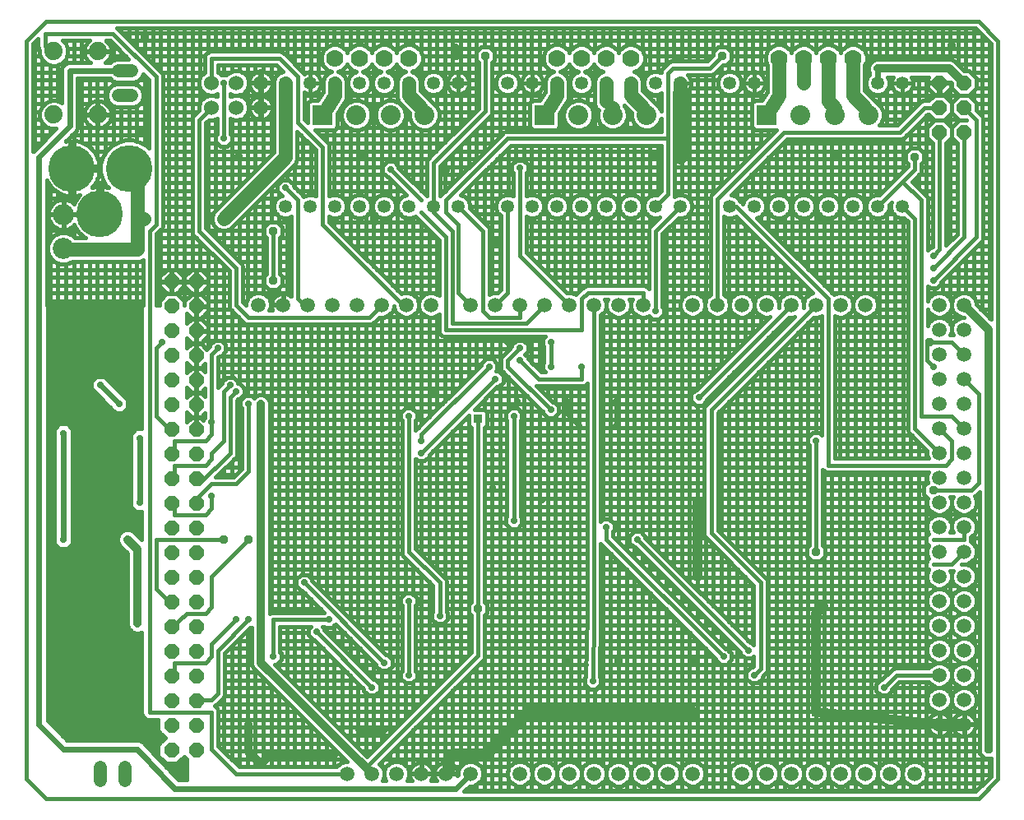
<source format=gbl>
G75*
%MOIN*%
%OFA0B0*%
%FSLAX24Y24*%
%IPPOS*%
%LPD*%
%AMOC8*
5,1,8,0,0,1.08239X$1,22.5*
%
%ADD10C,0.0160*%
%ADD11C,0.0591*%
%ADD12C,0.0700*%
%ADD13C,0.0531*%
%ADD14C,0.0600*%
%ADD15C,0.1890*%
%ADD16C,0.0540*%
%ADD17R,0.0800X0.0800*%
%ADD18C,0.0800*%
%ADD19C,0.0860*%
%ADD20C,0.0740*%
%ADD21OC8,0.0600*%
%ADD22OC8,0.0356*%
%ADD23C,0.0560*%
%ADD24OC8,0.0280*%
%ADD25C,0.0400*%
%ADD26OC8,0.0240*%
%ADD27R,0.0356X0.0356*%
%ADD28C,0.0320*%
%ADD29C,0.0240*%
%ADD30C,0.0500*%
D10*
X002180Y002467D02*
X002967Y001680D01*
X040763Y001680D01*
X041550Y002467D01*
X041550Y032389D01*
X040763Y033176D01*
X002967Y033176D01*
X002180Y032389D01*
X002180Y002467D01*
X003812Y004058D02*
X007723Y004058D01*
X007802Y004137D02*
X007526Y003860D01*
X007526Y003413D01*
X007842Y003097D01*
X008290Y003097D01*
X008566Y003373D01*
X008680Y003259D01*
X008680Y002440D01*
X008336Y002440D01*
X006987Y003878D01*
X006985Y003884D01*
X006939Y003930D01*
X006894Y003978D01*
X006888Y003981D01*
X006884Y003985D01*
X006823Y004010D01*
X006763Y004038D01*
X006757Y004038D01*
X006752Y004040D01*
X006686Y004040D01*
X006620Y004042D01*
X006614Y004040D01*
X003829Y004040D01*
X003040Y004829D01*
X003040Y021680D01*
X006860Y021680D01*
X006860Y016660D01*
X006623Y016660D01*
X006400Y016437D01*
X006400Y016123D01*
X006420Y016103D01*
X006420Y013857D01*
X006400Y013837D01*
X006400Y013523D01*
X006623Y013300D01*
X006860Y013300D01*
X006860Y012166D01*
X006507Y012519D01*
X006458Y012539D01*
X006437Y012560D01*
X006408Y012560D01*
X006360Y012580D01*
X006200Y012580D01*
X006152Y012560D01*
X006123Y012560D01*
X006102Y012539D01*
X006053Y012519D01*
X005941Y012407D01*
X005921Y012358D01*
X005900Y012337D01*
X005900Y012308D01*
X005880Y012260D01*
X005880Y012100D01*
X005900Y012052D01*
X005900Y012023D01*
X005921Y012002D01*
X005941Y011953D01*
X006280Y011614D01*
X006280Y008700D01*
X006300Y008652D01*
X006300Y008623D01*
X006321Y008602D01*
X006341Y008553D01*
X006453Y008441D01*
X006502Y008421D01*
X006523Y008400D01*
X006552Y008400D01*
X006600Y008380D01*
X006760Y008380D01*
X006808Y008400D01*
X006837Y008400D01*
X006858Y008421D01*
X006860Y008422D01*
X006860Y005116D01*
X006909Y004999D01*
X006999Y004909D01*
X007116Y004860D01*
X007526Y004860D01*
X007526Y004413D01*
X007802Y004137D01*
X007723Y004216D02*
X003653Y004216D01*
X003495Y004375D02*
X007564Y004375D01*
X007526Y004533D02*
X003336Y004533D01*
X003178Y004692D02*
X007526Y004692D01*
X007526Y004850D02*
X003040Y004850D01*
X003040Y005009D02*
X006905Y005009D01*
X006860Y005167D02*
X003040Y005167D01*
X003040Y005326D02*
X006860Y005326D01*
X006860Y005484D02*
X003040Y005484D01*
X003040Y005643D02*
X006860Y005643D01*
X006860Y005801D02*
X003040Y005801D01*
X003040Y005960D02*
X006860Y005960D01*
X006860Y006118D02*
X003040Y006118D01*
X003040Y006277D02*
X006860Y006277D01*
X006860Y006435D02*
X003040Y006435D01*
X003040Y006594D02*
X006860Y006594D01*
X006860Y006752D02*
X003040Y006752D01*
X003040Y006911D02*
X006860Y006911D01*
X006860Y007069D02*
X003040Y007069D01*
X003040Y007228D02*
X006860Y007228D01*
X006860Y007386D02*
X003040Y007386D01*
X003040Y007545D02*
X006860Y007545D01*
X006860Y007703D02*
X003040Y007703D01*
X003040Y007862D02*
X006860Y007862D01*
X006860Y008020D02*
X003040Y008020D01*
X003040Y008179D02*
X006860Y008179D01*
X006860Y008337D02*
X003040Y008337D01*
X003040Y008496D02*
X006399Y008496D01*
X006299Y008654D02*
X003040Y008654D01*
X003040Y008813D02*
X006280Y008813D01*
X006280Y008971D02*
X003040Y008971D01*
X003040Y009130D02*
X006280Y009130D01*
X006280Y009288D02*
X003040Y009288D01*
X003040Y009447D02*
X006280Y009447D01*
X006280Y009605D02*
X003040Y009605D01*
X003040Y009764D02*
X006280Y009764D01*
X006280Y009922D02*
X003040Y009922D01*
X003040Y010081D02*
X006280Y010081D01*
X006280Y010239D02*
X003040Y010239D01*
X003040Y010398D02*
X006280Y010398D01*
X006280Y010556D02*
X003040Y010556D01*
X003040Y010715D02*
X006280Y010715D01*
X006280Y010873D02*
X003040Y010873D01*
X003040Y011032D02*
X006280Y011032D01*
X006280Y011190D02*
X003040Y011190D01*
X003040Y011349D02*
X006280Y011349D01*
X006280Y011507D02*
X003040Y011507D01*
X003040Y011666D02*
X006229Y011666D01*
X006070Y011824D02*
X003861Y011824D01*
X003837Y011800D02*
X004060Y012023D01*
X004060Y012337D01*
X004040Y012357D01*
X004040Y016303D01*
X004060Y016323D01*
X004060Y016637D01*
X003837Y016860D01*
X003523Y016860D01*
X003300Y016637D01*
X003300Y016323D01*
X003320Y016303D01*
X003320Y012357D01*
X003300Y012337D01*
X003300Y012023D01*
X003523Y011800D01*
X003837Y011800D01*
X004020Y011983D02*
X005929Y011983D01*
X005880Y012141D02*
X004060Y012141D01*
X004060Y012300D02*
X005897Y012300D01*
X005992Y012458D02*
X004040Y012458D01*
X004040Y012617D02*
X006860Y012617D01*
X006860Y012775D02*
X004040Y012775D01*
X004040Y012934D02*
X006860Y012934D01*
X006860Y013092D02*
X004040Y013092D01*
X004040Y013251D02*
X006860Y013251D01*
X006514Y013409D02*
X004040Y013409D01*
X004040Y013568D02*
X006400Y013568D01*
X006400Y013726D02*
X004040Y013726D01*
X004040Y013885D02*
X006420Y013885D01*
X006420Y014043D02*
X004040Y014043D01*
X004040Y014202D02*
X006420Y014202D01*
X006420Y014360D02*
X004040Y014360D01*
X004040Y014519D02*
X006420Y014519D01*
X006420Y014677D02*
X004040Y014677D01*
X004040Y014836D02*
X006420Y014836D01*
X006420Y014994D02*
X004040Y014994D01*
X004040Y015153D02*
X006420Y015153D01*
X006420Y015311D02*
X004040Y015311D01*
X004040Y015470D02*
X006420Y015470D01*
X006420Y015628D02*
X004040Y015628D01*
X004040Y015787D02*
X006420Y015787D01*
X006420Y015945D02*
X004040Y015945D01*
X004040Y016104D02*
X006419Y016104D01*
X006400Y016262D02*
X004040Y016262D01*
X004060Y016421D02*
X006400Y016421D01*
X006542Y016579D02*
X004060Y016579D01*
X003960Y016738D02*
X006860Y016738D01*
X006860Y016896D02*
X003040Y016896D01*
X003040Y016738D02*
X003400Y016738D01*
X003300Y016579D02*
X003040Y016579D01*
X003040Y016421D02*
X003300Y016421D01*
X003320Y016262D02*
X003040Y016262D01*
X003040Y016104D02*
X003320Y016104D01*
X003320Y015945D02*
X003040Y015945D01*
X003040Y015787D02*
X003320Y015787D01*
X003320Y015628D02*
X003040Y015628D01*
X003040Y015470D02*
X003320Y015470D01*
X003320Y015311D02*
X003040Y015311D01*
X003040Y015153D02*
X003320Y015153D01*
X003320Y014994D02*
X003040Y014994D01*
X003040Y014836D02*
X003320Y014836D01*
X003320Y014677D02*
X003040Y014677D01*
X003040Y014519D02*
X003320Y014519D01*
X003320Y014360D02*
X003040Y014360D01*
X003040Y014202D02*
X003320Y014202D01*
X003320Y014043D02*
X003040Y014043D01*
X003040Y013885D02*
X003320Y013885D01*
X003320Y013726D02*
X003040Y013726D01*
X003040Y013568D02*
X003320Y013568D01*
X003320Y013409D02*
X003040Y013409D01*
X003040Y013251D02*
X003320Y013251D01*
X003320Y013092D02*
X003040Y013092D01*
X003040Y012934D02*
X003320Y012934D01*
X003320Y012775D02*
X003040Y012775D01*
X003040Y012617D02*
X003320Y012617D01*
X003320Y012458D02*
X003040Y012458D01*
X003040Y012300D02*
X003300Y012300D01*
X003300Y012141D02*
X003040Y012141D01*
X003040Y011983D02*
X003340Y011983D01*
X003499Y011824D02*
X003040Y011824D01*
X006568Y012458D02*
X006860Y012458D01*
X006860Y012300D02*
X006726Y012300D01*
X007430Y012180D02*
X007430Y010180D01*
X007930Y009680D01*
X008066Y009637D01*
X008680Y009180D02*
X009430Y009180D01*
X009680Y009430D01*
X009680Y010680D01*
X011180Y012180D01*
X012040Y012240D02*
X017400Y012240D01*
X017400Y011920D02*
X012040Y011920D01*
X012040Y011600D02*
X017410Y011600D01*
X017400Y011624D02*
X017443Y011521D01*
X017521Y011443D01*
X018650Y010314D01*
X018650Y009253D01*
X018610Y009213D01*
X018610Y008947D01*
X018797Y008760D01*
X019063Y008760D01*
X019250Y008947D01*
X019250Y009213D01*
X019210Y009253D01*
X019210Y010486D01*
X019167Y010589D01*
X019089Y010667D01*
X017960Y011796D01*
X017960Y015447D01*
X018047Y015360D01*
X018313Y015360D01*
X018500Y015547D01*
X018500Y015604D01*
X020102Y017206D01*
X020102Y016819D01*
X020200Y016721D01*
X020200Y009635D01*
X020102Y009537D01*
X020102Y009223D01*
X020200Y009125D01*
X020200Y007596D01*
X015987Y003383D01*
X012259Y007110D01*
X012313Y007110D01*
X012500Y007297D01*
X012500Y007563D01*
X012460Y007603D01*
X012460Y008650D01*
X013697Y008650D01*
X013610Y008563D01*
X013610Y008297D01*
X013797Y008110D01*
X013854Y008110D01*
X015860Y006104D01*
X015860Y006047D01*
X016047Y005860D01*
X016313Y005860D01*
X016500Y006047D01*
X016500Y006313D01*
X016313Y006500D01*
X016256Y006500D01*
X014250Y008506D01*
X014250Y008563D01*
X014163Y008650D01*
X014257Y008650D01*
X014297Y008610D01*
X014563Y008610D01*
X014708Y008756D01*
X016360Y007104D01*
X016360Y007047D01*
X016547Y006860D01*
X016813Y006860D01*
X017000Y007047D01*
X017000Y007313D01*
X016813Y007500D01*
X016756Y007500D01*
X013750Y010506D01*
X013750Y010563D01*
X013563Y010750D01*
X013297Y010750D01*
X013110Y010563D01*
X013110Y010297D01*
X013297Y010110D01*
X013354Y010110D01*
X014254Y009210D01*
X012124Y009210D01*
X012040Y009175D01*
X012040Y017752D01*
X011985Y017884D01*
X011884Y017985D01*
X011752Y018040D01*
X011608Y018040D01*
X011476Y017985D01*
X011402Y017911D01*
X011313Y018000D01*
X011047Y018000D01*
X010860Y017813D01*
X010860Y017547D01*
X010900Y017507D01*
X010900Y015046D01*
X010564Y014710D01*
X009856Y014710D01*
X010667Y015521D01*
X010710Y015624D01*
X010710Y017814D01*
X010756Y017860D01*
X010813Y017860D01*
X011000Y018047D01*
X011000Y018313D01*
X010813Y018500D01*
X010750Y018500D01*
X010750Y018563D01*
X010563Y018750D01*
X010297Y018750D01*
X010110Y018563D01*
X010110Y018506D01*
X010021Y018417D01*
X009960Y018356D01*
X009960Y019564D01*
X010006Y019610D01*
X010063Y019610D01*
X010250Y019797D01*
X010250Y020063D01*
X010063Y020250D01*
X009797Y020250D01*
X009610Y020063D01*
X009610Y020006D01*
X009521Y019917D01*
X009493Y019889D01*
X009265Y020117D01*
X009086Y020117D01*
X009086Y019657D01*
X009046Y019657D01*
X009046Y020117D01*
X008867Y020117D01*
X008680Y019930D01*
X008680Y020344D01*
X008867Y020157D01*
X009046Y020157D01*
X009046Y020617D01*
X009086Y020617D01*
X009086Y020657D01*
X009046Y020657D01*
X009046Y021117D01*
X008867Y021117D01*
X008680Y020930D01*
X008680Y021344D01*
X008867Y021157D01*
X009046Y021157D01*
X009046Y021617D01*
X009086Y021617D01*
X009086Y021657D01*
X009046Y021657D01*
X009046Y022117D01*
X008867Y022117D01*
X008586Y021836D01*
X008586Y021680D01*
X008566Y021680D01*
X008566Y021844D01*
X008273Y022137D01*
X007859Y022137D01*
X007566Y021844D01*
X007566Y021680D01*
X007460Y021680D01*
X007460Y024564D01*
X007589Y024693D01*
X007667Y024771D01*
X007710Y024874D01*
X007710Y030986D01*
X007667Y031089D01*
X005917Y032839D01*
X005860Y032896D01*
X040647Y032896D01*
X041270Y032273D01*
X041270Y021099D01*
X040675Y021694D01*
X040675Y021779D01*
X040600Y021961D01*
X040461Y022100D01*
X040279Y022175D01*
X040081Y022175D01*
X039899Y022100D01*
X039760Y021961D01*
X039685Y021779D01*
X039685Y021581D01*
X039760Y021399D01*
X039899Y021260D01*
X040081Y021185D01*
X040166Y021185D01*
X040176Y021175D01*
X040081Y021175D01*
X039899Y021100D01*
X039760Y020961D01*
X039685Y020779D01*
X039685Y020581D01*
X039735Y020460D01*
X039625Y020460D01*
X039675Y020581D01*
X039675Y020779D01*
X039600Y020961D01*
X039461Y021100D01*
X039279Y021175D01*
X039081Y021175D01*
X038899Y021100D01*
X038760Y020961D01*
X038710Y020840D01*
X038710Y021520D01*
X038710Y021520D01*
X038760Y021399D01*
X038899Y021260D01*
X039081Y021185D01*
X039279Y021185D01*
X039461Y021260D01*
X039600Y021399D01*
X039675Y021581D01*
X039675Y021779D01*
X039600Y021961D01*
X039461Y022100D01*
X039279Y022175D01*
X039081Y022175D01*
X038899Y022100D01*
X038760Y021961D01*
X038710Y021840D01*
X038710Y021840D01*
X038710Y022447D01*
X038797Y022360D01*
X039063Y022360D01*
X039250Y022547D01*
X039250Y022604D01*
X040839Y024193D01*
X040917Y024271D01*
X040960Y024374D01*
X040960Y029236D01*
X040917Y029339D01*
X040680Y029576D01*
X040680Y029887D01*
X040387Y030180D01*
X040680Y030473D01*
X040680Y030887D01*
X040387Y031180D01*
X040189Y031180D01*
X039885Y031484D01*
X039784Y031585D01*
X039652Y031640D01*
X036608Y031640D01*
X036476Y031585D01*
X036375Y031484D01*
X036320Y031352D01*
X036320Y031208D01*
X036360Y031112D01*
X036360Y031019D01*
X036285Y030944D01*
X036214Y030773D01*
X036214Y030587D01*
X036285Y030416D01*
X036416Y030285D01*
X036587Y030214D01*
X036773Y030214D01*
X036944Y030285D01*
X037075Y030416D01*
X037146Y030587D01*
X037146Y030773D01*
X037085Y030920D01*
X037303Y030920D01*
X037299Y030914D01*
X037267Y030851D01*
X037245Y030784D01*
X037234Y030715D01*
X037234Y030689D01*
X037671Y030689D01*
X037671Y030671D01*
X037689Y030671D01*
X037689Y030689D01*
X038126Y030689D01*
X038126Y030715D01*
X038115Y030784D01*
X038093Y030851D01*
X038061Y030914D01*
X038057Y030920D01*
X038741Y030920D01*
X038700Y030879D01*
X038700Y030700D01*
X039160Y030700D01*
X039160Y030660D01*
X039200Y030660D01*
X039200Y030700D01*
X039651Y030700D01*
X039680Y030671D01*
X039680Y030473D01*
X039973Y030180D01*
X040387Y030180D01*
X039973Y030180D01*
X039680Y029887D01*
X039387Y030180D01*
X038973Y030180D01*
X038753Y029960D01*
X038524Y029960D01*
X038421Y029917D01*
X038343Y029839D01*
X037464Y028960D01*
X036742Y028960D01*
X036823Y029040D01*
X036914Y029261D01*
X036914Y029499D01*
X036823Y029720D01*
X036654Y029889D01*
X036605Y029909D01*
X036587Y029952D01*
X036582Y029957D01*
X036579Y029963D01*
X036515Y030024D01*
X036160Y030379D01*
X036160Y031402D01*
X036230Y031571D01*
X036230Y031789D01*
X036146Y031992D01*
X035992Y032146D01*
X035789Y032230D01*
X035571Y032230D01*
X035368Y032146D01*
X035214Y031992D01*
X035180Y031910D01*
X035146Y031992D01*
X034992Y032146D01*
X034789Y032230D01*
X034571Y032230D01*
X034368Y032146D01*
X034214Y031992D01*
X034180Y031910D01*
X034146Y031992D01*
X033992Y032146D01*
X033789Y032230D01*
X033571Y032230D01*
X033368Y032146D01*
X033214Y031992D01*
X033180Y031910D01*
X033146Y031992D01*
X032992Y032146D01*
X032789Y032230D01*
X032571Y032230D01*
X032368Y032146D01*
X032214Y031992D01*
X032130Y031789D01*
X032130Y031571D01*
X032200Y031402D01*
X032200Y030318D01*
X031989Y029980D01*
X031697Y029980D01*
X031580Y029863D01*
X031580Y028897D01*
X031697Y028780D01*
X032584Y028780D01*
X029943Y026139D01*
X029900Y026036D01*
X029900Y022100D01*
X029899Y022100D01*
X029760Y021961D01*
X029685Y021779D01*
X029685Y021581D01*
X029760Y021399D01*
X029899Y021260D01*
X030081Y021185D01*
X030279Y021185D01*
X030461Y021260D01*
X030600Y021399D01*
X030675Y021581D01*
X030675Y021779D01*
X030600Y021961D01*
X030461Y022100D01*
X030460Y022100D01*
X030460Y025267D01*
X030587Y025214D01*
X030773Y025214D01*
X030933Y025281D01*
X034051Y022163D01*
X033899Y022100D01*
X033760Y021961D01*
X033685Y021779D01*
X033685Y021581D01*
X033668Y021564D01*
X033675Y021581D01*
X033675Y021779D01*
X033600Y021961D01*
X033461Y022100D01*
X033279Y022175D01*
X033081Y022175D01*
X032899Y022100D01*
X032760Y021961D01*
X032685Y021779D01*
X032685Y021581D01*
X032668Y021564D01*
X032675Y021581D01*
X032675Y021779D01*
X032600Y021961D01*
X032461Y022100D01*
X032279Y022175D01*
X032081Y022175D01*
X031899Y022100D01*
X031760Y021961D01*
X031685Y021779D01*
X031685Y021581D01*
X031760Y021399D01*
X031899Y021260D01*
X032081Y021185D01*
X032279Y021185D01*
X032296Y021192D01*
X029354Y018250D01*
X029297Y018250D01*
X029110Y018063D01*
X029110Y017797D01*
X029297Y017610D01*
X029563Y017610D01*
X029750Y017797D01*
X029750Y017854D01*
X033081Y021185D01*
X033081Y021185D01*
X033279Y021185D01*
X033296Y021192D01*
X029771Y017667D01*
X029693Y017589D01*
X029650Y017486D01*
X029650Y012374D01*
X029693Y012271D01*
X029771Y012193D01*
X031650Y010314D01*
X031650Y007913D01*
X031563Y008000D01*
X031506Y008000D01*
X027250Y012256D01*
X027250Y012313D01*
X027063Y012500D01*
X026797Y012500D01*
X026610Y012313D01*
X026610Y012047D01*
X026797Y011860D01*
X026854Y011860D01*
X031110Y007604D01*
X031110Y007547D01*
X031297Y007360D01*
X031563Y007360D01*
X031650Y007447D01*
X031650Y007046D01*
X031604Y007000D01*
X031547Y007000D01*
X031360Y006813D01*
X031360Y006547D01*
X031547Y006360D01*
X031813Y006360D01*
X032000Y006547D01*
X032000Y006604D01*
X032089Y006693D01*
X032167Y006771D01*
X032210Y006874D01*
X032210Y010486D01*
X032167Y010589D01*
X030210Y012546D01*
X030210Y017314D01*
X034081Y021185D01*
X034081Y021185D01*
X034279Y021185D01*
X034400Y021235D01*
X034400Y016413D01*
X034313Y016500D01*
X034047Y016500D01*
X033860Y016313D01*
X033860Y020964D01*
X033776Y020880D02*
X034400Y020880D01*
X034400Y020560D02*
X033456Y020560D01*
X033540Y020644D02*
X033540Y003020D01*
X033600Y002961D02*
X033461Y003100D01*
X033279Y003175D01*
X033081Y003175D01*
X032899Y003100D01*
X032760Y002961D01*
X032685Y002779D01*
X032685Y002581D01*
X032760Y002399D01*
X032899Y002260D01*
X033081Y002185D01*
X033279Y002185D01*
X033461Y002260D01*
X033600Y002399D01*
X033675Y002581D01*
X033675Y002779D01*
X033600Y002961D01*
X033600Y002960D02*
X033760Y002960D01*
X033760Y002961D02*
X033685Y002779D01*
X033685Y002581D01*
X033760Y002399D01*
X033899Y002260D01*
X034081Y002185D01*
X034279Y002185D01*
X034461Y002260D01*
X034600Y002399D01*
X034675Y002581D01*
X034675Y002779D01*
X034600Y002961D01*
X034461Y003100D01*
X034279Y003175D01*
X034081Y003175D01*
X033899Y003100D01*
X033760Y002961D01*
X033860Y003060D02*
X033860Y011465D01*
X033802Y011523D02*
X034023Y011302D01*
X034337Y011302D01*
X034558Y011523D01*
X034558Y011837D01*
X034460Y011935D01*
X034460Y015004D01*
X034521Y014943D01*
X034624Y014900D01*
X038735Y014900D01*
X038685Y014779D01*
X038685Y014581D01*
X038718Y014502D01*
X038552Y014337D01*
X038552Y014023D01*
X038718Y013858D01*
X038685Y013779D01*
X038685Y013581D01*
X038760Y013399D01*
X038899Y013260D01*
X039081Y013185D01*
X039279Y013185D01*
X039461Y013260D01*
X039600Y013399D01*
X039675Y013581D01*
X039675Y013779D01*
X039625Y013900D01*
X039735Y013900D01*
X039685Y013779D01*
X039685Y013581D01*
X039760Y013399D01*
X039899Y013260D01*
X040081Y013185D01*
X040279Y013185D01*
X040461Y013260D01*
X040600Y013399D01*
X040675Y013581D01*
X040675Y013779D01*
X040612Y013932D01*
X040639Y013943D01*
X040820Y014124D01*
X040820Y003855D01*
X040802Y003837D01*
X040802Y003523D01*
X041023Y003302D01*
X041270Y003302D01*
X041270Y002583D01*
X040647Y001960D01*
X019913Y001960D01*
X020137Y002185D01*
X020279Y002185D01*
X020461Y002260D01*
X020600Y002399D01*
X020675Y002581D01*
X020675Y002779D01*
X020600Y002961D01*
X020461Y003100D01*
X020279Y003175D01*
X020081Y003175D01*
X019899Y003100D01*
X019760Y002961D01*
X019685Y002779D01*
X019685Y002637D01*
X019649Y002601D01*
X019655Y002643D01*
X019655Y002662D01*
X019198Y002662D01*
X019198Y002698D01*
X019162Y002698D01*
X019162Y002662D01*
X018705Y002662D01*
X018705Y002643D01*
X018716Y002569D01*
X018740Y002498D01*
X018774Y002431D01*
X018796Y002400D01*
X018564Y002400D01*
X018586Y002431D01*
X018620Y002498D01*
X018644Y002569D01*
X018655Y002643D01*
X018655Y002662D01*
X018198Y002662D01*
X018198Y002698D01*
X018162Y002698D01*
X018162Y002662D01*
X017705Y002662D01*
X017705Y002643D01*
X017716Y002569D01*
X017740Y002498D01*
X017774Y002431D01*
X017796Y002400D01*
X017600Y002400D01*
X017675Y002581D01*
X017675Y002779D01*
X017600Y002961D01*
X017461Y003100D01*
X017279Y003175D01*
X017081Y003175D01*
X016899Y003100D01*
X016760Y002961D01*
X016685Y002779D01*
X016685Y002581D01*
X016760Y002400D01*
X016600Y002400D01*
X016675Y002581D01*
X016675Y002779D01*
X016600Y002961D01*
X016478Y003082D01*
X020639Y007243D01*
X020717Y007321D01*
X020760Y007424D01*
X020760Y009125D01*
X020858Y009223D01*
X020858Y009537D01*
X020760Y009635D01*
X020760Y016721D01*
X020858Y016819D01*
X020858Y017341D01*
X020741Y017458D01*
X020354Y017458D01*
X021256Y018360D01*
X021313Y018360D01*
X021500Y018547D01*
X021500Y018813D01*
X021313Y019000D01*
X021203Y019000D01*
X021250Y019047D01*
X021250Y019313D01*
X021063Y019500D01*
X020797Y019500D01*
X020610Y019313D01*
X020610Y019256D01*
X018021Y016667D01*
X017960Y016606D01*
X017960Y017007D01*
X018000Y017047D01*
X018000Y017313D01*
X017813Y017500D01*
X017547Y017500D01*
X017360Y017313D01*
X017360Y017047D01*
X017400Y017007D01*
X017400Y011624D01*
X017540Y011424D02*
X017540Y009993D01*
X017547Y010000D02*
X017360Y009813D01*
X017360Y009547D01*
X017400Y009507D01*
X017400Y006853D01*
X017360Y006813D01*
X017360Y006547D01*
X017547Y006360D01*
X017813Y006360D01*
X018000Y006547D01*
X018000Y006813D01*
X017960Y006853D01*
X017960Y009507D01*
X018000Y009547D01*
X018000Y009813D01*
X017813Y010000D01*
X017547Y010000D01*
X017860Y009953D02*
X017860Y011104D01*
X018004Y010960D02*
X012040Y010960D01*
X012040Y010640D02*
X013187Y010640D01*
X013380Y010750D02*
X013380Y020900D01*
X013060Y020900D02*
X013060Y009210D01*
X012740Y009210D02*
X012740Y020900D01*
X012420Y020900D02*
X012420Y009210D01*
X012100Y009200D02*
X012100Y020900D01*
X011780Y020900D02*
X011780Y018028D01*
X011848Y018000D02*
X019354Y018000D01*
X019460Y018106D02*
X019460Y020400D01*
X019140Y020400D02*
X019140Y017786D01*
X019034Y017680D02*
X012040Y017680D01*
X012040Y017360D02*
X017407Y017360D01*
X017540Y017493D02*
X017540Y021185D01*
X017481Y021185D02*
X017679Y021185D01*
X017861Y021260D01*
X018000Y021399D01*
X018075Y021581D01*
X018075Y021779D01*
X018000Y021961D01*
X017861Y022100D01*
X017679Y022175D01*
X017481Y022175D01*
X017375Y022131D01*
X014460Y025046D01*
X014460Y025267D01*
X014587Y025214D01*
X014773Y025214D01*
X014944Y025285D01*
X015075Y025416D01*
X015146Y025587D01*
X015146Y025773D01*
X015075Y025944D01*
X014944Y026075D01*
X014773Y026146D01*
X014587Y026146D01*
X014460Y026093D01*
X014460Y028136D01*
X014417Y028239D01*
X013876Y028780D01*
X014663Y028780D01*
X014780Y028897D01*
X014780Y029434D01*
X015058Y029879D01*
X015087Y029908D01*
X015108Y029959D01*
X015138Y030007D01*
X015144Y030047D01*
X015160Y030085D01*
X015160Y030140D01*
X015169Y030195D01*
X015160Y030235D01*
X015160Y030775D01*
X015087Y030952D01*
X014952Y031087D01*
X014819Y031142D01*
X014992Y031214D01*
X015146Y031368D01*
X015180Y031450D01*
X015214Y031368D01*
X015368Y031214D01*
X015560Y031134D01*
X015416Y031075D01*
X015285Y030944D01*
X015214Y030773D01*
X015214Y030587D01*
X015285Y030416D01*
X015416Y030285D01*
X015587Y030214D01*
X015773Y030214D01*
X015944Y030285D01*
X016075Y030416D01*
X016146Y030587D01*
X016146Y030773D01*
X016075Y030944D01*
X015944Y031075D01*
X015800Y031134D01*
X015992Y031214D01*
X016146Y031368D01*
X016180Y031450D01*
X016214Y031368D01*
X016368Y031214D01*
X016560Y031134D01*
X016416Y031075D01*
X016285Y030944D01*
X016214Y030773D01*
X016214Y030587D01*
X016285Y030416D01*
X016416Y030285D01*
X016587Y030214D01*
X016773Y030214D01*
X016944Y030285D01*
X017075Y030416D01*
X017146Y030587D01*
X017146Y030773D01*
X017075Y030944D01*
X016944Y031075D01*
X016800Y031134D01*
X016992Y031214D01*
X017146Y031368D01*
X017180Y031450D01*
X017214Y031368D01*
X017368Y031214D01*
X017541Y031142D01*
X017408Y031087D01*
X017273Y030952D01*
X017200Y030775D01*
X017200Y030085D01*
X017273Y029908D01*
X017408Y029773D01*
X017714Y029467D01*
X017714Y029261D01*
X017805Y029040D01*
X017974Y028871D01*
X018195Y028780D01*
X018433Y028780D01*
X018654Y028871D01*
X018823Y029040D01*
X018914Y029261D01*
X018914Y029499D01*
X018823Y029720D01*
X018654Y029889D01*
X018605Y029909D01*
X018587Y029952D01*
X018160Y030379D01*
X018160Y030775D01*
X018087Y030952D01*
X017952Y031087D01*
X017819Y031142D01*
X017992Y031214D01*
X018146Y031368D01*
X018230Y031571D01*
X018230Y031789D01*
X018146Y031992D01*
X017992Y032146D01*
X017789Y032230D01*
X017571Y032230D01*
X017368Y032146D01*
X017214Y031992D01*
X017180Y031910D01*
X017146Y031992D01*
X016992Y032146D01*
X016789Y032230D01*
X016571Y032230D01*
X016368Y032146D01*
X016214Y031992D01*
X016180Y031910D01*
X016146Y031992D01*
X015992Y032146D01*
X015789Y032230D01*
X015571Y032230D01*
X015368Y032146D01*
X015214Y031992D01*
X015180Y031910D01*
X015146Y031992D01*
X014992Y032146D01*
X014789Y032230D01*
X014571Y032230D01*
X014368Y032146D01*
X014214Y031992D01*
X014130Y031789D01*
X014130Y031571D01*
X014214Y031368D01*
X014368Y031214D01*
X014541Y031142D01*
X014408Y031087D01*
X014273Y030952D01*
X014200Y030775D01*
X014200Y030318D01*
X013989Y029980D01*
X013697Y029980D01*
X013580Y029863D01*
X013580Y029076D01*
X013460Y029196D01*
X013460Y030292D01*
X013509Y030267D01*
X013576Y030245D01*
X013645Y030234D01*
X013671Y030234D01*
X013671Y030671D01*
X013689Y030671D01*
X013689Y030689D01*
X013671Y030689D01*
X013671Y031126D01*
X013645Y031126D01*
X013576Y031115D01*
X013509Y031093D01*
X013446Y031061D01*
X013433Y031051D01*
X013417Y031089D01*
X012667Y031839D01*
X012589Y031917D01*
X012486Y031960D01*
X009624Y031960D01*
X009521Y031917D01*
X009443Y031839D01*
X009400Y031736D01*
X009400Y031105D01*
X009397Y031104D01*
X009256Y030963D01*
X009180Y030779D01*
X009180Y030581D01*
X009256Y030397D01*
X009397Y030256D01*
X009581Y030180D01*
X009779Y030180D01*
X009900Y030130D01*
X009900Y030230D01*
X009779Y030180D01*
X009581Y030180D01*
X009397Y030104D01*
X009256Y029963D01*
X009180Y029779D01*
X009180Y029581D01*
X009181Y029577D01*
X008943Y029339D01*
X008900Y029236D01*
X008900Y032896D01*
X009220Y032896D02*
X009220Y030876D01*
X009189Y030800D02*
X007710Y030800D01*
X007430Y030930D02*
X005680Y032680D01*
X002930Y032680D01*
X002930Y032180D01*
X003290Y031960D01*
X003524Y031440D02*
X003737Y031440D01*
X003749Y031451D02*
X003659Y031361D01*
X003610Y031244D01*
X003610Y029884D01*
X003403Y029970D01*
X003177Y029970D01*
X002967Y029883D01*
X002807Y029723D01*
X002720Y029513D01*
X002720Y029287D01*
X002807Y029077D01*
X002967Y028917D01*
X003177Y028830D01*
X003377Y028830D01*
X002499Y027951D01*
X002460Y027913D01*
X002460Y032273D01*
X002650Y032463D01*
X002650Y032202D01*
X002645Y032168D01*
X002650Y032147D01*
X002650Y032124D01*
X002663Y032093D01*
X002671Y032060D01*
X002684Y032042D01*
X002693Y032021D01*
X002717Y031997D01*
X002720Y031993D01*
X002720Y031847D01*
X002807Y031637D01*
X002967Y031477D01*
X003177Y031390D01*
X003403Y031390D01*
X003613Y031477D01*
X003773Y031637D01*
X003860Y031847D01*
X003860Y032073D01*
X003773Y032283D01*
X003656Y032400D01*
X004740Y032400D01*
X004712Y032380D01*
X004650Y032318D01*
X004600Y032248D01*
X004560Y032171D01*
X004534Y032089D01*
X004520Y032003D01*
X004520Y031980D01*
X005050Y031980D01*
X005050Y031940D01*
X004520Y031940D01*
X004520Y031917D01*
X004534Y031831D01*
X004560Y031749D01*
X004600Y031672D01*
X004650Y031602D01*
X004712Y031540D01*
X004767Y031500D01*
X003866Y031500D01*
X003749Y031451D01*
X003780Y031464D02*
X003780Y031653D01*
X003824Y031760D02*
X004557Y031760D01*
X004740Y031940D02*
X004740Y031980D01*
X004532Y032080D02*
X003857Y032080D01*
X003780Y032267D02*
X003780Y032400D01*
X004100Y032400D02*
X004100Y031500D01*
X004420Y031500D02*
X004420Y032400D01*
X005090Y031980D02*
X005620Y031980D01*
X005620Y032003D01*
X005606Y032089D01*
X005580Y032171D01*
X005540Y032248D01*
X005490Y032318D01*
X005428Y032380D01*
X005400Y032400D01*
X005564Y032400D01*
X006314Y031650D01*
X005817Y031650D01*
X005644Y031578D01*
X005565Y031500D01*
X005373Y031500D01*
X005428Y031540D01*
X005490Y031602D01*
X005540Y031672D01*
X005580Y031749D01*
X005606Y031831D01*
X005620Y031917D01*
X005620Y031940D01*
X005090Y031940D01*
X005090Y031980D01*
X005380Y031980D02*
X005380Y031940D01*
X005608Y032080D02*
X005884Y032080D01*
X006020Y031944D02*
X006020Y031650D01*
X006204Y031760D02*
X005583Y031760D01*
X005700Y031602D02*
X005700Y032264D01*
X006036Y032720D02*
X040823Y032720D01*
X040900Y032643D02*
X040900Y029356D01*
X040960Y029200D02*
X041270Y029200D01*
X041270Y028880D02*
X040960Y028880D01*
X040960Y028560D02*
X041270Y028560D01*
X041270Y028240D02*
X040960Y028240D01*
X040960Y027920D02*
X041270Y027920D01*
X041270Y027600D02*
X040960Y027600D01*
X040960Y027280D02*
X041270Y027280D01*
X041270Y026960D02*
X040960Y026960D01*
X040960Y026640D02*
X041270Y026640D01*
X041270Y026320D02*
X040960Y026320D01*
X040960Y026000D02*
X041270Y026000D01*
X041270Y025680D02*
X040960Y025680D01*
X040960Y025360D02*
X041270Y025360D01*
X041270Y025040D02*
X040960Y025040D01*
X040960Y024720D02*
X041270Y024720D01*
X041270Y024400D02*
X040960Y024400D01*
X040900Y024254D02*
X040900Y021469D01*
X040849Y021520D02*
X041270Y021520D01*
X041270Y021200D02*
X041169Y021200D01*
X041220Y021149D02*
X041220Y032323D01*
X041143Y032400D02*
X006356Y032400D01*
X006340Y032416D02*
X006340Y032896D01*
X006020Y032896D02*
X006020Y032736D01*
X006660Y032896D02*
X006660Y032096D01*
X006676Y032080D02*
X014302Y032080D01*
X014340Y032118D02*
X014340Y032896D01*
X014020Y032896D02*
X014020Y030970D01*
X013970Y031020D01*
X013914Y031061D01*
X013851Y031093D01*
X013784Y031115D01*
X013715Y031126D01*
X013689Y031126D01*
X013689Y030689D01*
X014126Y030689D01*
X014126Y030715D01*
X014115Y030784D01*
X014093Y030851D01*
X014061Y030914D01*
X014020Y030970D01*
X014110Y030800D02*
X014210Y030800D01*
X014126Y030671D02*
X013689Y030671D01*
X013689Y030234D01*
X013715Y030234D01*
X013784Y030245D01*
X013851Y030267D01*
X013914Y030299D01*
X013970Y030340D01*
X014020Y030390D01*
X014020Y030030D01*
X014101Y030160D02*
X013460Y030160D01*
X013700Y030234D02*
X013700Y029980D01*
X013580Y029840D02*
X013460Y029840D01*
X013460Y029520D02*
X013580Y029520D01*
X013580Y029200D02*
X013460Y029200D01*
X013180Y029080D02*
X013180Y030930D01*
X012430Y031680D01*
X009680Y031680D01*
X009680Y030680D01*
X009220Y030484D02*
X009220Y029876D01*
X009205Y029840D02*
X007710Y029840D01*
X007710Y029520D02*
X009124Y029520D01*
X009180Y029180D02*
X009680Y029680D01*
X009860Y030147D02*
X009860Y030213D01*
X009828Y030160D02*
X009900Y030160D01*
X009540Y030163D02*
X009540Y030197D01*
X009532Y030160D02*
X007710Y030160D01*
X007710Y030480D02*
X009222Y030480D01*
X009400Y031120D02*
X007636Y031120D01*
X007620Y031136D02*
X007620Y032896D01*
X007300Y032896D02*
X007300Y031456D01*
X007316Y031440D02*
X009400Y031440D01*
X009410Y031760D02*
X006996Y031760D01*
X006980Y031776D02*
X006980Y032896D01*
X007940Y032896D02*
X007940Y023117D01*
X007867Y023117D02*
X007586Y022836D01*
X007586Y022657D01*
X008046Y022657D01*
X008046Y023117D01*
X007867Y023117D01*
X008086Y023117D02*
X008086Y022657D01*
X008046Y022657D01*
X008046Y022617D01*
X007586Y022617D01*
X007586Y022438D01*
X007867Y022157D01*
X008046Y022157D01*
X008046Y022617D01*
X008086Y022617D01*
X008086Y022657D01*
X008546Y022657D01*
X008546Y022836D01*
X008265Y023117D01*
X008086Y023117D01*
X008260Y023117D02*
X008260Y032896D01*
X008580Y032896D02*
X008580Y021680D01*
X008566Y021840D02*
X008590Y021840D01*
X008900Y022117D02*
X008900Y022157D01*
X008867Y022157D02*
X009046Y022157D01*
X009046Y022617D01*
X008586Y022617D01*
X008586Y022438D01*
X008867Y022157D01*
X008864Y022160D02*
X008268Y022160D01*
X008265Y022157D02*
X008546Y022438D01*
X008546Y022617D01*
X008086Y022617D01*
X008086Y022157D01*
X008265Y022157D01*
X008260Y022157D02*
X008260Y022137D01*
X008086Y022160D02*
X008046Y022160D01*
X007940Y022157D02*
X007940Y022137D01*
X007864Y022160D02*
X007460Y022160D01*
X007620Y022404D02*
X007620Y021898D01*
X007566Y021840D02*
X007460Y021840D01*
X006900Y021840D02*
X003000Y021840D01*
X003000Y021680D02*
X003000Y026734D01*
X003029Y026674D01*
X003096Y026567D01*
X003175Y026469D01*
X003264Y026379D01*
X003363Y026301D01*
X003470Y026233D01*
X003583Y026178D01*
X003703Y026137D01*
X003826Y026109D01*
X003935Y026096D01*
X003935Y027139D01*
X004095Y027139D01*
X004095Y027299D01*
X005138Y027299D01*
X005125Y027408D01*
X005097Y027531D01*
X005056Y027651D01*
X005001Y027764D01*
X004934Y027871D01*
X004855Y027970D01*
X004765Y028059D01*
X004667Y028138D01*
X004560Y028205D01*
X004446Y028260D01*
X004327Y028302D01*
X004203Y028330D01*
X004095Y028342D01*
X004095Y027299D01*
X003935Y027299D01*
X003935Y028342D01*
X003826Y028330D01*
X003770Y028317D01*
X004201Y028749D01*
X004250Y028866D01*
X004250Y028994D01*
X004250Y030860D01*
X005565Y030860D01*
X005644Y030782D01*
X005817Y030710D01*
X006543Y030710D01*
X006716Y030782D01*
X006848Y030914D01*
X006908Y031056D01*
X007150Y030814D01*
X007150Y028026D01*
X007040Y028136D01*
X006779Y028286D01*
X006488Y028364D01*
X006187Y028364D01*
X005896Y028286D01*
X005635Y028136D01*
X005421Y027922D01*
X005271Y027661D01*
X005193Y027370D01*
X005193Y027069D01*
X005271Y026777D01*
X005421Y026516D01*
X005496Y026442D01*
X005468Y026452D01*
X005345Y026480D01*
X005236Y026492D01*
X005236Y025449D01*
X005076Y025449D01*
X005076Y025289D01*
X004288Y025289D01*
X004290Y025301D01*
X004290Y025331D01*
X003698Y025331D01*
X003698Y024739D01*
X003728Y024739D01*
X003823Y024754D01*
X003914Y024784D01*
X004000Y024828D01*
X004077Y024884D01*
X004121Y024927D01*
X004170Y024824D01*
X004238Y024717D01*
X004316Y024618D01*
X004406Y024529D01*
X004504Y024450D01*
X004568Y024410D01*
X004132Y024410D01*
X004037Y024505D01*
X003805Y024601D01*
X003555Y024601D01*
X003323Y024505D01*
X003146Y024328D01*
X003050Y024097D01*
X003050Y023846D01*
X003146Y023614D01*
X003323Y023437D01*
X003555Y023341D01*
X003805Y023341D01*
X004037Y023437D01*
X004050Y023450D01*
X006775Y023450D01*
X006900Y023502D01*
X006900Y021680D01*
X003000Y021680D01*
X003040Y021651D02*
X006860Y021651D01*
X006860Y021493D02*
X003040Y021493D01*
X003040Y021334D02*
X006860Y021334D01*
X006860Y021176D02*
X003040Y021176D01*
X003040Y021017D02*
X006860Y021017D01*
X006860Y020859D02*
X003040Y020859D01*
X003040Y020700D02*
X006860Y020700D01*
X006860Y020542D02*
X003040Y020542D01*
X003040Y020383D02*
X006860Y020383D01*
X006860Y020225D02*
X003040Y020225D01*
X003040Y020066D02*
X006860Y020066D01*
X006860Y019908D02*
X003040Y019908D01*
X003040Y019749D02*
X006860Y019749D01*
X006860Y019591D02*
X003040Y019591D01*
X003040Y019432D02*
X006860Y019432D01*
X006860Y019274D02*
X003040Y019274D01*
X003040Y019115D02*
X006860Y019115D01*
X006860Y018957D02*
X003040Y018957D01*
X003040Y018798D02*
X006860Y018798D01*
X006860Y018640D02*
X005480Y018640D01*
X005384Y018735D02*
X005384Y018735D01*
X006235Y017884D01*
X006235Y017884D01*
X006290Y017829D01*
X006290Y017531D01*
X006235Y017476D01*
X006235Y017476D01*
X006134Y017375D01*
X006134Y017375D01*
X006079Y017320D01*
X005781Y017320D01*
X005726Y017375D01*
X005726Y017375D01*
X004875Y018226D01*
X004875Y018226D01*
X004820Y018281D01*
X004820Y018579D01*
X004875Y018634D01*
X004875Y018634D01*
X004976Y018735D01*
X004976Y018735D01*
X005031Y018790D01*
X005329Y018790D01*
X005384Y018735D01*
X005638Y018481D02*
X006860Y018481D01*
X006860Y018323D02*
X005797Y018323D01*
X005955Y018164D02*
X006860Y018164D01*
X006860Y018006D02*
X006114Y018006D01*
X006272Y017847D02*
X006860Y017847D01*
X006860Y017689D02*
X006290Y017689D01*
X006289Y017530D02*
X006860Y017530D01*
X006860Y017372D02*
X006131Y017372D01*
X005729Y017372D02*
X003040Y017372D01*
X003040Y017530D02*
X005571Y017530D01*
X005412Y017689D02*
X003040Y017689D01*
X003040Y017847D02*
X005254Y017847D01*
X005095Y018006D02*
X003040Y018006D01*
X003040Y018164D02*
X004937Y018164D01*
X004820Y018323D02*
X003040Y018323D01*
X003040Y018481D02*
X004820Y018481D01*
X004880Y018640D02*
X003040Y018640D01*
X003040Y017213D02*
X006860Y017213D01*
X006860Y017055D02*
X003040Y017055D01*
X007430Y017180D02*
X007930Y016680D01*
X008066Y016637D01*
X008180Y016180D02*
X008180Y015680D01*
X008066Y015637D01*
X008180Y015180D02*
X008180Y014680D01*
X008137Y014637D01*
X008066Y014637D01*
X008180Y015180D02*
X009430Y015180D01*
X009680Y015430D01*
X009680Y015680D01*
X010180Y016180D01*
X010180Y018180D01*
X010430Y018430D01*
X010187Y018640D02*
X009960Y018640D01*
X010180Y018633D02*
X010180Y019727D01*
X010250Y019920D02*
X021774Y019920D01*
X021700Y019846D02*
X021700Y020400D01*
X022020Y020400D02*
X022020Y020223D01*
X022037Y020240D02*
X010073Y020240D01*
X010180Y020133D02*
X010180Y023284D01*
X010024Y023440D02*
X007460Y023440D01*
X007460Y023120D02*
X010344Y023120D01*
X010400Y023064D02*
X010400Y021624D01*
X010443Y021521D01*
X010521Y021443D01*
X011021Y020943D01*
X011124Y020900D01*
X016136Y020900D01*
X016239Y020943D01*
X016317Y021021D01*
X016481Y021185D01*
X016481Y021185D01*
X016679Y021185D01*
X016861Y021260D01*
X017000Y021399D01*
X017075Y021581D01*
X017075Y021639D01*
X017085Y021629D01*
X017085Y021581D01*
X017160Y021399D01*
X017299Y021260D01*
X017481Y021185D01*
X017445Y021200D02*
X016715Y021200D01*
X016580Y021185D02*
X016580Y007676D01*
X016496Y007760D02*
X017400Y007760D01*
X017400Y007440D02*
X016873Y007440D01*
X016900Y007413D02*
X016900Y021300D01*
X017050Y021520D02*
X017110Y021520D01*
X017220Y021340D02*
X017220Y004616D01*
X017164Y004560D02*
X014809Y004560D01*
X014660Y004709D02*
X014660Y007304D01*
X014524Y007440D02*
X012500Y007440D01*
X012420Y007217D02*
X012420Y006949D01*
X012323Y007120D02*
X014844Y007120D01*
X014980Y006984D02*
X014980Y004389D01*
X015129Y004240D02*
X016844Y004240D01*
X016900Y004296D02*
X016900Y006947D01*
X017000Y007120D02*
X017400Y007120D01*
X017360Y006800D02*
X015956Y006800D01*
X015940Y006816D02*
X015940Y007524D01*
X016024Y007440D02*
X015316Y007440D01*
X015300Y007456D02*
X015300Y008164D01*
X015384Y008080D02*
X014676Y008080D01*
X014660Y008096D02*
X014660Y008707D01*
X014673Y008720D02*
X014744Y008720D01*
X014980Y008484D02*
X014980Y007776D01*
X014996Y007760D02*
X015704Y007760D01*
X015620Y007844D02*
X015620Y007136D01*
X015636Y007120D02*
X016344Y007120D01*
X016260Y007204D02*
X016260Y006500D01*
X016333Y006480D02*
X017427Y006480D01*
X017540Y006367D02*
X017540Y004936D01*
X017484Y004880D02*
X014489Y004880D01*
X014340Y005029D02*
X014340Y007624D01*
X014204Y007760D02*
X012460Y007760D01*
X012460Y008080D02*
X013884Y008080D01*
X014020Y007944D02*
X014020Y005349D01*
X014169Y005200D02*
X017804Y005200D01*
X017860Y005256D02*
X017860Y006407D01*
X017933Y006480D02*
X019084Y006480D01*
X019140Y006536D02*
X019140Y008837D01*
X019250Y009040D02*
X020200Y009040D01*
X020200Y008720D02*
X017960Y008720D01*
X017960Y009040D02*
X018610Y009040D01*
X018650Y009360D02*
X017960Y009360D01*
X018000Y009680D02*
X018650Y009680D01*
X018650Y010000D02*
X014256Y010000D01*
X014340Y009916D02*
X014340Y020900D01*
X014020Y020900D02*
X014020Y010236D01*
X013936Y010320D02*
X018644Y010320D01*
X018500Y010464D02*
X018500Y005896D01*
X018444Y005840D02*
X013529Y005840D01*
X013380Y005989D02*
X013380Y008650D01*
X013060Y008650D02*
X013060Y006309D01*
X013209Y006160D02*
X015804Y006160D01*
X015940Y005967D02*
X015940Y003429D01*
X015769Y003600D02*
X016204Y003600D01*
X016260Y003656D02*
X016260Y005860D01*
X016180Y006180D02*
X013930Y008430D01*
X013700Y008207D02*
X013700Y005669D01*
X013849Y005520D02*
X018124Y005520D01*
X018180Y005576D02*
X018180Y010784D01*
X018324Y010640D02*
X013673Y010640D01*
X013700Y010613D02*
X013700Y020900D01*
X014660Y020900D02*
X014660Y009596D01*
X014576Y009680D02*
X017360Y009680D01*
X017680Y009680D02*
X017680Y006680D01*
X018000Y006800D02*
X019404Y006800D01*
X019460Y006856D02*
X019460Y016564D01*
X019616Y016720D02*
X020200Y016720D01*
X020200Y016400D02*
X019296Y016400D01*
X019140Y016244D02*
X019140Y010616D01*
X019116Y010640D02*
X020200Y010640D01*
X020200Y010320D02*
X019210Y010320D01*
X018930Y010430D02*
X018930Y009080D01*
X018820Y008760D02*
X018820Y006216D01*
X018764Y006160D02*
X016500Y006160D01*
X016580Y006860D02*
X016580Y003976D01*
X016524Y003920D02*
X015449Y003920D01*
X015300Y004069D02*
X015300Y006664D01*
X015164Y006800D02*
X012569Y006800D01*
X012740Y006629D02*
X012740Y008650D01*
X012460Y008400D02*
X013610Y008400D01*
X014340Y008416D02*
X014340Y008610D01*
X014356Y008400D02*
X015064Y008400D01*
X015536Y008720D02*
X017400Y008720D01*
X017400Y009040D02*
X015216Y009040D01*
X015300Y008956D02*
X015300Y020900D01*
X015620Y020900D02*
X015620Y008636D01*
X015856Y008400D02*
X017400Y008400D01*
X017400Y008080D02*
X016176Y008080D01*
X016260Y007996D02*
X016260Y020964D01*
X016080Y021180D02*
X011180Y021180D01*
X010680Y021680D01*
X010680Y023180D01*
X009180Y024680D01*
X009180Y029180D01*
X008900Y029200D02*
X007710Y029200D01*
X007710Y028880D02*
X008900Y028880D01*
X008900Y028560D02*
X007710Y028560D01*
X007710Y028240D02*
X008900Y028240D01*
X008900Y027920D02*
X007710Y027920D01*
X007710Y027600D02*
X008900Y027600D01*
X008900Y027280D02*
X007710Y027280D01*
X007710Y026960D02*
X008900Y026960D01*
X008900Y026640D02*
X007710Y026640D01*
X007710Y026320D02*
X008900Y026320D01*
X008900Y026000D02*
X007710Y026000D01*
X007710Y025680D02*
X008900Y025680D01*
X008900Y025360D02*
X007710Y025360D01*
X007710Y025040D02*
X008900Y025040D01*
X008900Y024720D02*
X007616Y024720D01*
X007620Y024724D02*
X007620Y022870D01*
X007586Y022800D02*
X007460Y022800D01*
X007620Y022657D02*
X007620Y022617D01*
X007586Y022480D02*
X007460Y022480D01*
X007940Y022617D02*
X007940Y022657D01*
X008046Y022800D02*
X008086Y022800D01*
X008260Y022657D02*
X008260Y022617D01*
X008086Y022480D02*
X008046Y022480D01*
X008546Y022480D02*
X008586Y022480D01*
X008586Y022657D02*
X009046Y022657D01*
X009046Y023117D01*
X008867Y023117D01*
X008586Y022836D01*
X008586Y022657D01*
X008586Y022800D02*
X008546Y022800D01*
X008900Y022657D02*
X008900Y022617D01*
X009046Y022617D02*
X009046Y022657D01*
X009086Y022657D01*
X009086Y023117D01*
X009265Y023117D01*
X009546Y022836D01*
X009546Y022657D01*
X009086Y022657D01*
X009086Y022617D01*
X009546Y022617D01*
X009546Y022438D01*
X009265Y022157D01*
X009086Y022157D01*
X009086Y022617D01*
X009046Y022617D01*
X009046Y022480D02*
X009086Y022480D01*
X009220Y022617D02*
X009220Y022657D01*
X009086Y022800D02*
X009046Y022800D01*
X008900Y023117D02*
X008900Y024624D01*
X008943Y024521D01*
X009021Y024443D01*
X010400Y023064D01*
X010400Y022800D02*
X009546Y022800D01*
X009540Y022841D02*
X009540Y023924D01*
X009384Y024080D02*
X007460Y024080D01*
X007460Y024400D02*
X009064Y024400D01*
X009220Y024244D02*
X009220Y023117D01*
X009540Y022657D02*
X009540Y022617D01*
X009546Y022480D02*
X010400Y022480D01*
X010400Y022160D02*
X009268Y022160D01*
X009265Y022117D02*
X009086Y022117D01*
X009086Y021657D01*
X009546Y021657D01*
X009546Y021836D01*
X009265Y022117D01*
X009220Y022117D02*
X009220Y022157D01*
X009086Y022160D02*
X009046Y022160D01*
X009046Y021840D02*
X009086Y021840D01*
X009086Y021617D02*
X009546Y021617D01*
X009546Y021438D01*
X009265Y021157D01*
X009086Y021157D01*
X009086Y021617D01*
X009086Y021520D02*
X009046Y021520D01*
X009220Y021617D02*
X009220Y021657D01*
X009540Y021657D02*
X009540Y021617D01*
X009546Y021520D02*
X010444Y021520D01*
X010500Y021464D02*
X010500Y018750D01*
X010673Y018640D02*
X019994Y018640D01*
X020100Y018746D02*
X020100Y020400D01*
X019780Y020400D02*
X019780Y018426D01*
X019674Y018320D02*
X010993Y018320D01*
X010820Y018493D02*
X010820Y021144D01*
X010764Y021200D02*
X009308Y021200D01*
X009265Y021117D02*
X009086Y021117D01*
X009086Y020657D01*
X009546Y020657D01*
X009546Y020836D01*
X009265Y021117D01*
X009220Y021117D02*
X009220Y021157D01*
X009086Y021200D02*
X009046Y021200D01*
X008900Y021157D02*
X008900Y021117D01*
X008824Y021200D02*
X008680Y021200D01*
X009046Y020880D02*
X009086Y020880D01*
X009220Y020657D02*
X009220Y020617D01*
X009086Y020617D02*
X009546Y020617D01*
X009546Y020438D01*
X009265Y020157D01*
X009086Y020157D01*
X009086Y020617D01*
X009086Y020560D02*
X009046Y020560D01*
X009046Y020240D02*
X009086Y020240D01*
X009220Y020157D02*
X009220Y020117D01*
X009348Y020240D02*
X009787Y020240D01*
X009860Y020250D02*
X009860Y023604D01*
X009704Y023760D02*
X007460Y023760D01*
X006900Y023440D02*
X004040Y023440D01*
X004100Y023450D02*
X004100Y021680D01*
X003780Y021680D02*
X003780Y023341D01*
X003460Y023381D02*
X003460Y021680D01*
X003140Y021680D02*
X003140Y023629D01*
X003086Y023760D02*
X003000Y023760D01*
X003000Y023440D02*
X003320Y023440D01*
X003000Y023120D02*
X006900Y023120D01*
X006900Y022800D02*
X003000Y022800D01*
X003000Y022480D02*
X006900Y022480D01*
X006900Y022160D02*
X003000Y022160D01*
X004420Y021680D02*
X004420Y023450D01*
X004740Y023450D02*
X004740Y021680D01*
X005060Y021680D02*
X005060Y023450D01*
X005380Y023450D02*
X005380Y021680D01*
X005700Y021680D02*
X005700Y023450D01*
X006020Y023450D02*
X006020Y021680D01*
X006340Y021680D02*
X006340Y023450D01*
X006660Y023450D02*
X006660Y021680D01*
X007680Y020180D02*
X007430Y019930D01*
X007430Y017180D01*
X008180Y016180D02*
X009430Y016180D01*
X009680Y016430D01*
X009680Y016930D01*
X009680Y019680D01*
X009930Y019930D01*
X009996Y019600D02*
X021454Y019600D01*
X021443Y019589D02*
X021400Y019486D01*
X021400Y019124D01*
X021443Y019021D01*
X023110Y017354D01*
X023110Y017297D01*
X023297Y017110D01*
X023563Y017110D01*
X023750Y017297D01*
X023750Y017563D01*
X023563Y017750D01*
X023506Y017750D01*
X022843Y018413D01*
X022874Y018400D01*
X024736Y018400D01*
X024839Y018443D01*
X024900Y018504D01*
X024900Y009183D01*
X024853Y006606D01*
X024810Y006563D01*
X024810Y006297D01*
X024997Y006110D01*
X025263Y006110D01*
X025450Y006297D01*
X025450Y006563D01*
X025413Y006599D01*
X025459Y009122D01*
X025460Y009124D01*
X025460Y009177D01*
X025461Y009231D01*
X025460Y009233D01*
X025460Y012004D01*
X025521Y011943D01*
X025521Y011943D01*
X030110Y007354D01*
X030110Y007297D01*
X030297Y007110D01*
X030563Y007110D01*
X030750Y007297D01*
X030750Y007563D01*
X030563Y007750D01*
X030506Y007750D01*
X025960Y012296D01*
X025960Y012507D01*
X026000Y012547D01*
X026000Y012813D01*
X025813Y013000D01*
X025547Y013000D01*
X025460Y012913D01*
X025460Y021260D01*
X025461Y021260D01*
X025600Y021399D01*
X025675Y021581D01*
X025675Y021779D01*
X025625Y021900D01*
X025735Y021900D01*
X025685Y021779D01*
X025685Y021581D01*
X025760Y021399D01*
X025899Y021260D01*
X026081Y021185D01*
X026279Y021185D01*
X026461Y021260D01*
X026600Y021399D01*
X026675Y021581D01*
X026675Y021779D01*
X026625Y021900D01*
X026735Y021900D01*
X026685Y021779D01*
X026685Y021581D01*
X026760Y021399D01*
X026899Y021260D01*
X027081Y021185D01*
X027279Y021185D01*
X027416Y021242D01*
X027547Y021110D01*
X027813Y021110D01*
X028000Y021297D01*
X028000Y021563D01*
X027960Y021603D01*
X027960Y024564D01*
X028610Y025214D01*
X028773Y025214D01*
X028944Y025285D01*
X029075Y025416D01*
X029146Y025587D01*
X029146Y025773D01*
X029075Y025944D01*
X028944Y026075D01*
X028773Y026146D01*
X028587Y026146D01*
X028444Y026087D01*
X028460Y026124D01*
X028460Y030292D01*
X028509Y030267D01*
X028576Y030245D01*
X028645Y030234D01*
X028671Y030234D01*
X028671Y030671D01*
X028689Y030671D01*
X028689Y030689D01*
X029126Y030689D01*
X029126Y030715D01*
X029115Y030784D01*
X029093Y030851D01*
X029061Y030914D01*
X029020Y030970D01*
X028990Y031000D01*
X029936Y031000D01*
X030039Y031043D01*
X030398Y031402D01*
X030537Y031402D01*
X030758Y031623D01*
X030758Y031937D01*
X030537Y032158D01*
X030223Y032158D01*
X030002Y031937D01*
X030002Y031798D01*
X029764Y031560D01*
X028324Y031560D01*
X028221Y031517D01*
X028143Y031439D01*
X027943Y031239D01*
X027900Y031136D01*
X027900Y031093D01*
X027773Y031146D01*
X027587Y031146D01*
X027416Y031075D01*
X027285Y030944D01*
X027214Y030773D01*
X027214Y030587D01*
X027285Y030416D01*
X027416Y030285D01*
X027587Y030214D01*
X027773Y030214D01*
X027900Y030267D01*
X027900Y029533D01*
X027823Y029720D01*
X027654Y029889D01*
X027605Y029909D01*
X027587Y029952D01*
X027582Y029957D01*
X027579Y029963D01*
X027515Y030024D01*
X027160Y030379D01*
X027160Y030775D01*
X027087Y030952D01*
X026952Y031087D01*
X026819Y031142D01*
X026992Y031214D01*
X027146Y031368D01*
X027230Y031571D01*
X027230Y031789D01*
X027146Y031992D01*
X026992Y032146D01*
X026789Y032230D01*
X026571Y032230D01*
X026368Y032146D01*
X026214Y031992D01*
X026180Y031910D01*
X026146Y031992D01*
X025992Y032146D01*
X025789Y032230D01*
X025571Y032230D01*
X025368Y032146D01*
X025214Y031992D01*
X025180Y031910D01*
X025146Y031992D01*
X024992Y032146D01*
X024789Y032230D01*
X024571Y032230D01*
X024368Y032146D01*
X024214Y031992D01*
X024180Y031910D01*
X024146Y031992D01*
X023992Y032146D01*
X023789Y032230D01*
X023571Y032230D01*
X023368Y032146D01*
X023214Y031992D01*
X023130Y031789D01*
X023130Y031571D01*
X023214Y031368D01*
X023368Y031214D01*
X023541Y031142D01*
X023408Y031087D01*
X023273Y030952D01*
X023200Y030775D01*
X023200Y030318D01*
X022989Y029980D01*
X022697Y029980D01*
X022580Y029863D01*
X022580Y028897D01*
X022697Y028780D01*
X023663Y028780D01*
X023780Y028897D01*
X023780Y029434D01*
X024058Y029879D01*
X024087Y029908D01*
X024108Y029959D01*
X024138Y030007D01*
X024144Y030047D01*
X024160Y030085D01*
X024160Y030140D01*
X024169Y030195D01*
X024160Y030235D01*
X024160Y030775D01*
X024087Y030952D01*
X023952Y031087D01*
X023819Y031142D01*
X023992Y031214D01*
X024146Y031368D01*
X024180Y031450D01*
X024214Y031368D01*
X024368Y031214D01*
X024560Y031134D01*
X024416Y031075D01*
X024285Y030944D01*
X024214Y030773D01*
X024214Y030587D01*
X024285Y030416D01*
X024416Y030285D01*
X024587Y030214D01*
X024773Y030214D01*
X024944Y030285D01*
X025075Y030416D01*
X025146Y030587D01*
X025146Y030773D01*
X025075Y030944D01*
X024944Y031075D01*
X024800Y031134D01*
X024992Y031214D01*
X025146Y031368D01*
X025180Y031450D01*
X025214Y031368D01*
X025368Y031214D01*
X025541Y031142D01*
X025408Y031087D01*
X025273Y030952D01*
X025200Y030775D01*
X025200Y029835D01*
X025273Y029658D01*
X025364Y029567D01*
X025336Y029499D01*
X025336Y029261D01*
X025427Y029040D01*
X025596Y028871D01*
X025817Y028780D01*
X026055Y028780D01*
X026276Y028871D01*
X026445Y029040D01*
X026536Y029261D01*
X026536Y029499D01*
X026445Y029720D01*
X026409Y029756D01*
X026408Y029773D01*
X026714Y029467D01*
X026714Y029261D01*
X026805Y029040D01*
X026974Y028871D01*
X027195Y028780D01*
X027433Y028780D01*
X027654Y028871D01*
X027823Y029040D01*
X027900Y029227D01*
X027900Y028710D01*
X021624Y028710D01*
X021521Y028667D01*
X021443Y028589D01*
X018960Y026106D01*
X018960Y027314D01*
X020939Y029293D01*
X021017Y029371D01*
X021060Y029474D01*
X021060Y031525D01*
X021158Y031623D01*
X021158Y031937D01*
X020937Y032158D01*
X020623Y032158D01*
X020402Y031937D01*
X020402Y031623D01*
X020500Y031525D01*
X020500Y029646D01*
X018521Y027667D01*
X018443Y027589D01*
X018400Y027486D01*
X018400Y026106D01*
X017250Y027256D01*
X017250Y027313D01*
X017063Y027500D01*
X016797Y027500D01*
X016610Y027313D01*
X016610Y027047D01*
X016797Y026860D01*
X016854Y026860D01*
X017574Y026140D01*
X017416Y026075D01*
X017285Y025944D01*
X017214Y025773D01*
X017214Y025587D01*
X017285Y025416D01*
X017416Y025285D01*
X017587Y025214D01*
X017773Y025214D01*
X017938Y025283D01*
X017943Y025271D01*
X018900Y024314D01*
X018900Y022060D01*
X018861Y022100D01*
X018679Y022175D01*
X018481Y022175D01*
X018299Y022100D01*
X018160Y021961D01*
X018085Y021779D01*
X018085Y021581D01*
X018160Y021399D01*
X018299Y021260D01*
X018481Y021185D01*
X018679Y021185D01*
X018861Y021260D01*
X018900Y021300D01*
X018900Y020624D01*
X018943Y020521D01*
X019021Y020443D01*
X019124Y020400D01*
X023197Y020400D01*
X023110Y020313D01*
X023110Y020047D01*
X023150Y020007D01*
X023150Y019353D01*
X023110Y019313D01*
X023110Y019047D01*
X023197Y018960D01*
X023046Y018960D01*
X022500Y019506D01*
X022500Y019563D01*
X022383Y019680D01*
X022500Y019797D01*
X022500Y020063D01*
X022313Y020250D01*
X022047Y020250D01*
X021860Y020063D01*
X021860Y020006D01*
X021443Y019589D01*
X021680Y019430D02*
X021680Y019180D01*
X023430Y017430D01*
X023633Y017680D02*
X024900Y017680D01*
X024900Y017360D02*
X023750Y017360D01*
X023620Y017167D02*
X023620Y002912D01*
X023600Y002960D02*
X023760Y002960D01*
X023760Y002961D02*
X023685Y002779D01*
X023685Y002581D01*
X023760Y002399D01*
X023899Y002260D01*
X024081Y002185D01*
X024279Y002185D01*
X024461Y002260D01*
X024600Y002399D01*
X024675Y002581D01*
X024675Y002779D01*
X024600Y002961D01*
X024461Y003100D01*
X024279Y003175D01*
X024081Y003175D01*
X023899Y003100D01*
X023760Y002961D01*
X023600Y002961D02*
X023675Y002779D01*
X023675Y002581D01*
X023600Y002399D01*
X023461Y002260D01*
X023279Y002185D01*
X023081Y002185D01*
X022899Y002260D01*
X022760Y002399D01*
X022685Y002581D01*
X022685Y002779D01*
X022760Y002961D01*
X022899Y003100D01*
X023081Y003175D01*
X023279Y003175D01*
X023461Y003100D01*
X023600Y002961D01*
X023675Y002640D02*
X023685Y002640D01*
X023620Y002448D02*
X023620Y001960D01*
X023300Y001960D02*
X023300Y002194D01*
X023520Y002320D02*
X023840Y002320D01*
X023940Y002243D02*
X023940Y001960D01*
X024260Y001960D02*
X024260Y002185D01*
X024520Y002320D02*
X024840Y002320D01*
X024899Y002260D02*
X025081Y002185D01*
X025279Y002185D01*
X025461Y002260D01*
X025600Y002399D01*
X025675Y002581D01*
X025675Y002779D01*
X025600Y002961D01*
X025461Y003100D01*
X025279Y003175D01*
X025081Y003175D01*
X024899Y003100D01*
X024760Y002961D01*
X024685Y002779D01*
X024685Y002581D01*
X024760Y002399D01*
X024899Y002260D01*
X024900Y002260D02*
X024900Y001960D01*
X024580Y001960D02*
X024580Y002380D01*
X024675Y002640D02*
X024685Y002640D01*
X024760Y002960D02*
X024600Y002960D01*
X024580Y002980D02*
X024580Y018400D01*
X024680Y018680D02*
X024680Y019180D01*
X024680Y018680D02*
X022930Y018680D01*
X022180Y019430D01*
X022463Y019600D02*
X023150Y019600D01*
X023150Y019920D02*
X022500Y019920D01*
X022180Y019930D02*
X021680Y019430D01*
X021400Y019280D02*
X021250Y019280D01*
X021060Y019500D02*
X021060Y020400D01*
X020740Y020400D02*
X020740Y019443D01*
X020610Y019280D02*
X009960Y019280D01*
X009960Y018960D02*
X020314Y018960D01*
X020420Y019066D02*
X020420Y020400D01*
X020930Y021180D02*
X022180Y021180D01*
X022180Y021680D01*
X021680Y022180D02*
X021680Y025680D01*
X021214Y025680D02*
X020146Y025680D01*
X020146Y025610D02*
X020146Y025773D01*
X020075Y025944D01*
X019944Y026075D01*
X019786Y026140D01*
X021796Y028150D01*
X027900Y028150D01*
X027900Y026296D01*
X027750Y026146D01*
X027587Y026146D01*
X027416Y026075D01*
X027285Y025944D01*
X027214Y025773D01*
X027214Y025587D01*
X027285Y025416D01*
X027416Y025285D01*
X027587Y025214D01*
X027773Y025214D01*
X027851Y025247D01*
X027521Y024917D01*
X027443Y024839D01*
X027400Y024736D01*
X027400Y022356D01*
X027339Y022417D01*
X027236Y022460D01*
X024874Y022460D01*
X024771Y022417D01*
X024693Y022339D01*
X024456Y022102D01*
X024279Y022175D01*
X024081Y022175D01*
X022460Y023796D01*
X022460Y025267D01*
X022587Y025214D01*
X022773Y025214D01*
X022944Y025285D01*
X023075Y025416D01*
X023146Y025587D01*
X023146Y025773D01*
X023075Y025944D01*
X022944Y026075D01*
X022773Y026146D01*
X022587Y026146D01*
X022460Y026093D01*
X022460Y027057D01*
X022500Y027097D01*
X022500Y027363D01*
X022313Y027550D01*
X022047Y027550D01*
X021860Y027363D01*
X021860Y027097D01*
X021900Y027057D01*
X021900Y026093D01*
X021773Y026146D01*
X021587Y026146D01*
X021416Y026075D01*
X021285Y025944D01*
X021214Y025773D01*
X021214Y025587D01*
X021285Y025416D01*
X021400Y025301D01*
X021400Y022296D01*
X021279Y022175D01*
X021279Y022175D01*
X021081Y022175D01*
X020960Y022125D01*
X020960Y024736D01*
X020917Y024839D01*
X020839Y024917D01*
X020146Y025610D01*
X020100Y025883D02*
X020100Y026454D01*
X019966Y026320D02*
X021900Y026320D01*
X021700Y026146D02*
X021700Y028054D01*
X021566Y027920D02*
X027900Y027920D01*
X027780Y028150D02*
X027780Y026176D01*
X027900Y026320D02*
X022460Y026320D01*
X022660Y026146D02*
X022660Y028150D01*
X022340Y028150D02*
X022340Y027523D01*
X022500Y027280D02*
X027900Y027280D01*
X027900Y026960D02*
X022460Y026960D01*
X022460Y026640D02*
X027900Y026640D01*
X028180Y026180D02*
X027680Y025680D01*
X027214Y025680D02*
X027146Y025680D01*
X027146Y025773D02*
X027075Y025944D01*
X026944Y026075D01*
X026773Y026146D01*
X026587Y026146D01*
X026416Y026075D01*
X026285Y025944D01*
X026214Y025773D01*
X026214Y025587D01*
X026285Y025416D01*
X026416Y025285D01*
X026587Y025214D01*
X026773Y025214D01*
X026944Y025285D01*
X027075Y025416D01*
X027146Y025587D01*
X027146Y025773D01*
X027140Y025787D02*
X027140Y028150D01*
X027460Y028150D02*
X027460Y026093D01*
X027341Y026000D02*
X027019Y026000D01*
X026820Y026126D02*
X026820Y028150D01*
X026500Y028150D02*
X026500Y026110D01*
X026341Y026000D02*
X026019Y026000D01*
X026075Y025944D02*
X025944Y026075D01*
X025773Y026146D01*
X025587Y026146D01*
X025416Y026075D01*
X025285Y025944D01*
X025214Y025773D01*
X025214Y025587D01*
X025285Y025416D01*
X025416Y025285D01*
X025587Y025214D01*
X025773Y025214D01*
X025944Y025285D01*
X026075Y025416D01*
X026146Y025587D01*
X026146Y025773D01*
X026075Y025944D01*
X025860Y026110D02*
X025860Y028150D01*
X026180Y028150D02*
X026180Y022460D01*
X025860Y022460D02*
X025860Y025250D01*
X026019Y025360D02*
X026341Y025360D01*
X026500Y025250D02*
X026500Y022460D01*
X026820Y022460D02*
X026820Y025234D01*
X027019Y025360D02*
X027341Y025360D01*
X027460Y025267D02*
X027460Y024856D01*
X027400Y024720D02*
X022460Y024720D01*
X022460Y024400D02*
X027400Y024400D01*
X027400Y024080D02*
X022460Y024080D01*
X022496Y023760D02*
X027400Y023760D01*
X027400Y023440D02*
X022816Y023440D01*
X022660Y023596D02*
X022660Y025214D01*
X022460Y025040D02*
X027644Y025040D01*
X027780Y025176D02*
X027780Y025217D01*
X027140Y025573D02*
X027140Y022460D01*
X027400Y022480D02*
X023776Y022480D01*
X023620Y022636D02*
X023620Y025214D01*
X023587Y025214D02*
X023773Y025214D01*
X023944Y025285D01*
X024075Y025416D01*
X024146Y025587D01*
X024146Y025773D01*
X024075Y025944D01*
X023944Y026075D01*
X023773Y026146D01*
X023587Y026146D01*
X023416Y026075D01*
X023285Y025944D01*
X023214Y025773D01*
X023214Y025587D01*
X023285Y025416D01*
X023416Y025285D01*
X023587Y025214D01*
X023341Y025360D02*
X023019Y025360D01*
X022980Y025321D02*
X022980Y023276D01*
X023136Y023120D02*
X027400Y023120D01*
X027400Y022800D02*
X023456Y022800D01*
X023300Y022956D02*
X023300Y025401D01*
X023214Y025680D02*
X023146Y025680D01*
X023300Y025959D02*
X023300Y028150D01*
X023620Y028150D02*
X023620Y026146D01*
X023341Y026000D02*
X023019Y026000D01*
X022980Y026039D02*
X022980Y028150D01*
X022980Y028710D02*
X022980Y028780D01*
X023300Y028780D02*
X023300Y028710D01*
X023620Y028710D02*
X023620Y028780D01*
X023763Y028880D02*
X024209Y028880D01*
X024218Y028871D02*
X024439Y028780D01*
X024677Y028780D01*
X024898Y028871D01*
X025067Y029040D01*
X025158Y029261D01*
X025158Y029499D01*
X025067Y029720D01*
X024898Y029889D01*
X024677Y029980D01*
X024439Y029980D01*
X024218Y029889D01*
X024049Y029720D01*
X023958Y029499D01*
X023958Y029261D01*
X024049Y029040D01*
X024218Y028871D01*
X024260Y028854D02*
X024260Y028710D01*
X023940Y028710D02*
X023940Y029690D01*
X023967Y029520D02*
X023834Y029520D01*
X023780Y029200D02*
X023983Y029200D01*
X024034Y029840D02*
X024169Y029840D01*
X024260Y029906D02*
X024260Y030477D01*
X024259Y030480D02*
X024160Y030480D01*
X024163Y030160D02*
X025200Y030160D01*
X024900Y030267D02*
X024900Y029886D01*
X024946Y029840D02*
X025200Y029840D01*
X025220Y029786D02*
X025220Y028710D01*
X024900Y028710D02*
X024900Y028874D01*
X024906Y028880D02*
X025587Y028880D01*
X025540Y028927D02*
X025540Y028710D01*
X025860Y028710D02*
X025860Y028780D01*
X026180Y028832D02*
X026180Y028710D01*
X026284Y028880D02*
X026965Y028880D01*
X027140Y028803D02*
X027140Y028710D01*
X027460Y028710D02*
X027460Y028791D01*
X027662Y028880D02*
X027900Y028880D01*
X027780Y028998D02*
X027780Y028710D01*
X028180Y028430D02*
X021680Y028430D01*
X019180Y025930D01*
X019180Y025430D01*
X019680Y024930D01*
X019680Y022180D01*
X020180Y021680D01*
X020680Y021430D02*
X020930Y021180D01*
X020680Y021430D02*
X020680Y024680D01*
X019680Y025680D01*
X020019Y026000D02*
X021341Y026000D01*
X021380Y026039D02*
X021380Y027734D01*
X021246Y027600D02*
X027900Y027600D01*
X028460Y027600D02*
X031404Y027600D01*
X031300Y027496D02*
X031300Y030445D01*
X031299Y030446D02*
X031340Y030390D01*
X031390Y030340D01*
X031446Y030299D01*
X031509Y030267D01*
X031576Y030245D01*
X031645Y030234D01*
X031671Y030234D01*
X031671Y030671D01*
X031234Y030671D01*
X031234Y030645D01*
X031245Y030576D01*
X031267Y030509D01*
X031299Y030446D01*
X031282Y030480D02*
X031101Y030480D01*
X031075Y030416D02*
X031146Y030587D01*
X031146Y030773D01*
X031075Y030944D01*
X030944Y031075D01*
X030773Y031146D01*
X030587Y031146D01*
X030416Y031075D01*
X030285Y030944D01*
X030214Y030773D01*
X030214Y030587D01*
X030285Y030416D01*
X030416Y030285D01*
X030587Y030214D01*
X030773Y030214D01*
X030944Y030285D01*
X031075Y030416D01*
X030980Y030321D02*
X030980Y027176D01*
X031084Y027280D02*
X028460Y027280D01*
X028460Y026960D02*
X030764Y026960D01*
X030660Y026856D02*
X030660Y030214D01*
X030340Y030361D02*
X030340Y026536D01*
X030444Y026640D02*
X028460Y026640D01*
X028460Y026320D02*
X030124Y026320D01*
X030020Y026216D02*
X030020Y031035D01*
X030116Y031120D02*
X030525Y031120D01*
X030660Y031146D02*
X030660Y031525D01*
X030575Y031440D02*
X032184Y031440D01*
X032200Y031120D02*
X031751Y031120D01*
X031784Y031115D02*
X031715Y031126D01*
X031689Y031126D01*
X031689Y030689D01*
X031671Y030689D01*
X031671Y031126D01*
X031645Y031126D01*
X031576Y031115D01*
X031509Y031093D01*
X031446Y031061D01*
X031390Y031020D01*
X031340Y030970D01*
X031299Y030914D01*
X031267Y030851D01*
X031245Y030784D01*
X031234Y030715D01*
X031234Y030689D01*
X031671Y030689D01*
X031671Y030671D01*
X031689Y030671D01*
X031689Y030689D01*
X032126Y030689D01*
X032126Y030715D01*
X032115Y030784D01*
X032093Y030851D01*
X032061Y030914D01*
X032020Y030970D01*
X031970Y031020D01*
X031914Y031061D01*
X031851Y031093D01*
X031784Y031115D01*
X031689Y031120D02*
X031671Y031120D01*
X031620Y031122D02*
X031620Y032896D01*
X031300Y032896D02*
X031300Y030915D01*
X031250Y030800D02*
X031134Y030800D01*
X031300Y030689D02*
X031300Y030671D01*
X031620Y030671D02*
X031620Y030689D01*
X031689Y030671D02*
X031689Y030234D01*
X031715Y030234D01*
X031784Y030245D01*
X031851Y030267D01*
X031914Y030299D01*
X031970Y030340D01*
X032020Y030390D01*
X032061Y030446D01*
X032093Y030509D01*
X032115Y030576D01*
X032126Y030645D01*
X032126Y030671D01*
X031689Y030671D01*
X031689Y030800D02*
X031671Y030800D01*
X031940Y030689D02*
X031940Y030671D01*
X032110Y030800D02*
X032200Y030800D01*
X032200Y030480D02*
X032078Y030480D01*
X031940Y030318D02*
X031940Y029980D01*
X032101Y030160D02*
X028460Y030160D01*
X028689Y030234D02*
X028715Y030234D01*
X028784Y030245D01*
X028851Y030267D01*
X028914Y030299D01*
X028970Y030340D01*
X029020Y030390D01*
X029061Y030446D01*
X029093Y030509D01*
X029115Y030576D01*
X029126Y030645D01*
X029126Y030671D01*
X028689Y030671D01*
X028689Y030234D01*
X028740Y030238D02*
X028740Y026146D01*
X029019Y026000D02*
X029900Y026000D01*
X030180Y025980D02*
X032880Y028680D01*
X037580Y028680D01*
X038580Y029680D01*
X039180Y029680D01*
X038753Y029400D02*
X038973Y029180D01*
X039387Y029180D01*
X039680Y029473D01*
X039680Y029887D01*
X039680Y029473D01*
X039973Y029180D01*
X039680Y028887D01*
X039387Y029180D01*
X038973Y029180D01*
X038680Y028887D01*
X038680Y028473D01*
X038900Y028253D01*
X038900Y024046D01*
X038854Y024000D01*
X038797Y024000D01*
X038710Y023913D01*
X038710Y025986D01*
X038667Y026089D01*
X038076Y026680D01*
X038339Y026943D01*
X038417Y027021D01*
X038460Y027124D01*
X038460Y027425D01*
X038558Y027523D01*
X038558Y027837D01*
X038337Y028058D01*
X038023Y028058D01*
X037802Y027837D01*
X037802Y027523D01*
X037900Y027425D01*
X037900Y027296D01*
X037521Y026917D01*
X037443Y026839D01*
X037443Y026839D01*
X036750Y026146D01*
X036587Y026146D01*
X036416Y026075D01*
X036285Y025944D01*
X036214Y025773D01*
X036214Y025587D01*
X036285Y025416D01*
X036416Y025285D01*
X036587Y025214D01*
X036773Y025214D01*
X036944Y025285D01*
X037075Y025416D01*
X037146Y025587D01*
X037146Y025750D01*
X037247Y025851D01*
X037214Y025773D01*
X037214Y025587D01*
X037285Y025416D01*
X037416Y025285D01*
X037587Y025214D01*
X037750Y025214D01*
X037900Y025064D01*
X037900Y016624D01*
X037943Y016521D01*
X038685Y015779D01*
X038685Y015779D01*
X038685Y015581D01*
X038735Y015460D01*
X034960Y015460D01*
X034960Y021235D01*
X035081Y021185D01*
X035279Y021185D01*
X035461Y021260D01*
X035600Y021399D01*
X035675Y021581D01*
X035675Y021779D01*
X035600Y021961D01*
X035461Y022100D01*
X035279Y022175D01*
X035081Y022175D01*
X034904Y022102D01*
X034839Y022167D01*
X031786Y025220D01*
X031944Y025285D01*
X032075Y025416D01*
X032146Y025587D01*
X032146Y025773D01*
X032075Y025944D01*
X031944Y026075D01*
X031773Y026146D01*
X031587Y026146D01*
X031416Y026075D01*
X031285Y025944D01*
X031220Y025786D01*
X031167Y025839D01*
X031089Y025917D01*
X031085Y025919D01*
X031075Y025944D01*
X030944Y026075D01*
X030773Y026146D01*
X030742Y026146D01*
X032996Y028400D01*
X037636Y028400D01*
X037739Y028443D01*
X038696Y029400D01*
X038753Y029400D01*
X038660Y029364D02*
X038660Y026096D01*
X038704Y026000D02*
X038900Y026000D01*
X038900Y026320D02*
X038436Y026320D01*
X038340Y026416D02*
X038340Y026944D01*
X038339Y026943D02*
X038339Y026943D01*
X038356Y026960D02*
X038900Y026960D01*
X038900Y027280D02*
X038460Y027280D01*
X038180Y027180D02*
X038180Y027680D01*
X038475Y027920D02*
X038900Y027920D01*
X038900Y027600D02*
X038558Y027600D01*
X038340Y028055D02*
X038340Y029044D01*
X038496Y029200D02*
X038953Y029200D01*
X038980Y029180D02*
X038980Y029180D01*
X039300Y029180D02*
X039300Y029180D01*
X039407Y029200D02*
X039953Y029200D01*
X039940Y029213D02*
X039940Y029147D01*
X039973Y029180D02*
X040284Y029180D01*
X040284Y029180D01*
X039973Y029180D01*
X040260Y029180D02*
X040260Y029180D01*
X040680Y029180D02*
X040180Y029680D01*
X040580Y029987D02*
X040580Y030373D01*
X040680Y030480D02*
X041270Y030480D01*
X041270Y030800D02*
X040680Y030800D01*
X040580Y030987D02*
X040580Y032896D01*
X040260Y032896D02*
X040260Y031180D01*
X040447Y031120D02*
X041270Y031120D01*
X041270Y031440D02*
X039929Y031440D01*
X039940Y031429D02*
X039940Y032896D01*
X039620Y032896D02*
X039620Y031640D01*
X039300Y031640D02*
X039300Y032896D01*
X038980Y032896D02*
X038980Y031640D01*
X038660Y031640D02*
X038660Y032896D01*
X038340Y032896D02*
X038340Y031640D01*
X038020Y031640D02*
X038020Y032896D01*
X037700Y032896D02*
X037700Y031640D01*
X037380Y031640D02*
X037380Y032896D01*
X037060Y032896D02*
X037060Y031640D01*
X036740Y031640D02*
X036740Y032896D01*
X036420Y032896D02*
X036420Y031529D01*
X036357Y031440D02*
X036176Y031440D01*
X036160Y031120D02*
X036357Y031120D01*
X036226Y030800D02*
X036160Y030800D01*
X036160Y030480D02*
X036259Y030480D01*
X036420Y030284D02*
X036420Y030119D01*
X036379Y030160D02*
X038953Y030160D01*
X038980Y030180D02*
X038980Y030201D01*
X038981Y030200D02*
X039160Y030200D01*
X039160Y030660D01*
X038700Y030660D01*
X038700Y030481D01*
X038981Y030200D01*
X039200Y030200D02*
X039379Y030200D01*
X039660Y030481D01*
X039660Y030660D01*
X039200Y030660D01*
X039200Y030200D01*
X039300Y030200D02*
X039300Y030180D01*
X039407Y030160D02*
X039953Y030160D01*
X039940Y030147D02*
X039940Y030213D01*
X040260Y030180D02*
X040260Y030180D01*
X040407Y030160D02*
X041270Y030160D01*
X041270Y029840D02*
X040680Y029840D01*
X040736Y029520D02*
X041270Y029520D01*
X040680Y029180D02*
X040680Y024430D01*
X038930Y022680D01*
X039183Y022480D02*
X041270Y022480D01*
X041270Y022160D02*
X040315Y022160D01*
X040260Y022175D02*
X040260Y023614D01*
X040406Y023760D02*
X041270Y023760D01*
X041270Y024080D02*
X040726Y024080D01*
X040580Y023934D02*
X040580Y021980D01*
X040650Y021840D02*
X041270Y021840D01*
X041270Y022800D02*
X039446Y022800D01*
X039300Y022654D02*
X039300Y022166D01*
X039315Y022160D02*
X040045Y022160D01*
X039940Y022117D02*
X039940Y023294D01*
X040086Y023440D02*
X041270Y023440D01*
X041270Y023120D02*
X039766Y023120D01*
X039620Y022974D02*
X039620Y021912D01*
X039650Y021840D02*
X039710Y021840D01*
X039710Y021520D02*
X039650Y021520D01*
X039620Y021448D02*
X039620Y020912D01*
X039633Y020880D02*
X039727Y020880D01*
X039940Y021117D02*
X039940Y021243D01*
X040045Y021200D02*
X039315Y021200D01*
X039300Y021194D02*
X039300Y021166D01*
X039045Y021200D02*
X038710Y021200D01*
X038980Y021227D02*
X038980Y021133D01*
X038727Y020880D02*
X038710Y020880D01*
X038680Y020180D02*
X038780Y020180D01*
X039680Y020180D01*
X040180Y019680D01*
X039694Y020560D02*
X039666Y020560D01*
X038680Y020180D02*
X038680Y019430D01*
X038930Y019180D01*
X037900Y019280D02*
X034960Y019280D01*
X034960Y018960D02*
X037900Y018960D01*
X037900Y018640D02*
X034960Y018640D01*
X034960Y018320D02*
X037900Y018320D01*
X037900Y018000D02*
X034960Y018000D01*
X034960Y017680D02*
X037900Y017680D01*
X037900Y017360D02*
X034960Y017360D01*
X034960Y017040D02*
X037900Y017040D01*
X037900Y016720D02*
X034960Y016720D01*
X034960Y016400D02*
X038064Y016400D01*
X038020Y016444D02*
X038020Y015460D01*
X037700Y015460D02*
X037700Y025214D01*
X037900Y025040D02*
X031966Y025040D01*
X031940Y025066D02*
X031940Y025284D01*
X032019Y025360D02*
X032341Y025360D01*
X032285Y025416D02*
X032416Y025285D01*
X032587Y025214D01*
X032773Y025214D01*
X032944Y025285D01*
X033075Y025416D01*
X033146Y025587D01*
X033146Y025773D01*
X033075Y025944D01*
X032944Y026075D01*
X032773Y026146D01*
X032587Y026146D01*
X032416Y026075D01*
X032285Y025944D01*
X032214Y025773D01*
X032214Y025587D01*
X032285Y025416D01*
X032260Y025477D02*
X032260Y024746D01*
X032286Y024720D02*
X037900Y024720D01*
X037900Y024400D02*
X032606Y024400D01*
X032580Y024426D02*
X032580Y025217D01*
X032900Y025267D02*
X032900Y024106D01*
X032926Y024080D02*
X037900Y024080D01*
X037900Y023760D02*
X033246Y023760D01*
X033220Y023786D02*
X033220Y025573D01*
X033214Y025587D02*
X033285Y025416D01*
X033416Y025285D01*
X033587Y025214D01*
X033773Y025214D01*
X033944Y025285D01*
X034075Y025416D01*
X034146Y025587D01*
X034146Y025773D01*
X034075Y025944D01*
X033944Y026075D01*
X033773Y026146D01*
X033587Y026146D01*
X033416Y026075D01*
X033285Y025944D01*
X033214Y025773D01*
X033214Y025587D01*
X033214Y025680D02*
X033146Y025680D01*
X033220Y025787D02*
X033220Y028400D01*
X033540Y028400D02*
X033540Y026126D01*
X033341Y026000D02*
X033019Y026000D01*
X032900Y026093D02*
X032900Y028304D01*
X032836Y028240D02*
X038900Y028240D01*
X038680Y028560D02*
X037856Y028560D01*
X037700Y028427D02*
X037700Y027096D01*
X037564Y026960D02*
X031556Y026960D01*
X031620Y027024D02*
X031620Y026146D01*
X031341Y026000D02*
X031019Y026000D01*
X030980Y026039D02*
X030980Y026384D01*
X030916Y026320D02*
X036924Y026320D01*
X037060Y026456D02*
X037060Y028400D01*
X036740Y028400D02*
X036740Y026146D01*
X036420Y026076D02*
X036420Y028400D01*
X036100Y028400D02*
X036100Y025883D01*
X036075Y025944D02*
X035944Y026075D01*
X035773Y026146D01*
X035587Y026146D01*
X035416Y026075D01*
X035285Y025944D01*
X035214Y025773D01*
X035214Y025587D01*
X035285Y025416D01*
X035416Y025285D01*
X035587Y025214D01*
X035773Y025214D01*
X035944Y025285D01*
X036075Y025416D01*
X036146Y025587D01*
X036146Y025773D01*
X036075Y025944D01*
X036019Y026000D02*
X036341Y026000D01*
X036214Y025680D02*
X036146Y025680D01*
X036100Y025477D02*
X036100Y022175D01*
X036081Y022175D02*
X035899Y022100D01*
X035760Y021961D01*
X035685Y021779D01*
X035685Y021581D01*
X035760Y021399D01*
X035899Y021260D01*
X036081Y021185D01*
X036279Y021185D01*
X036461Y021260D01*
X036600Y021399D01*
X036675Y021581D01*
X036675Y021779D01*
X036600Y021961D01*
X036461Y022100D01*
X036279Y022175D01*
X036081Y022175D01*
X036045Y022160D02*
X035315Y022160D01*
X035460Y022100D02*
X035460Y025267D01*
X035341Y025360D02*
X035019Y025360D01*
X035075Y025416D02*
X035146Y025587D01*
X035146Y025773D01*
X035075Y025944D01*
X034944Y026075D01*
X034773Y026146D01*
X034587Y026146D01*
X034416Y026075D01*
X034285Y025944D01*
X034214Y025773D01*
X034214Y025587D01*
X034285Y025416D01*
X034416Y025285D01*
X034587Y025214D01*
X034773Y025214D01*
X034944Y025285D01*
X035075Y025416D01*
X035140Y025573D02*
X035140Y022175D01*
X035045Y022160D02*
X034846Y022160D01*
X034820Y022186D02*
X034820Y025234D01*
X034500Y025250D02*
X034500Y022506D01*
X034526Y022480D02*
X037900Y022480D01*
X037900Y022160D02*
X036315Y022160D01*
X036420Y022117D02*
X036420Y025284D01*
X036341Y025360D02*
X036019Y025360D01*
X035780Y025217D02*
X035780Y021980D01*
X035710Y021840D02*
X035650Y021840D01*
X035650Y021520D02*
X035710Y021520D01*
X035780Y021380D02*
X035780Y015460D01*
X035460Y015460D02*
X035460Y021260D01*
X035315Y021200D02*
X036045Y021200D01*
X036100Y021185D02*
X036100Y015460D01*
X036420Y015460D02*
X036420Y021243D01*
X036315Y021200D02*
X037900Y021200D01*
X037900Y020880D02*
X034960Y020880D01*
X034960Y020560D02*
X037900Y020560D01*
X037900Y020240D02*
X034960Y020240D01*
X034960Y019920D02*
X037900Y019920D01*
X037900Y019600D02*
X034960Y019600D01*
X034400Y019600D02*
X032496Y019600D01*
X032580Y019684D02*
X032580Y002980D01*
X032600Y002961D02*
X032461Y003100D01*
X032279Y003175D01*
X032081Y003175D01*
X031899Y003100D01*
X031760Y002961D01*
X031685Y002779D01*
X031685Y002581D01*
X031760Y002399D01*
X031899Y002260D01*
X032081Y002185D01*
X032279Y002185D01*
X032461Y002260D01*
X032600Y002399D01*
X032675Y002581D01*
X032675Y002779D01*
X032600Y002961D01*
X032600Y002960D02*
X032760Y002960D01*
X032900Y003100D02*
X032900Y020004D01*
X032816Y019920D02*
X034400Y019920D01*
X034400Y020240D02*
X033136Y020240D01*
X033220Y020324D02*
X033220Y003175D01*
X033675Y002640D02*
X033685Y002640D01*
X033540Y002340D02*
X033540Y001960D01*
X033860Y001960D02*
X033860Y002300D01*
X033840Y002320D02*
X033520Y002320D01*
X033220Y002185D02*
X033220Y001960D01*
X032900Y001960D02*
X032900Y002260D01*
X032840Y002320D02*
X032520Y002320D01*
X032580Y002380D02*
X032580Y001960D01*
X032260Y001960D02*
X032260Y002185D01*
X031940Y002243D02*
X031940Y001960D01*
X031620Y001960D02*
X031620Y002448D01*
X031600Y002399D02*
X031675Y002581D01*
X031675Y002779D01*
X031600Y002961D01*
X031461Y003100D01*
X031279Y003175D01*
X031081Y003175D01*
X030899Y003100D01*
X030760Y002961D01*
X030685Y002779D01*
X030685Y002581D01*
X030760Y002399D01*
X030899Y002260D01*
X031081Y002185D01*
X031279Y002185D01*
X031461Y002260D01*
X031600Y002399D01*
X031520Y002320D02*
X031840Y002320D01*
X031685Y002640D02*
X031675Y002640D01*
X031620Y002912D02*
X031620Y006360D01*
X031427Y006480D02*
X025450Y006480D01*
X025417Y006800D02*
X031360Y006800D01*
X031620Y007016D02*
X031620Y007417D01*
X031643Y007440D02*
X031650Y007440D01*
X031650Y007120D02*
X030573Y007120D01*
X030660Y007207D02*
X030660Y001960D01*
X030980Y001960D02*
X030980Y002227D01*
X030840Y002320D02*
X029520Y002320D01*
X029461Y002260D02*
X029600Y002399D01*
X029675Y002581D01*
X029675Y002779D01*
X029600Y002961D01*
X029461Y003100D01*
X029279Y003175D01*
X029081Y003175D01*
X028899Y003100D01*
X028760Y002961D01*
X028685Y002779D01*
X028685Y002581D01*
X028760Y002399D01*
X028899Y002260D01*
X029081Y002185D01*
X029279Y002185D01*
X029461Y002260D01*
X029380Y002227D02*
X029380Y001960D01*
X029060Y001960D02*
X029060Y002194D01*
X028840Y002320D02*
X028520Y002320D01*
X028461Y002260D02*
X028600Y002399D01*
X028675Y002581D01*
X028675Y002779D01*
X028600Y002961D01*
X028461Y003100D01*
X028279Y003175D01*
X028081Y003175D01*
X027899Y003100D01*
X027760Y002961D01*
X027685Y002779D01*
X027685Y002581D01*
X027760Y002399D01*
X027899Y002260D01*
X028081Y002185D01*
X028279Y002185D01*
X028461Y002260D01*
X028420Y002243D02*
X028420Y001960D01*
X028740Y001960D02*
X028740Y002448D01*
X028685Y002640D02*
X028675Y002640D01*
X028740Y002912D02*
X028740Y008724D01*
X028744Y008720D02*
X025452Y008720D01*
X025457Y009040D02*
X028424Y009040D01*
X028420Y009044D02*
X028420Y003117D01*
X028600Y002960D02*
X028760Y002960D01*
X029060Y003166D02*
X029060Y008404D01*
X029064Y008400D02*
X025446Y008400D01*
X025440Y008080D02*
X029384Y008080D01*
X029380Y008084D02*
X029380Y003133D01*
X029600Y002960D02*
X030760Y002960D01*
X030980Y003133D02*
X030980Y007734D01*
X030954Y007760D02*
X030496Y007760D01*
X030660Y007653D02*
X030660Y008054D01*
X030634Y008080D02*
X030176Y008080D01*
X030020Y008236D02*
X030020Y008694D01*
X029994Y008720D02*
X029536Y008720D01*
X029380Y008876D02*
X029380Y009334D01*
X029354Y009360D02*
X028896Y009360D01*
X028740Y009516D02*
X028740Y009974D01*
X028714Y010000D02*
X028256Y010000D01*
X028100Y010156D02*
X028100Y010614D01*
X028074Y010640D02*
X027616Y010640D01*
X027460Y010796D02*
X027460Y011254D01*
X027434Y011280D02*
X026976Y011280D01*
X026820Y011436D02*
X026820Y011860D01*
X026737Y011920D02*
X026336Y011920D01*
X026180Y012076D02*
X026180Y021185D01*
X026315Y021200D02*
X027045Y021200D01*
X027140Y021185D02*
X027140Y012423D01*
X027266Y012240D02*
X029724Y012240D01*
X029700Y012264D02*
X029700Y009806D01*
X029826Y009680D02*
X031650Y009680D01*
X031650Y009360D02*
X030146Y009360D01*
X030020Y009486D02*
X030020Y011944D01*
X030044Y011920D02*
X027586Y011920D01*
X027460Y012046D02*
X027460Y021197D01*
X027457Y021200D02*
X027315Y021200D01*
X027680Y021430D02*
X027680Y024680D01*
X028680Y025680D01*
X029146Y025680D02*
X029900Y025680D01*
X029900Y025360D02*
X029019Y025360D01*
X029060Y025401D02*
X029060Y022166D01*
X029045Y022160D02*
X027960Y022160D01*
X027960Y021840D02*
X028710Y021840D01*
X028685Y021779D02*
X028685Y021581D01*
X028760Y021399D01*
X028899Y021260D01*
X029081Y021185D01*
X029279Y021185D01*
X029461Y021260D01*
X029600Y021399D01*
X029675Y021581D01*
X029675Y021779D01*
X029600Y021961D01*
X029461Y022100D01*
X029279Y022175D01*
X029081Y022175D01*
X028899Y022100D01*
X028760Y021961D01*
X028685Y021779D01*
X028740Y021912D02*
X028740Y025214D01*
X028436Y025040D02*
X029900Y025040D01*
X029900Y024720D02*
X028116Y024720D01*
X028100Y024704D02*
X028100Y011406D01*
X028226Y011280D02*
X030684Y011280D01*
X030660Y011304D02*
X030660Y008846D01*
X030786Y008720D02*
X031650Y008720D01*
X031650Y009040D02*
X030466Y009040D01*
X030340Y009166D02*
X030340Y011624D01*
X030364Y011600D02*
X027906Y011600D01*
X027780Y011726D02*
X027780Y021110D01*
X027903Y021200D02*
X029045Y021200D01*
X029060Y021194D02*
X029060Y010446D01*
X029186Y010320D02*
X031644Y010320D01*
X031620Y010344D02*
X031620Y007943D01*
X031650Y008080D02*
X031426Y008080D01*
X031300Y008206D02*
X031300Y010664D01*
X031324Y010640D02*
X028866Y010640D01*
X028740Y010766D02*
X028740Y021448D01*
X028710Y021520D02*
X028000Y021520D01*
X027180Y021680D02*
X027180Y022180D01*
X024930Y022180D01*
X024680Y021930D01*
X024680Y020680D01*
X019180Y020680D01*
X019180Y024430D01*
X018180Y025430D01*
X017860Y025250D02*
X017860Y022100D01*
X017715Y022160D02*
X018445Y022160D01*
X018500Y022175D02*
X018500Y024714D01*
X018494Y024720D02*
X014786Y024720D01*
X014660Y024846D02*
X014660Y025214D01*
X014466Y025040D02*
X018174Y025040D01*
X018180Y025034D02*
X018180Y021980D01*
X018110Y021840D02*
X018050Y021840D01*
X018050Y021520D02*
X018110Y021520D01*
X018180Y021380D02*
X018180Y016826D01*
X018074Y016720D02*
X017960Y016720D01*
X017993Y017040D02*
X018394Y017040D01*
X018500Y017146D02*
X018500Y021185D01*
X018445Y021200D02*
X017715Y021200D01*
X017860Y021260D02*
X017860Y017453D01*
X017953Y017360D02*
X018714Y017360D01*
X018820Y017466D02*
X018820Y021243D01*
X018900Y021200D02*
X018715Y021200D01*
X018900Y020880D02*
X009501Y020880D01*
X009540Y020841D02*
X009540Y021432D01*
X009541Y021840D02*
X010400Y021840D01*
X010960Y021840D02*
X011110Y021840D01*
X011085Y021779D02*
X011085Y021671D01*
X010960Y021796D01*
X010960Y023236D01*
X010917Y023339D01*
X009460Y024796D01*
X009460Y029064D01*
X009577Y029181D01*
X009581Y029180D01*
X009779Y029180D01*
X009900Y029230D01*
X009900Y028603D01*
X009860Y028563D01*
X009860Y029213D01*
X009828Y029200D02*
X009900Y029200D01*
X009900Y028880D02*
X009460Y028880D01*
X009540Y029144D02*
X009540Y024716D01*
X009536Y024720D02*
X010036Y024720D01*
X010085Y024700D02*
X010275Y024700D01*
X010452Y024773D01*
X012952Y027273D01*
X013087Y027408D01*
X013160Y027585D01*
X013160Y028704D01*
X013900Y027964D01*
X013900Y026093D01*
X013773Y026146D01*
X013587Y026146D01*
X013422Y026077D01*
X013417Y026089D01*
X013339Y026167D01*
X013000Y026506D01*
X013000Y026563D01*
X012813Y026750D01*
X012547Y026750D01*
X012360Y026563D01*
X012360Y026297D01*
X012534Y026124D01*
X012416Y026075D01*
X012285Y025944D01*
X012214Y025773D01*
X012214Y025587D01*
X012285Y025416D01*
X012416Y025285D01*
X012587Y025214D01*
X012773Y025214D01*
X012900Y025267D01*
X012900Y022032D01*
X012890Y022043D01*
X012829Y022086D01*
X012762Y022120D01*
X012691Y022144D01*
X012617Y022155D01*
X012598Y022155D01*
X012598Y021698D01*
X012562Y021698D01*
X012562Y021662D01*
X012105Y021662D01*
X012105Y021643D01*
X012116Y021569D01*
X012140Y021498D01*
X012159Y021460D01*
X012025Y021460D01*
X012075Y021581D01*
X012075Y021779D01*
X012000Y021961D01*
X011861Y022100D01*
X011679Y022175D01*
X011481Y022175D01*
X011299Y022100D01*
X011160Y021961D01*
X011085Y021779D01*
X011140Y021912D02*
X011140Y025461D01*
X011039Y025360D02*
X012341Y025360D01*
X012420Y025284D02*
X012420Y024975D01*
X012355Y025040D02*
X012900Y025040D01*
X012740Y025214D02*
X012740Y022128D01*
X012900Y022160D02*
X011715Y022160D01*
X011780Y022133D02*
X011780Y026101D01*
X011679Y026000D02*
X012341Y026000D01*
X012420Y026076D02*
X012420Y026237D01*
X012360Y026320D02*
X011999Y026320D01*
X012100Y026421D02*
X012100Y025058D01*
X012023Y025058D02*
X011802Y024837D01*
X011802Y024523D01*
X011900Y024425D01*
X011900Y022935D01*
X011802Y022837D01*
X011802Y022523D01*
X012023Y022302D01*
X012337Y022302D01*
X012558Y022523D01*
X012558Y022837D01*
X012460Y022935D01*
X012460Y024425D01*
X012558Y024523D01*
X012558Y024837D01*
X012337Y025058D01*
X012023Y025058D01*
X012005Y025040D02*
X010719Y025040D01*
X010820Y025141D02*
X010820Y023436D01*
X010816Y023440D02*
X011900Y023440D01*
X011900Y023120D02*
X010960Y023120D01*
X010960Y022800D02*
X011802Y022800D01*
X011845Y022480D02*
X010960Y022480D01*
X010960Y022160D02*
X011445Y022160D01*
X011460Y022166D02*
X011460Y025781D01*
X011359Y025680D02*
X012214Y025680D01*
X012680Y026430D02*
X013180Y025930D01*
X013180Y021930D01*
X013430Y021680D01*
X013580Y021680D01*
X012900Y022480D02*
X012515Y022480D01*
X012420Y022385D02*
X012420Y022128D01*
X012398Y022120D02*
X012331Y022086D01*
X012270Y022043D01*
X012217Y021990D01*
X012174Y021929D01*
X012140Y021862D01*
X012116Y021791D01*
X012105Y021717D01*
X012105Y021698D01*
X012562Y021698D01*
X012562Y022155D01*
X012543Y022155D01*
X012469Y022144D01*
X012398Y022120D01*
X012562Y021840D02*
X012598Y021840D01*
X012420Y021698D02*
X012420Y021662D01*
X012132Y021520D02*
X012050Y021520D01*
X012100Y021460D02*
X012100Y022302D01*
X012132Y021840D02*
X012050Y021840D01*
X012180Y022680D02*
X012180Y024680D01*
X012558Y024720D02*
X012900Y024720D01*
X012900Y024400D02*
X012460Y024400D01*
X012460Y024080D02*
X012900Y024080D01*
X012900Y023760D02*
X012460Y023760D01*
X012460Y023440D02*
X012900Y023440D01*
X012900Y023120D02*
X012460Y023120D01*
X012558Y022800D02*
X012900Y022800D01*
X011900Y023760D02*
X010496Y023760D01*
X010500Y023756D02*
X010500Y024821D01*
X010324Y024720D02*
X011802Y024720D01*
X011900Y024400D02*
X009856Y024400D01*
X009860Y024396D02*
X009860Y024821D01*
X009908Y024773D02*
X010085Y024700D01*
X010180Y024700D02*
X010180Y024076D01*
X010176Y024080D02*
X011900Y024080D01*
X009908Y024773D02*
X009773Y024908D01*
X009700Y025085D01*
X009700Y025275D01*
X009773Y025452D01*
X012200Y027879D01*
X012200Y030775D01*
X012273Y030952D01*
X012408Y031087D01*
X012563Y031151D01*
X012314Y031400D01*
X009960Y031400D01*
X009960Y031105D01*
X009963Y031104D01*
X010067Y031000D01*
X010293Y031000D01*
X010397Y031104D01*
X010581Y031180D01*
X010779Y031180D01*
X010963Y031104D01*
X011104Y030963D01*
X011180Y030779D01*
X011180Y030581D01*
X011104Y030397D01*
X010963Y030256D01*
X010779Y030180D01*
X010581Y030180D01*
X010460Y030230D01*
X010460Y030130D01*
X010581Y030180D01*
X010779Y030180D01*
X010963Y030104D01*
X011104Y029963D01*
X011180Y029779D01*
X011180Y029581D01*
X011104Y029397D01*
X010963Y029256D01*
X010779Y029180D01*
X010581Y029180D01*
X010460Y029230D01*
X010460Y028603D01*
X010500Y028563D01*
X010500Y028297D01*
X010313Y028110D01*
X010047Y028110D01*
X009860Y028297D01*
X009860Y025539D01*
X010001Y025680D02*
X009460Y025680D01*
X009460Y025360D02*
X009735Y025360D01*
X009718Y025040D02*
X009460Y025040D01*
X008900Y024624D02*
X008900Y029236D01*
X009460Y028560D02*
X009860Y028560D01*
X009860Y028563D02*
X009860Y028297D01*
X009917Y028240D02*
X009460Y028240D01*
X009460Y027920D02*
X012200Y027920D01*
X012100Y027779D02*
X012100Y029447D01*
X012091Y029428D02*
X012125Y029496D01*
X012148Y029568D01*
X012160Y029642D01*
X012160Y029660D01*
X011700Y029660D01*
X011700Y029700D01*
X011660Y029700D01*
X011660Y030160D01*
X011642Y030160D01*
X011568Y030148D01*
X011496Y030125D01*
X011428Y030091D01*
X011367Y030046D01*
X011314Y029993D01*
X011269Y029932D01*
X011235Y029864D01*
X011212Y029792D01*
X011200Y029718D01*
X011200Y029700D01*
X011660Y029700D01*
X011660Y029660D01*
X011200Y029660D01*
X011200Y029642D01*
X011212Y029568D01*
X011235Y029496D01*
X011269Y029428D01*
X011314Y029367D01*
X011367Y029314D01*
X011428Y029269D01*
X011496Y029235D01*
X011568Y029212D01*
X011642Y029200D01*
X010828Y029200D01*
X010820Y029197D02*
X010820Y026499D01*
X010961Y026640D02*
X009460Y026640D01*
X009460Y026320D02*
X010641Y026320D01*
X010500Y026179D02*
X010500Y029213D01*
X010532Y029200D02*
X010460Y029200D01*
X010460Y028880D02*
X012200Y028880D01*
X012200Y029200D02*
X011718Y029200D01*
X011792Y029212D01*
X011864Y029235D01*
X011932Y029269D01*
X011993Y029314D01*
X012046Y029367D01*
X012091Y029428D01*
X012133Y029520D02*
X012200Y029520D01*
X012100Y029660D02*
X012100Y029700D01*
X012160Y029700D02*
X012160Y029718D01*
X012148Y029792D01*
X012125Y029864D01*
X012091Y029932D01*
X012046Y029993D01*
X011993Y030046D01*
X011932Y030091D01*
X011864Y030125D01*
X011792Y030148D01*
X011718Y030160D01*
X011700Y030160D01*
X011700Y029700D01*
X012160Y029700D01*
X012133Y029840D02*
X012200Y029840D01*
X012100Y029913D02*
X012100Y030447D01*
X012091Y030428D02*
X012125Y030496D01*
X012148Y030568D01*
X012160Y030642D01*
X012160Y030660D01*
X011700Y030660D01*
X011700Y030700D01*
X011660Y030700D01*
X011660Y031160D01*
X011642Y031160D01*
X011568Y031148D01*
X011496Y031125D01*
X011428Y031091D01*
X011367Y031046D01*
X011314Y030993D01*
X011269Y030932D01*
X011235Y030864D01*
X011212Y030792D01*
X011200Y030718D01*
X011200Y030700D01*
X011660Y030700D01*
X011660Y030660D01*
X011200Y030660D01*
X011200Y030642D01*
X011212Y030568D01*
X011235Y030496D01*
X011269Y030428D01*
X011314Y030367D01*
X011367Y030314D01*
X011428Y030269D01*
X011496Y030235D01*
X011568Y030212D01*
X011642Y030200D01*
X011660Y030200D01*
X011660Y030660D01*
X011700Y030660D01*
X011700Y030200D01*
X011718Y030200D01*
X011792Y030212D01*
X011864Y030235D01*
X011932Y030269D01*
X011993Y030314D01*
X012046Y030367D01*
X012091Y030428D01*
X012117Y030480D02*
X012200Y030480D01*
X012100Y030660D02*
X012100Y030700D01*
X012160Y030700D02*
X012160Y030718D01*
X012148Y030792D01*
X012125Y030864D01*
X012091Y030932D01*
X012046Y030993D01*
X011993Y031046D01*
X011932Y031091D01*
X011864Y031125D01*
X011792Y031148D01*
X011718Y031160D01*
X011700Y031160D01*
X011700Y030700D01*
X012160Y030700D01*
X012146Y030800D02*
X012210Y030800D01*
X012100Y030913D02*
X012100Y031400D01*
X011780Y031400D02*
X011780Y031150D01*
X011700Y031120D02*
X011660Y031120D01*
X011486Y031120D02*
X010924Y031120D01*
X010820Y031163D02*
X010820Y031400D01*
X010500Y031400D02*
X010500Y031147D01*
X010436Y031120D02*
X009960Y031120D01*
X010180Y031000D02*
X010180Y031400D01*
X010180Y031960D02*
X010180Y032896D01*
X010500Y032896D02*
X010500Y031960D01*
X010820Y031960D02*
X010820Y032896D01*
X011140Y032896D02*
X011140Y031960D01*
X011460Y031960D02*
X011460Y032896D01*
X011780Y032896D02*
X011780Y031960D01*
X012100Y031960D02*
X012100Y032896D01*
X012420Y032896D02*
X012420Y031960D01*
X012740Y031766D02*
X012740Y032896D01*
X013060Y032896D02*
X013060Y031446D01*
X013066Y031440D02*
X014184Y031440D01*
X014340Y031242D02*
X014340Y031019D01*
X014488Y031120D02*
X013751Y031120D01*
X013700Y031126D02*
X013700Y032896D01*
X013380Y032896D02*
X013380Y031126D01*
X013386Y031120D02*
X013609Y031120D01*
X013671Y031120D02*
X013689Y031120D01*
X013671Y030800D02*
X013689Y030800D01*
X013700Y030689D02*
X013700Y030671D01*
X013689Y030480D02*
X013671Y030480D01*
X014020Y030390D02*
X014061Y030446D01*
X014093Y030509D01*
X014115Y030576D01*
X014126Y030645D01*
X014126Y030671D01*
X014020Y030671D02*
X014020Y030689D01*
X014078Y030480D02*
X014200Y030480D01*
X014872Y031120D02*
X015525Y031120D01*
X015300Y030959D02*
X015300Y031282D01*
X015184Y031440D02*
X015176Y031440D01*
X014980Y031209D02*
X014980Y031059D01*
X015150Y030800D02*
X015226Y030800D01*
X015259Y030480D02*
X015160Y030480D01*
X015300Y030401D02*
X015300Y029923D01*
X015218Y029889D02*
X015439Y029980D01*
X015677Y029980D01*
X015898Y029889D01*
X016067Y029720D01*
X016158Y029499D01*
X016158Y029261D01*
X016067Y029040D01*
X015898Y028871D01*
X015677Y028780D01*
X015439Y028780D01*
X015218Y028871D01*
X015049Y029040D01*
X014958Y029261D01*
X014958Y029499D01*
X015049Y029720D01*
X015218Y029889D01*
X015169Y029840D02*
X015034Y029840D01*
X014980Y029754D02*
X014980Y029553D01*
X014967Y029520D02*
X014834Y029520D01*
X014780Y029200D02*
X014983Y029200D01*
X014980Y029207D02*
X014980Y026039D01*
X015019Y026000D02*
X015341Y026000D01*
X015300Y025959D02*
X015300Y028837D01*
X015209Y028880D02*
X014763Y028880D01*
X014660Y028780D02*
X014660Y026146D01*
X014460Y026320D02*
X017394Y026320D01*
X017540Y026174D02*
X017540Y026126D01*
X017341Y026000D02*
X017019Y026000D01*
X017075Y025944D02*
X016944Y026075D01*
X016773Y026146D01*
X016587Y026146D01*
X016416Y026075D01*
X016285Y025944D01*
X016214Y025773D01*
X016214Y025587D01*
X016285Y025416D01*
X016416Y025285D01*
X016587Y025214D01*
X016773Y025214D01*
X016944Y025285D01*
X017075Y025416D01*
X017146Y025587D01*
X017146Y025773D01*
X017075Y025944D01*
X017220Y025787D02*
X017220Y026494D01*
X017074Y026640D02*
X014460Y026640D01*
X014460Y026960D02*
X016697Y026960D01*
X016900Y026814D02*
X016900Y026093D01*
X016580Y026143D02*
X016580Y028887D01*
X016587Y028880D02*
X015906Y028880D01*
X015940Y028914D02*
X015940Y026076D01*
X015944Y026075D02*
X015773Y026146D01*
X015587Y026146D01*
X015416Y026075D01*
X015285Y025944D01*
X015214Y025773D01*
X015214Y025587D01*
X015285Y025416D01*
X015416Y025285D01*
X015587Y025214D01*
X015773Y025214D01*
X015944Y025285D01*
X016075Y025416D01*
X016146Y025587D01*
X016146Y025773D01*
X016075Y025944D01*
X015944Y026075D01*
X016019Y026000D02*
X016341Y026000D01*
X016260Y025883D02*
X016260Y030477D01*
X016259Y030480D02*
X016101Y030480D01*
X015940Y030284D02*
X015940Y029846D01*
X015946Y029840D02*
X016547Y029840D01*
X016580Y029873D02*
X016580Y030217D01*
X016900Y030267D02*
X016900Y029980D01*
X016817Y029980D02*
X016596Y029889D01*
X016427Y029720D01*
X016336Y029499D01*
X016336Y029261D01*
X016427Y029040D01*
X016596Y028871D01*
X016817Y028780D01*
X017055Y028780D01*
X017276Y028871D01*
X017445Y029040D01*
X017536Y029261D01*
X017536Y029499D01*
X017445Y029720D01*
X017276Y029889D01*
X017055Y029980D01*
X016817Y029980D01*
X017220Y030036D02*
X017220Y029912D01*
X017324Y029840D02*
X017341Y029840D01*
X017540Y029641D02*
X017540Y026966D01*
X017546Y026960D02*
X018400Y026960D01*
X018400Y026640D02*
X017866Y026640D01*
X017860Y026646D02*
X017860Y028985D01*
X017965Y028880D02*
X017284Y028880D01*
X017220Y028848D02*
X017220Y027343D01*
X017250Y027280D02*
X018400Y027280D01*
X018680Y027430D02*
X018680Y025680D01*
X018680Y025430D01*
X019430Y024680D01*
X019430Y020930D01*
X022430Y020930D01*
X023180Y021680D01*
X023940Y022316D02*
X023940Y025284D01*
X024019Y025360D02*
X024341Y025360D01*
X024285Y025416D02*
X024416Y025285D01*
X024587Y025214D01*
X024773Y025214D01*
X024944Y025285D01*
X025075Y025416D01*
X025146Y025587D01*
X025146Y025773D01*
X025075Y025944D01*
X024944Y026075D01*
X024773Y026146D01*
X024587Y026146D01*
X024416Y026075D01*
X024285Y025944D01*
X024214Y025773D01*
X024214Y025587D01*
X024285Y025416D01*
X024260Y025477D02*
X024260Y022175D01*
X024315Y022160D02*
X024514Y022160D01*
X024580Y022226D02*
X024580Y025217D01*
X024900Y025267D02*
X024900Y022460D01*
X025220Y022460D02*
X025220Y025573D01*
X025214Y025680D02*
X025146Y025680D01*
X025220Y025787D02*
X025220Y028150D01*
X024900Y028150D02*
X024900Y026093D01*
X025019Y026000D02*
X025341Y026000D01*
X025540Y026126D02*
X025540Y028150D01*
X024580Y028150D02*
X024580Y026143D01*
X024341Y026000D02*
X024019Y026000D01*
X023940Y026076D02*
X023940Y028150D01*
X024260Y028150D02*
X024260Y025883D01*
X024214Y025680D02*
X024146Y025680D01*
X025019Y025360D02*
X025341Y025360D01*
X025540Y025234D02*
X025540Y022460D01*
X025650Y021840D02*
X025710Y021840D01*
X025710Y021520D02*
X025650Y021520D01*
X025540Y021340D02*
X025540Y012993D01*
X025460Y013200D02*
X029650Y013200D01*
X029650Y012880D02*
X025933Y012880D01*
X025860Y012953D02*
X025860Y021300D01*
X026045Y021200D02*
X025460Y021200D01*
X025460Y020880D02*
X031984Y020880D01*
X031940Y020836D02*
X031940Y021243D01*
X032045Y021200D02*
X031315Y021200D01*
X031300Y021194D02*
X031300Y020196D01*
X031344Y020240D02*
X025460Y020240D01*
X025460Y020560D02*
X031664Y020560D01*
X031620Y020516D02*
X031620Y021448D01*
X031600Y021399D02*
X031675Y021581D01*
X031675Y021779D01*
X031600Y021961D01*
X031461Y022100D01*
X031279Y022175D01*
X031081Y022175D01*
X030899Y022100D01*
X030760Y021961D01*
X030685Y021779D01*
X030685Y021581D01*
X030760Y021399D01*
X030899Y021260D01*
X031081Y021185D01*
X031279Y021185D01*
X031461Y021260D01*
X031600Y021399D01*
X031650Y021520D02*
X031710Y021520D01*
X031710Y021840D02*
X031650Y021840D01*
X031620Y021912D02*
X031620Y024594D01*
X031494Y024720D02*
X030460Y024720D01*
X030460Y024400D02*
X031814Y024400D01*
X031940Y024274D02*
X031940Y022117D01*
X032045Y022160D02*
X031315Y022160D01*
X031300Y022166D02*
X031300Y024914D01*
X031174Y025040D02*
X030460Y025040D01*
X030660Y025214D02*
X030660Y021815D01*
X030650Y021840D02*
X030710Y021840D01*
X030660Y021545D02*
X030660Y019556D01*
X030704Y019600D02*
X025460Y019600D01*
X025460Y019280D02*
X030384Y019280D01*
X030340Y019236D02*
X030340Y021210D01*
X030315Y021200D02*
X031045Y021200D01*
X030980Y021227D02*
X030980Y019876D01*
X031024Y019920D02*
X025460Y019920D01*
X025460Y018960D02*
X030064Y018960D01*
X030020Y018916D02*
X030020Y021210D01*
X030045Y021200D02*
X029315Y021200D01*
X029380Y021227D02*
X029380Y018276D01*
X029424Y018320D02*
X025460Y018320D01*
X025460Y018000D02*
X029110Y018000D01*
X029430Y017930D02*
X033180Y021680D01*
X033540Y022020D02*
X033540Y022674D01*
X033414Y022800D02*
X030460Y022800D01*
X030460Y022480D02*
X033734Y022480D01*
X033860Y022354D02*
X033860Y022060D01*
X034045Y022160D02*
X033315Y022160D01*
X033220Y022175D02*
X033220Y022994D01*
X033094Y023120D02*
X030460Y023120D01*
X030460Y023440D02*
X032774Y023440D01*
X032900Y023314D02*
X032900Y022100D01*
X033045Y022160D02*
X032315Y022160D01*
X032260Y022175D02*
X032260Y023954D01*
X032134Y024080D02*
X030460Y024080D01*
X030460Y023760D02*
X032454Y023760D01*
X032580Y023634D02*
X032580Y021980D01*
X032650Y021840D02*
X032710Y021840D01*
X032685Y021581D02*
X032685Y021581D01*
X032260Y021185D02*
X032260Y021156D01*
X032580Y020684D02*
X032580Y020476D01*
X032664Y020560D02*
X032456Y020560D01*
X032260Y020364D02*
X032260Y020156D01*
X032344Y020240D02*
X032136Y020240D01*
X031940Y020044D02*
X031940Y019836D01*
X032024Y019920D02*
X031816Y019920D01*
X031620Y019724D02*
X031620Y019516D01*
X031704Y019600D02*
X031496Y019600D01*
X031300Y019404D02*
X031300Y019196D01*
X031384Y019280D02*
X031176Y019280D01*
X030980Y019084D02*
X030980Y018876D01*
X031064Y018960D02*
X030856Y018960D01*
X030660Y018764D02*
X030660Y018556D01*
X030744Y018640D02*
X030536Y018640D01*
X030340Y018444D02*
X030340Y018236D01*
X030424Y018320D02*
X030216Y018320D01*
X030020Y018124D02*
X030020Y017916D01*
X030104Y018000D02*
X029896Y018000D01*
X029700Y017747D02*
X029700Y017596D01*
X029771Y017667D02*
X029771Y017667D01*
X029784Y017680D02*
X029633Y017680D01*
X029380Y017610D02*
X029380Y010126D01*
X029506Y010000D02*
X031650Y010000D01*
X031930Y010430D02*
X029930Y012430D01*
X029930Y017430D01*
X034180Y021680D01*
X033710Y021840D02*
X033650Y021840D01*
X033685Y021581D02*
X033685Y021581D01*
X033220Y021185D02*
X033220Y021116D01*
X032984Y020880D02*
X032776Y020880D01*
X032900Y020796D02*
X032900Y021004D01*
X034180Y021185D02*
X034180Y016500D01*
X033947Y016400D02*
X030210Y016400D01*
X030210Y016720D02*
X034400Y016720D01*
X034400Y017040D02*
X030210Y017040D01*
X030256Y017360D02*
X034400Y017360D01*
X034400Y017680D02*
X030576Y017680D01*
X030660Y017764D02*
X030660Y012096D01*
X030516Y012240D02*
X033900Y012240D01*
X033900Y011935D02*
X033802Y011837D01*
X033802Y011523D01*
X033802Y011600D02*
X031156Y011600D01*
X031300Y011456D02*
X031300Y018404D01*
X031216Y018320D02*
X034400Y018320D01*
X034400Y018000D02*
X030896Y018000D01*
X030980Y018084D02*
X030980Y011776D01*
X030836Y011920D02*
X033885Y011920D01*
X033900Y011935D02*
X033900Y016007D01*
X033860Y016047D01*
X033860Y011895D01*
X034180Y011680D02*
X034180Y016180D01*
X033860Y016080D02*
X030210Y016080D01*
X030210Y015760D02*
X033900Y015760D01*
X033860Y016047D02*
X033860Y016313D01*
X033900Y015440D02*
X030210Y015440D01*
X030210Y015120D02*
X033900Y015120D01*
X033900Y014800D02*
X030210Y014800D01*
X030210Y014480D02*
X033900Y014480D01*
X033900Y014160D02*
X030210Y014160D01*
X030210Y013840D02*
X033900Y013840D01*
X033900Y013520D02*
X030210Y013520D01*
X030210Y013200D02*
X033900Y013200D01*
X033900Y012880D02*
X030210Y012880D01*
X030210Y012560D02*
X033900Y012560D01*
X034460Y012560D02*
X038694Y012560D01*
X038685Y012581D02*
X038758Y012404D01*
X038693Y012339D01*
X038650Y012236D01*
X038650Y012124D01*
X038693Y012021D01*
X038758Y011956D01*
X038685Y011779D01*
X038685Y011581D01*
X038758Y011404D01*
X038693Y011339D01*
X038650Y011236D01*
X038650Y011124D01*
X038693Y011021D01*
X038758Y010956D01*
X038685Y010779D01*
X038685Y010581D01*
X038760Y010399D01*
X038899Y010260D01*
X039081Y010185D01*
X039279Y010185D01*
X039461Y010260D01*
X039600Y010399D01*
X039675Y010581D01*
X039675Y010779D01*
X039625Y010900D01*
X039735Y010900D01*
X039685Y010779D01*
X039685Y010581D01*
X039760Y010399D01*
X039899Y010260D01*
X040081Y010185D01*
X040279Y010185D01*
X040461Y010260D01*
X040600Y010399D01*
X040675Y010581D01*
X040675Y010779D01*
X040600Y010961D01*
X040461Y011100D01*
X040279Y011175D01*
X040081Y011175D01*
X040064Y011168D01*
X040081Y011185D01*
X040081Y011185D01*
X040279Y011185D01*
X040461Y011260D01*
X040600Y011399D01*
X040675Y011581D01*
X040675Y011779D01*
X040600Y011961D01*
X040461Y012100D01*
X040451Y012104D01*
X040460Y012124D01*
X040460Y012260D01*
X040461Y012260D01*
X040600Y012399D01*
X040675Y012581D01*
X040675Y012779D01*
X040600Y012961D01*
X040461Y013100D01*
X040279Y013175D01*
X040081Y013175D01*
X039899Y013100D01*
X039760Y012961D01*
X039685Y012779D01*
X039685Y012581D01*
X039735Y012460D01*
X039625Y012460D01*
X039675Y012581D01*
X039675Y012779D01*
X039600Y012961D01*
X039461Y013100D01*
X039279Y013175D01*
X039081Y013175D01*
X038899Y013100D01*
X038760Y012961D01*
X038685Y012779D01*
X038685Y012581D01*
X038727Y012880D02*
X034460Y012880D01*
X034460Y013200D02*
X039045Y013200D01*
X038980Y013227D02*
X038980Y013133D01*
X039300Y013166D02*
X039300Y013194D01*
X039315Y013200D02*
X040045Y013200D01*
X039940Y013243D02*
X039940Y013117D01*
X039727Y012880D02*
X039633Y012880D01*
X039620Y012912D02*
X039620Y013448D01*
X039650Y013520D02*
X039710Y013520D01*
X039710Y013840D02*
X039650Y013840D01*
X039080Y014180D02*
X038930Y014180D01*
X039080Y014180D02*
X040480Y014180D01*
X040780Y014480D01*
X040780Y018080D01*
X040180Y018680D01*
X039680Y017180D02*
X038430Y017180D01*
X038430Y025930D01*
X037680Y026680D01*
X038180Y027180D01*
X037884Y027280D02*
X031876Y027280D01*
X031940Y027344D02*
X031940Y026076D01*
X032019Y026000D02*
X032341Y026000D01*
X032260Y025883D02*
X032260Y027664D01*
X032196Y027600D02*
X037802Y027600D01*
X037885Y027920D02*
X032516Y027920D01*
X032580Y027984D02*
X032580Y026143D01*
X032214Y025680D02*
X032146Y025680D01*
X031300Y025959D02*
X031300Y026704D01*
X031236Y026640D02*
X037244Y026640D01*
X037380Y026776D02*
X037380Y028400D01*
X038020Y028724D02*
X038020Y028055D01*
X038176Y028880D02*
X038680Y028880D01*
X039180Y028680D02*
X039180Y023930D01*
X038930Y023680D01*
X038930Y023180D02*
X040180Y024430D01*
X040180Y028680D01*
X039900Y028253D02*
X039680Y028473D01*
X039680Y028887D01*
X039680Y028473D01*
X039460Y028253D01*
X039460Y024106D01*
X039900Y024546D01*
X039900Y028253D01*
X039900Y028240D02*
X039460Y028240D01*
X039620Y028413D02*
X039620Y024266D01*
X039754Y024400D02*
X039460Y024400D01*
X039460Y024720D02*
X039900Y024720D01*
X039900Y025040D02*
X039460Y025040D01*
X039460Y025360D02*
X039900Y025360D01*
X039900Y025680D02*
X039460Y025680D01*
X039460Y026000D02*
X039900Y026000D01*
X039900Y026320D02*
X039460Y026320D01*
X039460Y026640D02*
X039900Y026640D01*
X039900Y026960D02*
X039460Y026960D01*
X039460Y027280D02*
X039900Y027280D01*
X039900Y027600D02*
X039460Y027600D01*
X039460Y027920D02*
X039900Y027920D01*
X039680Y028560D02*
X039680Y028560D01*
X039680Y028880D02*
X039680Y028880D01*
X039620Y028947D02*
X039620Y029413D01*
X039680Y029520D02*
X039680Y029520D01*
X039680Y029840D02*
X039680Y029840D01*
X039620Y029947D02*
X039620Y030441D01*
X039659Y030480D02*
X039680Y030480D01*
X039620Y030660D02*
X039620Y030700D01*
X039300Y030700D02*
X039300Y030660D01*
X039200Y030480D02*
X039160Y030480D01*
X038980Y030660D02*
X038980Y030700D01*
X038700Y030800D02*
X038110Y030800D01*
X038126Y030671D02*
X037689Y030671D01*
X037689Y030234D01*
X037715Y030234D01*
X037784Y030245D01*
X037851Y030267D01*
X037914Y030299D01*
X037970Y030340D01*
X038020Y030390D01*
X038020Y029516D01*
X038024Y029520D02*
X036905Y029520D01*
X036889Y029200D02*
X037704Y029200D01*
X037700Y029196D02*
X037700Y030234D01*
X037671Y030234D02*
X037671Y030671D01*
X037234Y030671D01*
X037234Y030645D01*
X037245Y030576D01*
X037267Y030509D01*
X037299Y030446D01*
X037340Y030390D01*
X037390Y030340D01*
X037446Y030299D01*
X037509Y030267D01*
X037576Y030245D01*
X037645Y030234D01*
X037671Y030234D01*
X037671Y030480D02*
X037689Y030480D01*
X037700Y030671D02*
X037700Y030689D01*
X037380Y030671D02*
X037380Y030689D01*
X037250Y030800D02*
X037134Y030800D01*
X037101Y030480D02*
X037282Y030480D01*
X037380Y030350D02*
X037380Y028960D01*
X037060Y028960D02*
X037060Y030401D01*
X036740Y030214D02*
X036740Y029802D01*
X036702Y029840D02*
X038344Y029840D01*
X038340Y029836D02*
X038340Y030920D01*
X038660Y030920D02*
X038660Y029960D01*
X038701Y030480D02*
X038078Y030480D01*
X038093Y030509D02*
X038115Y030576D01*
X038126Y030645D01*
X038126Y030671D01*
X038020Y030671D02*
X038020Y030689D01*
X038093Y030509D02*
X038061Y030446D01*
X038020Y030390D01*
X036230Y031760D02*
X041270Y031760D01*
X041270Y032080D02*
X036058Y032080D01*
X036100Y032038D02*
X036100Y032896D01*
X035780Y032896D02*
X035780Y032230D01*
X035460Y032184D02*
X035460Y032896D01*
X035140Y032896D02*
X035140Y031998D01*
X035058Y032080D02*
X035302Y032080D01*
X034820Y032217D02*
X034820Y032896D01*
X034500Y032896D02*
X034500Y032201D01*
X034302Y032080D02*
X034058Y032080D01*
X034180Y031910D02*
X034180Y032896D01*
X033860Y032896D02*
X033860Y032201D01*
X033540Y032217D02*
X033540Y032896D01*
X033220Y032896D02*
X033220Y031998D01*
X033302Y032080D02*
X033058Y032080D01*
X032900Y032184D02*
X032900Y032896D01*
X032580Y032896D02*
X032580Y032230D01*
X032302Y032080D02*
X030615Y032080D01*
X030660Y032035D02*
X030660Y032896D01*
X030340Y032896D02*
X030340Y032158D01*
X030145Y032080D02*
X027058Y032080D01*
X027140Y031998D02*
X027140Y032896D01*
X027460Y032896D02*
X027460Y031093D01*
X027525Y031120D02*
X026872Y031120D01*
X026820Y031142D02*
X026820Y031143D01*
X027140Y031362D02*
X027140Y030824D01*
X027150Y030800D02*
X027226Y030800D01*
X027259Y030480D02*
X027160Y030480D01*
X027460Y030267D02*
X027460Y030079D01*
X027379Y030160D02*
X027900Y030160D01*
X027780Y030217D02*
X027780Y029762D01*
X027702Y029840D02*
X027900Y029840D01*
X028460Y029840D02*
X031580Y029840D01*
X031620Y029903D02*
X031620Y030238D01*
X031671Y030480D02*
X031689Y030480D01*
X031940Y031042D02*
X031940Y032896D01*
X032260Y032896D02*
X032260Y032038D01*
X032130Y031760D02*
X030758Y031760D01*
X030380Y031780D02*
X029880Y031280D01*
X028380Y031280D01*
X028180Y031080D01*
X028180Y028430D01*
X028180Y026180D01*
X029060Y025959D02*
X029060Y030445D01*
X029078Y030480D02*
X030259Y030480D01*
X030226Y030800D02*
X029110Y030800D01*
X029060Y030689D02*
X029060Y030671D01*
X029060Y030915D02*
X029060Y031000D01*
X029380Y031000D02*
X029380Y022133D01*
X029315Y022160D02*
X029900Y022160D01*
X029900Y022480D02*
X027960Y022480D01*
X027960Y022800D02*
X029900Y022800D01*
X029900Y023120D02*
X027960Y023120D01*
X027960Y023440D02*
X029900Y023440D01*
X029900Y023760D02*
X027960Y023760D01*
X027960Y024080D02*
X029900Y024080D01*
X029900Y024400D02*
X027960Y024400D01*
X028420Y025024D02*
X028420Y011086D01*
X028546Y010960D02*
X031004Y010960D01*
X030980Y010984D02*
X030980Y008526D01*
X031106Y008400D02*
X031650Y008400D01*
X032210Y008400D02*
X038760Y008400D01*
X038760Y008399D02*
X038899Y008260D01*
X039081Y008185D01*
X039279Y008185D01*
X039461Y008260D01*
X039600Y008399D01*
X039675Y008581D01*
X039675Y008779D01*
X039600Y008961D01*
X039461Y009100D01*
X039279Y009175D01*
X039081Y009175D01*
X038899Y009100D01*
X038760Y008961D01*
X038685Y008779D01*
X038685Y008581D01*
X038760Y008399D01*
X038980Y008227D02*
X038980Y008133D01*
X038899Y008100D02*
X039081Y008175D01*
X039279Y008175D01*
X039461Y008100D01*
X039600Y007961D01*
X039675Y007779D01*
X039675Y007581D01*
X039600Y007399D01*
X039461Y007260D01*
X039279Y007185D01*
X039081Y007185D01*
X038899Y007260D01*
X038760Y007399D01*
X038685Y007581D01*
X038685Y007779D01*
X038760Y007961D01*
X038899Y008100D01*
X038880Y008080D02*
X032210Y008080D01*
X032210Y007760D02*
X038685Y007760D01*
X038743Y007440D02*
X032210Y007440D01*
X032210Y007120D02*
X038948Y007120D01*
X038980Y007133D02*
X038980Y007227D01*
X039081Y007175D02*
X038899Y007100D01*
X038760Y006961D01*
X038760Y006960D01*
X037374Y006960D01*
X037271Y006917D01*
X036854Y006500D01*
X036797Y006500D01*
X036610Y006313D01*
X036610Y006047D01*
X036797Y005860D01*
X037063Y005860D01*
X037250Y006047D01*
X037250Y006104D01*
X037546Y006400D01*
X038760Y006400D01*
X038760Y006399D01*
X038899Y006260D01*
X039081Y006185D01*
X039279Y006185D01*
X039461Y006260D01*
X039600Y006399D01*
X039675Y006581D01*
X039675Y006779D01*
X039600Y006961D01*
X039461Y007100D01*
X039279Y007175D01*
X039081Y007175D01*
X039300Y007166D02*
X039300Y007194D01*
X039412Y007120D02*
X039948Y007120D01*
X039940Y007117D02*
X039940Y007243D01*
X039899Y007260D02*
X040081Y007185D01*
X040279Y007185D01*
X040461Y007260D01*
X040600Y007399D01*
X040675Y007581D01*
X040675Y007779D01*
X040600Y007961D01*
X040461Y008100D01*
X040279Y008175D01*
X040081Y008175D01*
X039899Y008100D01*
X039760Y007961D01*
X039685Y007779D01*
X039685Y007581D01*
X039760Y007399D01*
X039899Y007260D01*
X039899Y007100D02*
X039760Y006961D01*
X039685Y006779D01*
X039685Y006581D01*
X039760Y006399D01*
X039899Y006260D01*
X040081Y006185D01*
X040279Y006185D01*
X040461Y006260D01*
X040600Y006399D01*
X040675Y006581D01*
X040675Y006779D01*
X040600Y006961D01*
X040461Y007100D01*
X040279Y007175D01*
X040081Y007175D01*
X039899Y007100D01*
X039620Y006912D02*
X039620Y007448D01*
X039617Y007440D02*
X039743Y007440D01*
X039685Y007760D02*
X039675Y007760D01*
X039620Y007912D02*
X039620Y008448D01*
X039600Y008400D02*
X039760Y008400D01*
X039760Y008399D02*
X039899Y008260D01*
X040081Y008185D01*
X040279Y008185D01*
X040461Y008260D01*
X040600Y008399D01*
X040675Y008581D01*
X040675Y008779D01*
X040600Y008961D01*
X040461Y009100D01*
X040279Y009175D01*
X040081Y009175D01*
X039899Y009100D01*
X039760Y008961D01*
X039685Y008779D01*
X039685Y008581D01*
X039760Y008399D01*
X039940Y008243D02*
X039940Y008117D01*
X039880Y008080D02*
X039480Y008080D01*
X039300Y008166D02*
X039300Y008194D01*
X039675Y008720D02*
X039685Y008720D01*
X039620Y008912D02*
X039620Y009448D01*
X039600Y009399D02*
X039675Y009581D01*
X039675Y009779D01*
X039600Y009961D01*
X039461Y010100D01*
X039279Y010175D01*
X039081Y010175D01*
X038899Y010100D01*
X038760Y009961D01*
X038685Y009779D01*
X038685Y009581D01*
X038760Y009399D01*
X038899Y009260D01*
X039081Y009185D01*
X039279Y009185D01*
X039461Y009260D01*
X039600Y009399D01*
X039560Y009360D02*
X039800Y009360D01*
X039760Y009399D02*
X039899Y009260D01*
X040081Y009185D01*
X040279Y009185D01*
X040461Y009260D01*
X040600Y009399D01*
X040675Y009581D01*
X040675Y009779D01*
X040600Y009961D01*
X040461Y010100D01*
X040279Y010175D01*
X040081Y010175D01*
X039899Y010100D01*
X039760Y009961D01*
X039685Y009779D01*
X039685Y009581D01*
X039760Y009399D01*
X039940Y009243D02*
X039940Y009117D01*
X039840Y009040D02*
X039520Y009040D01*
X039300Y009166D02*
X039300Y009194D01*
X038980Y009227D02*
X038980Y009133D01*
X038840Y009040D02*
X032210Y009040D01*
X032210Y008720D02*
X038685Y008720D01*
X038800Y009360D02*
X032210Y009360D01*
X032210Y009680D02*
X038685Y009680D01*
X038800Y010000D02*
X032210Y010000D01*
X032210Y010320D02*
X038840Y010320D01*
X038980Y010227D02*
X038980Y010133D01*
X039300Y010166D02*
X039300Y010194D01*
X039520Y010320D02*
X039840Y010320D01*
X039940Y010243D02*
X039940Y010117D01*
X039800Y010000D02*
X039560Y010000D01*
X039620Y009912D02*
X039620Y010448D01*
X039675Y010640D02*
X039685Y010640D01*
X039680Y011180D02*
X038930Y011180D01*
X038668Y011280D02*
X031476Y011280D01*
X031620Y011136D02*
X031620Y018724D01*
X031536Y018640D02*
X034400Y018640D01*
X034400Y018960D02*
X031856Y018960D01*
X031940Y019044D02*
X031940Y010816D01*
X031796Y010960D02*
X038754Y010960D01*
X038660Y011100D02*
X038660Y006960D01*
X038340Y006960D02*
X038340Y014900D01*
X038660Y014900D02*
X038660Y014445D01*
X038695Y014480D02*
X034460Y014480D01*
X034460Y014160D02*
X038552Y014160D01*
X038660Y013915D02*
X038660Y012260D01*
X038652Y012240D02*
X034460Y012240D01*
X034475Y011920D02*
X038743Y011920D01*
X038660Y012100D02*
X038660Y011260D01*
X038685Y011600D02*
X034558Y011600D01*
X034500Y011465D02*
X034500Y003060D01*
X034600Y002960D02*
X034760Y002960D01*
X034760Y002961D02*
X034685Y002779D01*
X034685Y002581D01*
X034760Y002399D01*
X034899Y002260D01*
X035081Y002185D01*
X035279Y002185D01*
X035461Y002260D01*
X035600Y002399D01*
X035675Y002581D01*
X035675Y002779D01*
X035600Y002961D01*
X035461Y003100D01*
X035279Y003175D01*
X035081Y003175D01*
X034899Y003100D01*
X034760Y002961D01*
X034820Y003020D02*
X034820Y014900D01*
X034680Y015180D02*
X034680Y021930D01*
X030930Y025680D01*
X030680Y025680D01*
X030980Y025234D02*
X030980Y022133D01*
X031045Y022160D02*
X030460Y022160D01*
X030180Y021680D02*
X030180Y025980D01*
X031620Y027816D02*
X031620Y028857D01*
X031597Y028880D02*
X028460Y028880D01*
X028460Y028560D02*
X032364Y028560D01*
X032260Y028456D02*
X032260Y028780D01*
X032580Y028776D02*
X032580Y028780D01*
X031940Y028780D02*
X031940Y028136D01*
X032044Y028240D02*
X028460Y028240D01*
X028460Y027920D02*
X031724Y027920D01*
X031580Y029200D02*
X028460Y029200D01*
X028460Y029520D02*
X031580Y029520D01*
X030340Y030999D02*
X030340Y031344D01*
X030835Y031120D02*
X031609Y031120D01*
X030980Y031039D02*
X030980Y032896D01*
X030020Y032896D02*
X030020Y031955D01*
X029964Y031760D02*
X027230Y031760D01*
X027176Y031440D02*
X028144Y031440D01*
X028100Y031396D02*
X028100Y032896D01*
X027780Y032896D02*
X027780Y031143D01*
X027835Y031120D02*
X027900Y031120D01*
X028420Y031560D02*
X028420Y032896D01*
X028740Y032896D02*
X028740Y031560D01*
X029060Y031560D02*
X029060Y032896D01*
X029380Y032896D02*
X029380Y031560D01*
X029700Y031560D02*
X029700Y032896D01*
X029700Y031000D02*
X029700Y021815D01*
X029710Y021840D02*
X029650Y021840D01*
X029700Y021545D02*
X029700Y018596D01*
X029744Y018640D02*
X025460Y018640D01*
X024900Y018320D02*
X022936Y018320D01*
X022980Y018276D02*
X022980Y018400D01*
X023300Y018400D02*
X023300Y017956D01*
X023256Y018000D02*
X024900Y018000D01*
X024260Y018400D02*
X024260Y003175D01*
X023940Y003117D02*
X023940Y018400D01*
X023620Y018400D02*
X023620Y017693D01*
X024080Y017780D02*
X024080Y017280D01*
X024580Y016780D01*
X024900Y016720D02*
X022210Y016720D01*
X022210Y017007D02*
X022210Y013103D01*
X022250Y013063D01*
X022250Y012797D01*
X022063Y012610D01*
X021797Y012610D01*
X021610Y012797D01*
X021610Y013063D01*
X021650Y013103D01*
X021650Y017007D01*
X021610Y017047D01*
X021610Y017313D01*
X021797Y017500D01*
X022063Y017500D01*
X022250Y017313D01*
X022250Y017047D01*
X022210Y017007D01*
X022243Y017040D02*
X024900Y017040D01*
X024900Y016400D02*
X022210Y016400D01*
X022210Y016080D02*
X024900Y016080D01*
X024900Y015760D02*
X022210Y015760D01*
X022210Y015440D02*
X024900Y015440D01*
X024900Y015120D02*
X022210Y015120D01*
X022210Y014800D02*
X024900Y014800D01*
X024900Y014480D02*
X022210Y014480D01*
X022210Y014160D02*
X024900Y014160D01*
X024900Y013840D02*
X022210Y013840D01*
X022210Y013520D02*
X024900Y013520D01*
X024900Y013200D02*
X022210Y013200D01*
X022250Y012880D02*
X024900Y012880D01*
X024900Y012560D02*
X020760Y012560D01*
X020760Y012880D02*
X021610Y012880D01*
X021700Y012707D02*
X021700Y002815D01*
X021685Y002779D02*
X021760Y002961D01*
X021899Y003100D01*
X022081Y003175D01*
X022279Y003175D01*
X022461Y003100D01*
X022600Y002961D01*
X022675Y002779D01*
X022675Y002581D01*
X022600Y002399D01*
X022461Y002260D01*
X022279Y002185D01*
X022081Y002185D01*
X021899Y002260D01*
X021760Y002399D01*
X021685Y002581D01*
X021685Y002779D01*
X021685Y002640D02*
X020675Y002640D01*
X020600Y002960D02*
X021760Y002960D01*
X022020Y003150D02*
X022020Y012610D01*
X021930Y012930D02*
X021930Y017180D01*
X021700Y017403D02*
X021700Y018764D01*
X021824Y018640D02*
X021500Y018640D01*
X021380Y018427D02*
X021380Y001960D01*
X021060Y001960D02*
X021060Y018164D01*
X021216Y018320D02*
X022144Y018320D01*
X022020Y018444D02*
X022020Y017500D01*
X022203Y017360D02*
X023104Y017360D01*
X022980Y017484D02*
X022980Y003133D01*
X022760Y002960D02*
X022600Y002960D01*
X022660Y002815D02*
X022660Y017804D01*
X022784Y017680D02*
X020576Y017680D01*
X020420Y017524D02*
X020420Y017458D01*
X020740Y017458D02*
X020740Y017844D01*
X020896Y018000D02*
X022464Y018000D01*
X022340Y018124D02*
X022340Y003150D01*
X022675Y002640D02*
X022685Y002640D01*
X022660Y002545D02*
X022660Y001960D01*
X022340Y001960D02*
X022340Y002210D01*
X022520Y002320D02*
X022840Y002320D01*
X022980Y002227D02*
X022980Y001960D01*
X022020Y001960D02*
X022020Y002210D01*
X021840Y002320D02*
X020520Y002320D01*
X020420Y002243D02*
X020420Y001960D01*
X020740Y001960D02*
X020740Y007376D01*
X020760Y007440D02*
X024868Y007440D01*
X024863Y007120D02*
X020516Y007120D01*
X020420Y007024D02*
X020420Y003117D01*
X020100Y003175D02*
X020100Y006704D01*
X020196Y006800D02*
X024857Y006800D01*
X024810Y006480D02*
X019876Y006480D01*
X019780Y006384D02*
X019780Y002980D01*
X019760Y002960D02*
X019564Y002960D01*
X019543Y002990D02*
X019490Y003043D01*
X019429Y003086D01*
X019362Y003120D01*
X019291Y003144D01*
X019217Y003155D01*
X019198Y003155D01*
X019198Y002698D01*
X019655Y002698D01*
X019655Y002717D01*
X019644Y002791D01*
X019620Y002862D01*
X019586Y002929D01*
X019543Y002990D01*
X019460Y003064D02*
X019460Y006064D01*
X019556Y006160D02*
X024947Y006160D01*
X024900Y006207D02*
X024900Y003100D01*
X025220Y003175D02*
X025220Y006110D01*
X025313Y006160D02*
X036610Y006160D01*
X036740Y005917D02*
X036740Y002912D01*
X036760Y002960D02*
X036600Y002960D01*
X036600Y002961D02*
X036461Y003100D01*
X036279Y003175D01*
X036081Y003175D01*
X035899Y003100D01*
X035760Y002961D01*
X035685Y002779D01*
X035685Y002581D01*
X035760Y002399D01*
X035899Y002260D01*
X036081Y002185D01*
X036279Y002185D01*
X036461Y002260D01*
X036600Y002399D01*
X036675Y002581D01*
X036675Y002779D01*
X036600Y002961D01*
X036760Y002961D02*
X036685Y002779D01*
X036685Y002581D01*
X036760Y002399D01*
X036899Y002260D01*
X037081Y002185D01*
X037279Y002185D01*
X037461Y002260D01*
X037600Y002399D01*
X037675Y002581D01*
X037675Y002779D01*
X037600Y002961D01*
X037461Y003100D01*
X037279Y003175D01*
X037081Y003175D01*
X036899Y003100D01*
X036760Y002961D01*
X036685Y002640D02*
X036675Y002640D01*
X036740Y002448D02*
X036740Y001960D01*
X036420Y001960D02*
X036420Y002243D01*
X036520Y002320D02*
X036840Y002320D01*
X037060Y002194D02*
X037060Y001960D01*
X037380Y001960D02*
X037380Y002227D01*
X037520Y002320D02*
X037840Y002320D01*
X037899Y002260D02*
X038081Y002185D01*
X038279Y002185D01*
X038461Y002260D01*
X038600Y002399D01*
X038675Y002581D01*
X038675Y002779D01*
X038600Y002961D01*
X038461Y003100D01*
X038279Y003175D01*
X038081Y003175D01*
X037899Y003100D01*
X037760Y002961D01*
X037685Y002779D01*
X037685Y002581D01*
X037760Y002399D01*
X037899Y002260D01*
X038020Y002210D02*
X038020Y001960D01*
X038340Y001960D02*
X038340Y002210D01*
X038520Y002320D02*
X041007Y002320D01*
X040900Y002213D02*
X040900Y003425D01*
X040802Y003600D02*
X016996Y003600D01*
X016900Y003504D02*
X016900Y003100D01*
X016760Y002960D02*
X016600Y002960D01*
X016580Y002980D02*
X016580Y003184D01*
X016676Y003280D02*
X041270Y003280D01*
X041220Y003302D02*
X041220Y002533D01*
X041270Y002640D02*
X038675Y002640D01*
X038660Y002545D02*
X038660Y001960D01*
X038980Y001960D02*
X038980Y004248D01*
X038997Y004240D02*
X017636Y004240D01*
X017540Y004144D02*
X017540Y003020D01*
X017600Y002960D02*
X017796Y002960D01*
X017817Y002990D02*
X017774Y002929D01*
X017740Y002862D01*
X017716Y002791D01*
X017705Y002717D01*
X017705Y002698D01*
X018162Y002698D01*
X018162Y003155D01*
X018143Y003155D01*
X018069Y003144D01*
X017998Y003120D01*
X017931Y003086D01*
X017870Y003043D01*
X017817Y002990D01*
X017860Y003032D02*
X017860Y004464D01*
X017956Y004560D02*
X038719Y004560D01*
X038716Y004569D02*
X038740Y004498D01*
X038774Y004431D01*
X038817Y004370D01*
X038870Y004317D01*
X038931Y004274D01*
X038998Y004240D01*
X039069Y004216D01*
X039143Y004205D01*
X039162Y004205D01*
X039162Y004662D01*
X039198Y004662D01*
X039198Y004698D01*
X039655Y004698D01*
X039655Y004717D01*
X039644Y004791D01*
X039620Y004862D01*
X039586Y004929D01*
X039543Y004990D01*
X039490Y005043D01*
X039429Y005086D01*
X039362Y005120D01*
X039291Y005144D01*
X039217Y005155D01*
X039198Y005155D01*
X039198Y004698D01*
X039162Y004698D01*
X039162Y004662D01*
X038705Y004662D01*
X038705Y004643D01*
X038716Y004569D01*
X038705Y004698D02*
X039162Y004698D01*
X039162Y005155D01*
X039143Y005155D01*
X039069Y005144D01*
X038998Y005120D01*
X038931Y005086D01*
X038870Y005043D01*
X038817Y004990D01*
X038774Y004929D01*
X038740Y004862D01*
X038716Y004791D01*
X038705Y004717D01*
X038705Y004698D01*
X038748Y004880D02*
X018276Y004880D01*
X018180Y004784D02*
X018180Y002698D01*
X018198Y002698D02*
X018198Y003155D01*
X018217Y003155D01*
X018291Y003144D01*
X018362Y003120D01*
X018429Y003086D01*
X018490Y003043D01*
X018543Y002990D01*
X018586Y002929D01*
X018620Y002862D01*
X018644Y002791D01*
X018655Y002717D01*
X018655Y002698D01*
X018198Y002698D01*
X018198Y002960D02*
X018162Y002960D01*
X018500Y003032D02*
X018500Y005104D01*
X018596Y005200D02*
X039045Y005200D01*
X039081Y005185D02*
X039279Y005185D01*
X039461Y005260D01*
X039600Y005399D01*
X039675Y005581D01*
X039675Y005779D01*
X039600Y005961D01*
X039461Y006100D01*
X039279Y006175D01*
X039081Y006175D01*
X038899Y006100D01*
X038760Y005961D01*
X038685Y005779D01*
X038685Y005581D01*
X038760Y005399D01*
X038899Y005260D01*
X039081Y005185D01*
X038980Y005227D02*
X038980Y005112D01*
X039162Y004880D02*
X039198Y004880D01*
X039300Y004698D02*
X039300Y004662D01*
X039198Y004662D02*
X039655Y004662D01*
X039655Y004643D01*
X039644Y004569D01*
X039620Y004498D01*
X039586Y004431D01*
X039543Y004370D01*
X039490Y004317D01*
X039429Y004274D01*
X039362Y004240D01*
X039291Y004216D01*
X039217Y004205D01*
X039198Y004205D01*
X039198Y004662D01*
X039198Y004560D02*
X039162Y004560D01*
X038980Y004662D02*
X038980Y004698D01*
X039162Y004240D02*
X039198Y004240D01*
X039300Y004219D02*
X039300Y001960D01*
X039620Y001960D02*
X039620Y004497D01*
X039641Y004560D02*
X039719Y004560D01*
X039716Y004569D02*
X039740Y004498D01*
X039774Y004431D01*
X039817Y004370D01*
X039870Y004317D01*
X039931Y004274D01*
X039998Y004240D01*
X040069Y004216D01*
X040143Y004205D01*
X040162Y004205D01*
X040162Y004662D01*
X040198Y004662D01*
X040198Y004698D01*
X040655Y004698D01*
X040655Y004717D01*
X040644Y004791D01*
X040620Y004862D01*
X040586Y004929D01*
X040543Y004990D01*
X040490Y005043D01*
X040429Y005086D01*
X040362Y005120D01*
X040291Y005144D01*
X040217Y005155D01*
X040198Y005155D01*
X040198Y004698D01*
X040162Y004698D01*
X040162Y004662D01*
X039705Y004662D01*
X039705Y004643D01*
X039716Y004569D01*
X039705Y004698D02*
X040162Y004698D01*
X040162Y005155D01*
X040143Y005155D01*
X040069Y005144D01*
X039998Y005120D01*
X039931Y005086D01*
X039870Y005043D01*
X039817Y004990D01*
X039774Y004929D01*
X039740Y004862D01*
X039716Y004791D01*
X039705Y004717D01*
X039705Y004698D01*
X039620Y004698D02*
X039620Y004662D01*
X039620Y004863D02*
X039620Y005448D01*
X039650Y005520D02*
X039710Y005520D01*
X039685Y005581D02*
X039760Y005399D01*
X039899Y005260D01*
X040081Y005185D01*
X040279Y005185D01*
X040461Y005260D01*
X040600Y005399D01*
X040675Y005581D01*
X040675Y005779D01*
X040600Y005961D01*
X040461Y006100D01*
X040279Y006175D01*
X040081Y006175D01*
X039899Y006100D01*
X039760Y005961D01*
X039685Y005779D01*
X039685Y005581D01*
X039710Y005840D02*
X039650Y005840D01*
X039620Y005912D02*
X039620Y006448D01*
X039633Y006480D02*
X039727Y006480D01*
X039940Y006243D02*
X039940Y006117D01*
X040045Y006160D02*
X039315Y006160D01*
X039300Y006166D02*
X039300Y006194D01*
X039045Y006160D02*
X037306Y006160D01*
X037380Y006234D02*
X037380Y003133D01*
X037600Y002960D02*
X037760Y002960D01*
X037700Y002815D02*
X037700Y006400D01*
X038020Y006400D02*
X038020Y003150D01*
X038340Y003150D02*
X038340Y006400D01*
X038660Y006400D02*
X038660Y002815D01*
X038600Y002960D02*
X041270Y002960D01*
X040820Y003920D02*
X017316Y003920D01*
X017220Y003824D02*
X017220Y003175D01*
X017675Y002640D02*
X017705Y002640D01*
X017860Y002662D02*
X017860Y002698D01*
X018500Y002698D02*
X018500Y002662D01*
X018655Y002640D02*
X018705Y002640D01*
X018705Y002698D02*
X019162Y002698D01*
X019162Y003155D01*
X019143Y003155D01*
X019069Y003144D01*
X018998Y003120D01*
X018931Y003086D01*
X018870Y003043D01*
X018817Y002990D01*
X018774Y002929D01*
X018740Y002862D01*
X018716Y002791D01*
X018705Y002717D01*
X018705Y002698D01*
X018820Y002698D02*
X018820Y002662D01*
X018796Y002960D02*
X018564Y002960D01*
X018820Y002992D02*
X018820Y005424D01*
X018916Y005520D02*
X038710Y005520D01*
X038710Y005840D02*
X019236Y005840D01*
X019140Y005744D02*
X019140Y003155D01*
X019162Y002960D02*
X019198Y002960D01*
X019140Y002698D02*
X019140Y002662D01*
X019460Y002662D02*
X019460Y002698D01*
X019655Y002640D02*
X019685Y002640D01*
X020100Y002147D02*
X020100Y001960D01*
X019953Y002000D02*
X040687Y002000D01*
X040580Y001960D02*
X040580Y004422D01*
X040586Y004431D02*
X040620Y004498D01*
X040644Y004569D01*
X040655Y004643D01*
X040655Y004662D01*
X040198Y004662D01*
X040198Y004205D01*
X040217Y004205D01*
X040291Y004216D01*
X040362Y004240D01*
X040429Y004274D01*
X040490Y004317D01*
X040543Y004370D01*
X040586Y004431D01*
X040641Y004560D02*
X040820Y004560D01*
X040580Y004662D02*
X040580Y004698D01*
X040612Y004880D02*
X040820Y004880D01*
X040580Y004938D02*
X040580Y005380D01*
X040650Y005520D02*
X040820Y005520D01*
X040820Y005200D02*
X040315Y005200D01*
X040260Y005185D02*
X040260Y005149D01*
X040045Y005200D02*
X039315Y005200D01*
X039300Y005194D02*
X039300Y005141D01*
X039612Y004880D02*
X039748Y004880D01*
X039940Y004698D02*
X039940Y004662D01*
X040162Y004560D02*
X040198Y004560D01*
X040260Y004662D02*
X040260Y004698D01*
X040198Y004880D02*
X040162Y004880D01*
X039940Y005091D02*
X039940Y005243D01*
X040650Y005840D02*
X040820Y005840D01*
X040580Y005980D02*
X040580Y006380D01*
X040633Y006480D02*
X040820Y006480D01*
X040820Y006160D02*
X040315Y006160D01*
X040260Y006175D02*
X040260Y006185D01*
X040666Y006800D02*
X040820Y006800D01*
X040580Y006980D02*
X040580Y007380D01*
X040617Y007440D02*
X040820Y007440D01*
X040820Y007120D02*
X040412Y007120D01*
X040260Y007175D02*
X040260Y007185D01*
X039694Y006800D02*
X039666Y006800D01*
X039180Y006680D02*
X037430Y006680D01*
X036930Y006180D01*
X036740Y006443D02*
X036740Y014900D01*
X036420Y014900D02*
X036420Y003117D01*
X036100Y003175D02*
X036100Y014900D01*
X035780Y014900D02*
X035780Y002980D01*
X035760Y002960D02*
X035600Y002960D01*
X035460Y003100D02*
X035460Y014900D01*
X035140Y014900D02*
X035140Y003175D01*
X034685Y002640D02*
X034675Y002640D01*
X034820Y002340D02*
X034820Y001960D01*
X035140Y001960D02*
X035140Y002185D01*
X035460Y002260D02*
X035460Y001960D01*
X035780Y001960D02*
X035780Y002380D01*
X035840Y002320D02*
X035520Y002320D01*
X035675Y002640D02*
X035685Y002640D01*
X036100Y002185D02*
X036100Y001960D01*
X034840Y002320D02*
X034520Y002320D01*
X034500Y002300D02*
X034500Y001960D01*
X034180Y001960D02*
X034180Y002185D01*
X034180Y003175D02*
X034180Y011302D01*
X034500Y011895D02*
X034500Y014964D01*
X034460Y014800D02*
X038694Y014800D01*
X038660Y015460D02*
X038660Y015804D01*
X038685Y015760D02*
X034960Y015760D01*
X034960Y016080D02*
X038384Y016080D01*
X038340Y016124D02*
X038340Y015460D01*
X038020Y014900D02*
X038020Y006960D01*
X037700Y006960D02*
X037700Y014900D01*
X037380Y014900D02*
X037380Y006960D01*
X037154Y006800D02*
X032179Y006800D01*
X031930Y006930D02*
X031930Y010430D01*
X032116Y010640D02*
X038685Y010640D01*
X039680Y011180D02*
X040180Y011680D01*
X040617Y011920D02*
X040820Y011920D01*
X040580Y011980D02*
X040580Y012380D01*
X040460Y012240D02*
X040820Y012240D01*
X040820Y012560D02*
X040666Y012560D01*
X040633Y012880D02*
X040820Y012880D01*
X040580Y012980D02*
X040580Y013380D01*
X040650Y013520D02*
X040820Y013520D01*
X040820Y013200D02*
X040315Y013200D01*
X040260Y013185D02*
X040260Y013175D01*
X040180Y012680D02*
X040180Y012180D01*
X038930Y012180D01*
X039666Y012560D02*
X039694Y012560D01*
X038710Y013520D02*
X034460Y013520D01*
X034460Y013840D02*
X038710Y013840D01*
X039430Y015180D02*
X034680Y015180D01*
X035140Y015460D02*
X035140Y021185D01*
X035045Y021200D02*
X034960Y021200D01*
X034400Y021200D02*
X034315Y021200D01*
X034206Y022800D02*
X037900Y022800D01*
X037900Y023120D02*
X033886Y023120D01*
X033860Y023146D02*
X033860Y025250D01*
X034019Y025360D02*
X034341Y025360D01*
X034214Y025680D02*
X034146Y025680D01*
X034019Y026000D02*
X034341Y026000D01*
X034500Y026110D02*
X034500Y028400D01*
X034180Y028400D02*
X034180Y022826D01*
X033566Y023440D02*
X037900Y023440D01*
X038710Y024080D02*
X038900Y024080D01*
X038900Y024400D02*
X038710Y024400D01*
X038710Y024720D02*
X038900Y024720D01*
X038900Y025040D02*
X038710Y025040D01*
X038710Y025360D02*
X038900Y025360D01*
X038900Y025680D02*
X038710Y025680D01*
X038180Y025180D02*
X038180Y016680D01*
X039180Y015680D01*
X039430Y015180D02*
X039680Y015430D01*
X039680Y016180D01*
X039180Y016680D01*
X039680Y017180D02*
X040180Y016680D01*
X037380Y015460D02*
X037380Y025321D01*
X037341Y025360D02*
X037019Y025360D01*
X037060Y025401D02*
X037060Y015460D01*
X036740Y015460D02*
X036740Y025214D01*
X036680Y025680D02*
X037680Y026680D01*
X038116Y026640D02*
X038900Y026640D01*
X037680Y025680D02*
X038180Y025180D01*
X037214Y025680D02*
X037146Y025680D01*
X035780Y026143D02*
X035780Y028400D01*
X035460Y028400D02*
X035460Y026093D01*
X035341Y026000D02*
X035019Y026000D01*
X034820Y026126D02*
X034820Y028400D01*
X035140Y028400D02*
X035140Y025787D01*
X035146Y025680D02*
X035214Y025680D01*
X033860Y026110D02*
X033860Y028400D01*
X034936Y029380D02*
X034930Y029680D01*
X033341Y025360D02*
X033019Y025360D01*
X033540Y025234D02*
X033540Y023466D01*
X030710Y021520D02*
X030650Y021520D01*
X029710Y021520D02*
X029650Y021520D01*
X026820Y021340D02*
X026820Y012500D01*
X026610Y012240D02*
X026016Y012240D01*
X026000Y012560D02*
X029650Y012560D01*
X030340Y012416D02*
X030340Y017444D01*
X029650Y017360D02*
X025460Y017360D01*
X025460Y017040D02*
X029650Y017040D01*
X029650Y016720D02*
X025460Y016720D01*
X025460Y016400D02*
X029650Y016400D01*
X029650Y016080D02*
X025460Y016080D01*
X025460Y015760D02*
X029650Y015760D01*
X029650Y015440D02*
X025460Y015440D01*
X025460Y015120D02*
X029650Y015120D01*
X029650Y014800D02*
X025460Y014800D01*
X025460Y014480D02*
X029650Y014480D01*
X029650Y014160D02*
X025460Y014160D01*
X025460Y013840D02*
X029650Y013840D01*
X029650Y013520D02*
X025460Y013520D01*
X025680Y012680D02*
X025680Y012180D01*
X030430Y007430D01*
X030750Y007440D02*
X031217Y007440D01*
X031300Y007360D02*
X031300Y003166D01*
X031600Y002960D02*
X031760Y002960D01*
X031940Y003117D02*
X031940Y006487D01*
X031933Y006480D02*
X036777Y006480D01*
X037060Y006706D02*
X037060Y014900D01*
X040650Y013840D02*
X040820Y013840D01*
X040820Y011600D02*
X040675Y011600D01*
X040580Y011380D02*
X040580Y010980D01*
X040600Y010960D02*
X040820Y010960D01*
X040820Y011280D02*
X040480Y011280D01*
X040260Y011185D02*
X040260Y011175D01*
X040675Y010640D02*
X040820Y010640D01*
X040820Y010320D02*
X040520Y010320D01*
X040580Y010380D02*
X040580Y009980D01*
X040560Y010000D02*
X040820Y010000D01*
X040820Y009680D02*
X040675Y009680D01*
X040580Y009380D02*
X040580Y008980D01*
X040520Y009040D02*
X040820Y009040D01*
X040820Y008720D02*
X040675Y008720D01*
X040600Y008400D02*
X040820Y008400D01*
X040580Y008380D02*
X040580Y007980D01*
X040480Y008080D02*
X040820Y008080D01*
X040820Y007760D02*
X040675Y007760D01*
X040260Y008175D02*
X040260Y008185D01*
X040260Y009175D02*
X040260Y009185D01*
X040560Y009360D02*
X040820Y009360D01*
X040260Y010175D02*
X040260Y010185D01*
X039685Y009680D02*
X039675Y009680D01*
X038980Y006227D02*
X038980Y006133D01*
X039363Y004240D02*
X039997Y004240D01*
X039940Y004269D02*
X039940Y001960D01*
X040260Y001960D02*
X040260Y004211D01*
X040198Y004240D02*
X040162Y004240D01*
X040363Y004240D02*
X040820Y004240D01*
X037685Y002640D02*
X037675Y002640D01*
X037700Y002545D02*
X037700Y001960D01*
X037060Y003166D02*
X037060Y005860D01*
X032685Y002640D02*
X032675Y002640D01*
X032260Y003175D02*
X032260Y019364D01*
X032176Y019280D02*
X034400Y019280D01*
X036650Y021520D02*
X037900Y021520D01*
X037900Y021840D02*
X036650Y021840D01*
X038710Y022160D02*
X039045Y022160D01*
X038980Y022133D02*
X038980Y022360D01*
X029227Y017680D02*
X025460Y017680D01*
X026080Y017780D02*
X026080Y016780D01*
X023300Y017110D02*
X023300Y003166D01*
X021700Y002545D02*
X021700Y001960D01*
X025220Y001960D02*
X025220Y002185D01*
X025520Y002320D02*
X025840Y002320D01*
X025860Y002300D02*
X025860Y001960D01*
X025899Y002260D02*
X025760Y002399D01*
X025685Y002581D01*
X025685Y002779D01*
X025760Y002961D01*
X025899Y003100D01*
X026081Y003175D01*
X026279Y003175D01*
X026461Y003100D01*
X026600Y002961D01*
X026675Y002779D01*
X026675Y002581D01*
X026600Y002399D01*
X026461Y002260D01*
X026279Y002185D01*
X026081Y002185D01*
X025899Y002260D01*
X026180Y002185D02*
X026180Y001960D01*
X026500Y001960D02*
X026500Y002300D01*
X026520Y002320D02*
X026840Y002320D01*
X026820Y002340D02*
X026820Y001960D01*
X026899Y002260D02*
X027081Y002185D01*
X027279Y002185D01*
X027461Y002260D01*
X027600Y002399D01*
X027675Y002581D01*
X027675Y002779D01*
X027600Y002961D01*
X027461Y003100D01*
X027279Y003175D01*
X027081Y003175D01*
X026899Y003100D01*
X026760Y002961D01*
X026685Y002779D01*
X026685Y002581D01*
X026760Y002399D01*
X026899Y002260D01*
X027140Y002185D02*
X027140Y001960D01*
X027460Y001960D02*
X027460Y002260D01*
X027520Y002320D02*
X027840Y002320D01*
X027780Y002380D02*
X027780Y001960D01*
X028100Y001960D02*
X028100Y002185D01*
X027685Y002640D02*
X027675Y002640D01*
X027600Y002960D02*
X027760Y002960D01*
X027780Y002980D02*
X027780Y009684D01*
X027784Y009680D02*
X025460Y009680D01*
X025460Y009360D02*
X028104Y009360D01*
X028100Y009364D02*
X028100Y003175D01*
X027460Y003100D02*
X027460Y010004D01*
X027464Y010000D02*
X025460Y010000D01*
X025460Y010320D02*
X027144Y010320D01*
X027140Y010324D02*
X027140Y003175D01*
X026820Y003020D02*
X026820Y010644D01*
X026824Y010640D02*
X025460Y010640D01*
X025460Y010960D02*
X026504Y010960D01*
X026500Y010964D02*
X026500Y003060D01*
X026600Y002960D02*
X026760Y002960D01*
X026685Y002640D02*
X026675Y002640D01*
X025860Y003060D02*
X025860Y011604D01*
X025864Y011600D02*
X025460Y011600D01*
X025460Y011280D02*
X026184Y011280D01*
X026180Y011284D02*
X026180Y003175D01*
X025760Y002960D02*
X025600Y002960D01*
X025540Y003020D02*
X025540Y011924D01*
X025544Y011920D02*
X025460Y011920D01*
X024900Y011920D02*
X020760Y011920D01*
X020760Y011600D02*
X024900Y011600D01*
X024900Y011280D02*
X020760Y011280D01*
X020760Y010960D02*
X024900Y010960D01*
X024900Y010640D02*
X020760Y010640D01*
X020760Y010320D02*
X024900Y010320D01*
X024900Y010000D02*
X020760Y010000D01*
X020760Y009680D02*
X024900Y009680D01*
X024900Y009360D02*
X020858Y009360D01*
X020760Y009040D02*
X024897Y009040D01*
X025180Y009180D02*
X025180Y021680D01*
X024180Y021680D02*
X022180Y023680D01*
X022180Y027230D01*
X021860Y027280D02*
X020926Y027280D01*
X021060Y027414D02*
X021060Y022166D01*
X021045Y022160D02*
X020960Y022160D01*
X020960Y022480D02*
X021400Y022480D01*
X021380Y022276D02*
X021380Y025321D01*
X021341Y025360D02*
X020396Y025360D01*
X020420Y025336D02*
X020420Y026774D01*
X020286Y026640D02*
X021900Y026640D01*
X021900Y026960D02*
X020606Y026960D01*
X020740Y027094D02*
X020740Y025016D01*
X020716Y025040D02*
X021400Y025040D01*
X021400Y024720D02*
X020960Y024720D01*
X020839Y024917D02*
X020839Y024917D01*
X020960Y024400D02*
X021400Y024400D01*
X021400Y024080D02*
X020960Y024080D01*
X020960Y023760D02*
X021400Y023760D01*
X021400Y023440D02*
X020960Y023440D01*
X020960Y023120D02*
X021400Y023120D01*
X021400Y022800D02*
X020960Y022800D01*
X021680Y022180D02*
X021180Y021680D01*
X021380Y020400D02*
X021380Y018933D01*
X021353Y018960D02*
X021504Y018960D01*
X021180Y018680D02*
X018180Y015680D01*
X018180Y015360D02*
X018180Y011576D01*
X018156Y011600D02*
X020200Y011600D01*
X020200Y011280D02*
X018476Y011280D01*
X018500Y011256D02*
X018500Y015604D01*
X018393Y015440D02*
X020200Y015440D01*
X020200Y015120D02*
X017960Y015120D01*
X017960Y014800D02*
X020200Y014800D01*
X020200Y014480D02*
X017960Y014480D01*
X017960Y014160D02*
X020200Y014160D01*
X020200Y013840D02*
X017960Y013840D01*
X017960Y013520D02*
X020200Y013520D01*
X020200Y013200D02*
X017960Y013200D01*
X017960Y012880D02*
X020200Y012880D01*
X020200Y012560D02*
X017960Y012560D01*
X017960Y012240D02*
X020200Y012240D01*
X020200Y011920D02*
X017960Y011920D01*
X017680Y011680D02*
X017680Y017180D01*
X017367Y017040D02*
X012040Y017040D01*
X012040Y016720D02*
X017400Y016720D01*
X017400Y016400D02*
X012040Y016400D01*
X012040Y016080D02*
X017400Y016080D01*
X017400Y015760D02*
X012040Y015760D01*
X012040Y015440D02*
X017400Y015440D01*
X017400Y015120D02*
X012040Y015120D01*
X012040Y014800D02*
X017400Y014800D01*
X017400Y014480D02*
X012040Y014480D01*
X012040Y014160D02*
X017400Y014160D01*
X017400Y013840D02*
X012040Y013840D01*
X012040Y013520D02*
X017400Y013520D01*
X017400Y013200D02*
X012040Y013200D01*
X012040Y012880D02*
X017400Y012880D01*
X017400Y012560D02*
X012040Y012560D01*
X012040Y011280D02*
X017684Y011280D01*
X017680Y011680D02*
X018930Y010430D01*
X019210Y010000D02*
X020200Y010000D01*
X020200Y009680D02*
X019210Y009680D01*
X019210Y009360D02*
X020102Y009360D01*
X020480Y009380D02*
X020480Y007480D01*
X015930Y002930D01*
X015180Y002680D02*
X010680Y002680D01*
X009680Y003680D01*
X009680Y005180D01*
X007180Y005180D01*
X007180Y024680D01*
X007430Y024930D01*
X007430Y030930D01*
X007150Y030800D02*
X006735Y030800D01*
X006660Y030758D02*
X006660Y030602D01*
X006716Y030578D02*
X006543Y030650D01*
X005817Y030650D01*
X005644Y030578D01*
X005512Y030446D01*
X005440Y030273D01*
X005440Y030087D01*
X005512Y029914D01*
X005644Y029782D01*
X005817Y029710D01*
X006543Y029710D01*
X006716Y029782D01*
X006848Y029914D01*
X006920Y030087D01*
X006920Y030273D01*
X006848Y030446D01*
X006716Y030578D01*
X006815Y030480D02*
X007150Y030480D01*
X007150Y030160D02*
X006920Y030160D01*
X006775Y029840D02*
X007150Y029840D01*
X007150Y029520D02*
X005608Y029520D01*
X005606Y029529D02*
X005580Y029611D01*
X005540Y029688D01*
X005490Y029758D01*
X005428Y029820D01*
X005358Y029870D01*
X005281Y029910D01*
X005199Y029936D01*
X005113Y029950D01*
X005090Y029950D01*
X005090Y029420D01*
X005050Y029420D01*
X005050Y029950D01*
X005027Y029950D01*
X004941Y029936D01*
X004859Y029910D01*
X004782Y029870D01*
X004712Y029820D01*
X004650Y029758D01*
X004600Y029688D01*
X004560Y029611D01*
X004534Y029529D01*
X004520Y029443D01*
X004520Y029420D01*
X005050Y029420D01*
X005050Y029380D01*
X004520Y029380D01*
X004520Y029357D01*
X004534Y029271D01*
X004560Y029189D01*
X004600Y029112D01*
X004650Y029042D01*
X004712Y028980D01*
X004782Y028930D01*
X004859Y028890D01*
X004941Y028864D01*
X005027Y028850D01*
X005050Y028850D01*
X005050Y029380D01*
X005090Y029380D01*
X005090Y029420D01*
X005620Y029420D01*
X005620Y029443D01*
X005606Y029529D01*
X005620Y029380D02*
X005090Y029380D01*
X005090Y028850D01*
X005113Y028850D01*
X005199Y028864D01*
X005281Y028890D01*
X005358Y028930D01*
X005428Y028980D01*
X005490Y029042D01*
X005540Y029112D01*
X005580Y029189D01*
X005606Y029271D01*
X005620Y029357D01*
X005620Y029380D01*
X005583Y029200D02*
X007150Y029200D01*
X007150Y028880D02*
X005249Y028880D01*
X005380Y028945D02*
X005380Y027851D01*
X005420Y027920D02*
X004895Y027920D01*
X004740Y028080D02*
X004740Y028960D01*
X004891Y028880D02*
X004250Y028880D01*
X004100Y028647D02*
X004100Y028342D01*
X004095Y028240D02*
X003935Y028240D01*
X003780Y028320D02*
X003780Y028327D01*
X004013Y028560D02*
X007150Y028560D01*
X007150Y028240D02*
X006859Y028240D01*
X006980Y028170D02*
X006980Y030984D01*
X006340Y030710D02*
X006340Y030650D01*
X006020Y030650D02*
X006020Y030710D01*
X005700Y030758D02*
X005700Y030602D01*
X005545Y030480D02*
X004250Y030480D01*
X004250Y030160D02*
X005440Y030160D01*
X005380Y029855D02*
X005380Y030860D01*
X005625Y030800D02*
X004250Y030800D01*
X004420Y030860D02*
X004420Y028269D01*
X004488Y028240D02*
X005816Y028240D01*
X005700Y028173D02*
X005700Y029758D01*
X005585Y029840D02*
X005400Y029840D01*
X005090Y029840D02*
X005050Y029840D01*
X004740Y029840D02*
X004740Y030860D01*
X005060Y030860D02*
X005060Y029420D01*
X005060Y029380D02*
X005060Y027638D01*
X005073Y027600D02*
X005254Y027600D01*
X005193Y027280D02*
X004095Y027280D01*
X004100Y027299D02*
X004100Y027139D01*
X004095Y027139D02*
X005138Y027139D01*
X005125Y027031D01*
X005097Y026907D01*
X005056Y026788D01*
X005001Y026674D01*
X004934Y026567D01*
X004855Y026469D01*
X004834Y026448D01*
X004844Y026452D01*
X004968Y026480D01*
X005076Y026492D01*
X005076Y025449D01*
X004282Y025449D01*
X004290Y025397D01*
X004290Y025368D01*
X003698Y025368D01*
X003662Y025368D01*
X003662Y025959D01*
X003632Y025959D01*
X003537Y025944D01*
X003446Y025915D01*
X003360Y025871D01*
X003283Y025815D01*
X003215Y025747D01*
X003158Y025669D01*
X003115Y025583D01*
X003085Y025492D01*
X003070Y025397D01*
X003070Y025368D01*
X003662Y025368D01*
X003662Y025331D01*
X003698Y025331D01*
X003698Y025368D01*
X003698Y025959D01*
X003728Y025959D01*
X003823Y025944D01*
X003914Y025915D01*
X004000Y025871D01*
X004077Y025815D01*
X004109Y025783D01*
X004115Y025800D01*
X004170Y025914D01*
X004238Y026021D01*
X004316Y026120D01*
X004337Y026140D01*
X004327Y026137D01*
X004203Y026109D01*
X004095Y026096D01*
X004095Y027139D01*
X004095Y026960D02*
X003935Y026960D01*
X003935Y026640D02*
X004095Y026640D01*
X004095Y026320D02*
X003935Y026320D01*
X003780Y026119D02*
X003780Y025951D01*
X003698Y025680D02*
X003662Y025680D01*
X003460Y025919D02*
X003460Y026239D01*
X003338Y026320D02*
X003000Y026320D01*
X003140Y026512D02*
X003140Y025633D01*
X003166Y025680D02*
X003000Y025680D01*
X003000Y025360D02*
X003662Y025360D01*
X003662Y025331D02*
X003070Y025331D01*
X003070Y025301D01*
X003085Y025206D01*
X003115Y025115D01*
X003158Y025030D01*
X003215Y024952D01*
X003283Y024884D01*
X003360Y024828D01*
X003446Y024784D01*
X003537Y024754D01*
X003632Y024739D01*
X003662Y024739D01*
X003662Y025331D01*
X003698Y025360D02*
X005076Y025360D01*
X005060Y025289D02*
X005060Y025449D01*
X005076Y025680D02*
X005236Y025680D01*
X005236Y026000D02*
X005076Y026000D01*
X005076Y026320D02*
X005236Y026320D01*
X005380Y026472D02*
X005380Y026588D01*
X005350Y026640D02*
X004979Y026640D01*
X005060Y026490D02*
X005060Y026801D01*
X005109Y026960D02*
X005222Y026960D01*
X005060Y027139D02*
X005060Y027299D01*
X004740Y027299D02*
X004740Y027139D01*
X004420Y027139D02*
X004420Y027299D01*
X004095Y027600D02*
X003935Y027600D01*
X003935Y027920D02*
X004095Y027920D01*
X003140Y028593D02*
X003140Y028845D01*
X003056Y028880D02*
X002460Y028880D01*
X002460Y028560D02*
X003107Y028560D01*
X002820Y028273D02*
X002820Y029064D01*
X002756Y029200D02*
X002460Y029200D01*
X002460Y029520D02*
X002723Y029520D01*
X002820Y029736D02*
X002820Y031624D01*
X002756Y031760D02*
X002460Y031760D01*
X002460Y031440D02*
X003056Y031440D01*
X003140Y031405D02*
X003140Y029955D01*
X002924Y029840D02*
X002460Y029840D01*
X002460Y030160D02*
X003610Y030160D01*
X003460Y029947D02*
X003460Y031413D01*
X003610Y031120D02*
X002460Y031120D01*
X002460Y030800D02*
X003610Y030800D01*
X003610Y030480D02*
X002460Y030480D01*
X002460Y032080D02*
X002666Y032080D01*
X002500Y032313D02*
X002500Y027953D01*
X002467Y027920D02*
X002460Y027920D01*
X002460Y028240D02*
X002787Y028240D01*
X004250Y029200D02*
X004557Y029200D01*
X004740Y029380D02*
X004740Y029420D01*
X004532Y029520D02*
X004250Y029520D01*
X004250Y029840D02*
X004740Y029840D01*
X005050Y029520D02*
X005090Y029520D01*
X005380Y029420D02*
X005380Y029380D01*
X005090Y029200D02*
X005050Y029200D01*
X005050Y028880D02*
X005090Y028880D01*
X006020Y028320D02*
X006020Y029710D01*
X006340Y029710D02*
X006340Y028364D01*
X006660Y028318D02*
X006660Y029758D01*
X005380Y031500D02*
X005380Y031505D01*
X004740Y031500D02*
X004740Y031520D01*
X002650Y032400D02*
X002587Y032400D01*
X003000Y026640D02*
X003050Y026640D01*
X003000Y026000D02*
X004224Y026000D01*
X004100Y026097D02*
X004100Y025792D01*
X004100Y025368D02*
X004100Y025331D01*
X003780Y025331D02*
X003780Y025368D01*
X003460Y025368D02*
X003460Y025331D01*
X003140Y025331D02*
X003140Y025368D01*
X003140Y025065D02*
X003140Y024314D01*
X003218Y024400D02*
X003000Y024400D01*
X003000Y024080D02*
X003050Y024080D01*
X003460Y024562D02*
X003460Y024779D01*
X003780Y024748D02*
X003780Y024601D01*
X004100Y024442D02*
X004100Y024907D01*
X004236Y024720D02*
X003000Y024720D01*
X003000Y025040D02*
X003153Y025040D01*
X003662Y025040D02*
X003698Y025040D01*
X004420Y025289D02*
X004420Y025449D01*
X004740Y025449D02*
X004740Y025289D01*
X004420Y024517D02*
X004420Y024410D01*
X009460Y026000D02*
X010321Y026000D01*
X010180Y025859D02*
X010180Y028110D01*
X010443Y028240D02*
X012200Y028240D01*
X012200Y028560D02*
X010500Y028560D01*
X010180Y028430D02*
X010180Y030680D01*
X010500Y030213D02*
X010500Y030147D01*
X010532Y030160D02*
X010460Y030160D01*
X010820Y030163D02*
X010820Y030197D01*
X010828Y030160D02*
X012200Y030160D01*
X011780Y030150D02*
X011780Y030210D01*
X011700Y030480D02*
X011660Y030480D01*
X011780Y030660D02*
X011780Y030700D01*
X011700Y030800D02*
X011660Y030800D01*
X011460Y030700D02*
X011460Y030660D01*
X011243Y030480D02*
X011138Y030480D01*
X011140Y030484D02*
X011140Y029876D01*
X011155Y029840D02*
X011227Y029840D01*
X011460Y029700D02*
X011460Y029660D01*
X011660Y029660D02*
X011700Y029660D01*
X011700Y029200D01*
X011660Y029200D01*
X011660Y029660D01*
X011780Y029660D02*
X011780Y029700D01*
X011700Y029840D02*
X011660Y029840D01*
X011660Y029520D02*
X011700Y029520D01*
X011700Y029200D02*
X011718Y029200D01*
X011660Y029200D02*
X011642Y029200D01*
X011780Y029210D02*
X011780Y027459D01*
X011921Y027600D02*
X009460Y027600D01*
X009460Y027280D02*
X011601Y027280D01*
X011460Y027139D02*
X011460Y029253D01*
X011227Y029520D02*
X011155Y029520D01*
X011140Y029484D02*
X011140Y026819D01*
X011281Y026960D02*
X009460Y026960D01*
X012319Y026640D02*
X012437Y026640D01*
X012420Y026623D02*
X012420Y026741D01*
X012639Y026960D02*
X013900Y026960D01*
X013900Y026640D02*
X012923Y026640D01*
X012740Y026750D02*
X012740Y027061D01*
X012959Y027280D02*
X013900Y027280D01*
X013900Y027600D02*
X013160Y027600D01*
X013060Y027381D02*
X013060Y026446D01*
X013186Y026320D02*
X013900Y026320D01*
X013700Y026146D02*
X013700Y028164D01*
X013624Y028240D02*
X013160Y028240D01*
X013160Y028560D02*
X013304Y028560D01*
X013380Y028484D02*
X013380Y026126D01*
X013339Y026167D02*
X013339Y026167D01*
X014460Y027280D02*
X016610Y027280D01*
X016930Y027180D02*
X018180Y025930D01*
X018186Y026320D02*
X018400Y026320D01*
X018180Y026326D02*
X018180Y028786D01*
X018500Y028808D02*
X018500Y027646D01*
X018454Y027600D02*
X014460Y027600D01*
X014460Y027920D02*
X018774Y027920D01*
X018820Y027966D02*
X018820Y029038D01*
X018889Y029200D02*
X020054Y029200D01*
X020100Y029246D02*
X020100Y030530D01*
X020093Y030509D02*
X020115Y030576D01*
X020126Y030645D01*
X020126Y030671D01*
X019689Y030671D01*
X019689Y030689D01*
X019671Y030689D01*
X019671Y031126D01*
X019645Y031126D01*
X019576Y031115D01*
X019509Y031093D01*
X019446Y031061D01*
X019390Y031020D01*
X019340Y030970D01*
X019299Y030914D01*
X019267Y030851D01*
X019245Y030784D01*
X019234Y030715D01*
X019234Y030689D01*
X019671Y030689D01*
X019671Y030671D01*
X019234Y030671D01*
X019234Y030645D01*
X019245Y030576D01*
X019267Y030509D01*
X019299Y030446D01*
X019340Y030390D01*
X019390Y030340D01*
X019446Y030299D01*
X019509Y030267D01*
X019576Y030245D01*
X019645Y030234D01*
X019671Y030234D01*
X019671Y030671D01*
X019689Y030671D01*
X019689Y030234D01*
X019715Y030234D01*
X019784Y030245D01*
X019851Y030267D01*
X019914Y030299D01*
X019970Y030340D01*
X020020Y030390D01*
X020061Y030446D01*
X020093Y030509D01*
X020078Y030480D02*
X020500Y030480D01*
X020500Y030800D02*
X020110Y030800D01*
X020115Y030784D02*
X020093Y030851D01*
X020061Y030914D01*
X020020Y030970D01*
X019970Y031020D01*
X019914Y031061D01*
X019851Y031093D01*
X019784Y031115D01*
X019715Y031126D01*
X019689Y031126D01*
X019689Y030689D01*
X020126Y030689D01*
X020126Y030715D01*
X020115Y030784D01*
X020100Y030830D02*
X020100Y032896D01*
X019780Y032896D02*
X019780Y031115D01*
X019751Y031120D02*
X020500Y031120D01*
X020500Y031440D02*
X018176Y031440D01*
X018180Y031450D02*
X018180Y030359D01*
X018285Y030416D02*
X018214Y030587D01*
X018214Y030773D01*
X018285Y030944D01*
X018416Y031075D01*
X018587Y031146D01*
X018773Y031146D01*
X018944Y031075D01*
X019075Y030944D01*
X019146Y030773D01*
X019146Y030587D01*
X019075Y030416D01*
X018944Y030285D01*
X018773Y030214D01*
X018587Y030214D01*
X018416Y030285D01*
X018285Y030416D01*
X018259Y030480D02*
X018160Y030480D01*
X018150Y030800D02*
X018226Y030800D01*
X018500Y031110D02*
X018500Y032896D01*
X018180Y032896D02*
X018180Y031910D01*
X018230Y031760D02*
X020402Y031760D01*
X020420Y031605D02*
X020420Y029566D01*
X020374Y029520D02*
X018905Y029520D01*
X018820Y029722D02*
X018820Y030234D01*
X018500Y030250D02*
X018500Y030039D01*
X018379Y030160D02*
X020500Y030160D01*
X020500Y029840D02*
X018702Y029840D01*
X018180Y029680D02*
X018314Y029380D01*
X017739Y029200D02*
X017511Y029200D01*
X017527Y029520D02*
X017661Y029520D01*
X017200Y030160D02*
X015163Y030160D01*
X015620Y030214D02*
X015620Y029980D01*
X016149Y029520D02*
X016344Y029520D01*
X016361Y029200D02*
X016133Y029200D01*
X016900Y028780D02*
X016900Y027500D01*
X015620Y028780D02*
X015620Y026146D01*
X015214Y025680D02*
X015146Y025680D01*
X015300Y025401D02*
X015300Y024206D01*
X015426Y024080D02*
X018900Y024080D01*
X018900Y023760D02*
X015746Y023760D01*
X015620Y023886D02*
X015620Y025214D01*
X015341Y025360D02*
X015019Y025360D01*
X014980Y025321D02*
X014980Y024526D01*
X015106Y024400D02*
X018814Y024400D01*
X018820Y024394D02*
X018820Y022117D01*
X018900Y022160D02*
X018715Y022160D01*
X018900Y022480D02*
X017026Y022480D01*
X016900Y022606D02*
X016900Y025267D01*
X017019Y025360D02*
X017341Y025360D01*
X017540Y025234D02*
X017540Y022175D01*
X017445Y022160D02*
X017346Y022160D01*
X017220Y022286D02*
X017220Y025573D01*
X017214Y025680D02*
X017146Y025680D01*
X016580Y025217D02*
X016580Y022926D01*
X016706Y022800D02*
X018900Y022800D01*
X018900Y023120D02*
X016386Y023120D01*
X016260Y023246D02*
X016260Y025477D01*
X016341Y025360D02*
X016019Y025360D01*
X015940Y025284D02*
X015940Y023566D01*
X016066Y023440D02*
X018900Y023440D01*
X017580Y021680D02*
X017430Y021680D01*
X014180Y024930D01*
X014180Y028080D01*
X013180Y029080D01*
X014020Y028780D02*
X014020Y028636D01*
X014096Y028560D02*
X019414Y028560D01*
X019460Y028606D02*
X019460Y030292D01*
X019282Y030480D02*
X019101Y030480D01*
X019140Y030573D02*
X019140Y028286D01*
X019094Y028240D02*
X014416Y028240D01*
X014340Y028316D02*
X014340Y028780D01*
X013900Y027920D02*
X013160Y027920D01*
X011460Y030107D02*
X011460Y030253D01*
X011214Y030800D02*
X011171Y030800D01*
X011140Y030876D02*
X011140Y031400D01*
X011460Y031400D02*
X011460Y031107D01*
X011874Y031120D02*
X012488Y031120D01*
X012420Y031092D02*
X012420Y031294D01*
X012746Y031760D02*
X014130Y031760D01*
X014660Y032230D02*
X014660Y032896D01*
X014980Y032896D02*
X014980Y032151D01*
X015058Y032080D02*
X015302Y032080D01*
X015300Y032078D02*
X015300Y032896D01*
X015620Y032896D02*
X015620Y032230D01*
X015940Y032168D02*
X015940Y032896D01*
X016260Y032896D02*
X016260Y032038D01*
X016302Y032080D02*
X016058Y032080D01*
X016580Y032230D02*
X016580Y032896D01*
X016900Y032896D02*
X016900Y032184D01*
X017058Y032080D02*
X017302Y032080D01*
X017220Y031998D02*
X017220Y032896D01*
X017540Y032896D02*
X017540Y032217D01*
X017860Y032201D02*
X017860Y032896D01*
X018058Y032080D02*
X020545Y032080D01*
X020420Y031955D02*
X020420Y032896D01*
X020740Y032896D02*
X020740Y032158D01*
X021015Y032080D02*
X023302Y032080D01*
X023300Y032078D02*
X023300Y032896D01*
X023620Y032896D02*
X023620Y032230D01*
X023940Y032168D02*
X023940Y032896D01*
X024260Y032896D02*
X024260Y032038D01*
X024302Y032080D02*
X024058Y032080D01*
X024580Y032230D02*
X024580Y032896D01*
X024900Y032896D02*
X024900Y032184D01*
X025058Y032080D02*
X025302Y032080D01*
X025220Y031998D02*
X025220Y032896D01*
X025540Y032896D02*
X025540Y032217D01*
X025860Y032201D02*
X025860Y032896D01*
X026180Y032896D02*
X026180Y031910D01*
X026058Y032080D02*
X026302Y032080D01*
X026500Y032201D02*
X026500Y032896D01*
X026820Y032896D02*
X026820Y032217D01*
X025540Y031143D02*
X025540Y031142D01*
X025488Y031120D02*
X024835Y031120D01*
X024900Y031093D02*
X024900Y031176D01*
X025220Y031362D02*
X025220Y030824D01*
X025210Y030800D02*
X025134Y030800D01*
X025101Y030480D02*
X025200Y030480D01*
X024580Y030217D02*
X024580Y029980D01*
X025149Y029520D02*
X025344Y029520D01*
X025361Y029200D02*
X025133Y029200D01*
X024580Y028780D02*
X024580Y028710D01*
X025680Y029930D02*
X025930Y029680D01*
X026500Y029681D02*
X026500Y029586D01*
X026527Y029520D02*
X026661Y029520D01*
X026739Y029200D02*
X026511Y029200D01*
X026500Y029174D02*
X026500Y028710D01*
X026820Y028710D02*
X026820Y029025D01*
X027889Y029200D02*
X027900Y029200D01*
X028671Y030480D02*
X028689Y030480D01*
X028740Y030671D02*
X028740Y030689D01*
X025184Y031440D02*
X025176Y031440D01*
X024525Y031120D02*
X023872Y031120D01*
X023940Y031092D02*
X023940Y031192D01*
X024176Y031440D02*
X024184Y031440D01*
X024260Y031322D02*
X024260Y030883D01*
X024226Y030800D02*
X024150Y030800D01*
X023488Y031120D02*
X022751Y031120D01*
X022784Y031115D02*
X022715Y031126D01*
X022689Y031126D01*
X022689Y030689D01*
X022671Y030689D01*
X022671Y031126D01*
X022645Y031126D01*
X022576Y031115D01*
X022509Y031093D01*
X022446Y031061D01*
X022390Y031020D01*
X022340Y030970D01*
X022340Y032896D01*
X022020Y032896D02*
X022020Y030999D01*
X022075Y030944D02*
X021944Y031075D01*
X021773Y031146D01*
X021587Y031146D01*
X021416Y031075D01*
X021285Y030944D01*
X021214Y030773D01*
X021214Y030587D01*
X021285Y030416D01*
X021416Y030285D01*
X021587Y030214D01*
X021773Y030214D01*
X021944Y030285D01*
X022075Y030416D01*
X022146Y030587D01*
X022146Y030773D01*
X022075Y030944D01*
X022134Y030800D02*
X022250Y030800D01*
X022245Y030784D02*
X022234Y030715D01*
X022234Y030689D01*
X022671Y030689D01*
X022671Y030671D01*
X022234Y030671D01*
X022234Y030645D01*
X022245Y030576D01*
X022267Y030509D01*
X022299Y030446D01*
X022340Y030390D01*
X022340Y028710D01*
X022597Y028880D02*
X020526Y028880D01*
X020420Y028774D02*
X020420Y027566D01*
X020454Y027600D02*
X019246Y027600D01*
X019140Y027494D02*
X019140Y026286D01*
X019174Y026320D02*
X018960Y026320D01*
X018960Y026640D02*
X019494Y026640D01*
X019460Y026606D02*
X019460Y027814D01*
X019566Y027920D02*
X020774Y027920D01*
X020740Y027886D02*
X020740Y029094D01*
X020846Y029200D02*
X022580Y029200D01*
X022580Y029520D02*
X021060Y029520D01*
X020780Y029530D02*
X020780Y031780D01*
X021060Y032035D02*
X021060Y032896D01*
X021380Y032896D02*
X021380Y031039D01*
X021525Y031120D02*
X021060Y031120D01*
X021060Y030800D02*
X021226Y030800D01*
X021259Y030480D02*
X021060Y030480D01*
X021060Y030160D02*
X023101Y030160D01*
X022980Y029980D02*
X022980Y030350D01*
X022970Y030340D02*
X023020Y030390D01*
X023061Y030446D01*
X023093Y030509D01*
X023115Y030576D01*
X023126Y030645D01*
X023126Y030671D01*
X022689Y030671D01*
X022689Y030689D01*
X023126Y030689D01*
X023126Y030715D01*
X023115Y030784D01*
X023093Y030851D01*
X023061Y030914D01*
X023020Y030970D01*
X022970Y031020D01*
X022914Y031061D01*
X022851Y031093D01*
X022784Y031115D01*
X022689Y031120D02*
X022671Y031120D01*
X022660Y031126D02*
X022660Y032896D01*
X022980Y032896D02*
X022980Y031010D01*
X023110Y030800D02*
X023210Y030800D01*
X023300Y030979D02*
X023300Y031282D01*
X023184Y031440D02*
X021060Y031440D01*
X021060Y031525D02*
X021060Y028206D01*
X021094Y028240D02*
X019886Y028240D01*
X019780Y028134D02*
X019780Y026926D01*
X019814Y026960D02*
X018960Y026960D01*
X018960Y027280D02*
X020134Y027280D01*
X020100Y027246D02*
X020100Y028454D01*
X020206Y028560D02*
X021414Y028560D01*
X021380Y028526D02*
X021380Y030321D01*
X021700Y030214D02*
X021700Y028710D01*
X022020Y028710D02*
X022020Y030361D01*
X022101Y030480D02*
X022282Y030480D01*
X022340Y030390D02*
X022390Y030340D01*
X022446Y030299D01*
X022509Y030267D01*
X022576Y030245D01*
X022645Y030234D01*
X022671Y030234D01*
X022671Y030671D01*
X022689Y030671D01*
X022689Y030234D01*
X022715Y030234D01*
X022784Y030245D01*
X022851Y030267D01*
X022914Y030299D01*
X022970Y030340D01*
X023078Y030480D02*
X023200Y030480D01*
X022980Y030671D02*
X022980Y030689D01*
X022689Y030800D02*
X022671Y030800D01*
X022660Y030689D02*
X022660Y030671D01*
X022671Y030480D02*
X022689Y030480D01*
X022660Y030234D02*
X022660Y029943D01*
X022580Y029840D02*
X021060Y029840D01*
X020780Y029530D02*
X018680Y027430D01*
X018662Y028880D02*
X019734Y028880D01*
X019780Y028926D02*
X019780Y030245D01*
X019689Y030480D02*
X019671Y030480D01*
X019780Y030671D02*
X019780Y030689D01*
X019689Y030800D02*
X019671Y030800D01*
X019460Y030689D02*
X019460Y030671D01*
X019250Y030800D02*
X019134Y030800D01*
X019140Y030787D02*
X019140Y032896D01*
X019460Y032896D02*
X019460Y031068D01*
X019609Y031120D02*
X018835Y031120D01*
X018820Y031126D02*
X018820Y032896D01*
X017184Y031440D02*
X017176Y031440D01*
X017220Y031362D02*
X017220Y030824D01*
X017210Y030800D02*
X017134Y030800D01*
X017101Y030480D02*
X017200Y030480D01*
X016900Y031093D02*
X016900Y031176D01*
X016835Y031120D02*
X017488Y031120D01*
X017540Y031142D02*
X017540Y031143D01*
X017860Y031125D02*
X017860Y031159D01*
X017872Y031120D02*
X018525Y031120D01*
X019671Y031120D02*
X019689Y031120D01*
X020100Y030689D02*
X020100Y030671D01*
X021158Y031760D02*
X023130Y031760D01*
X022609Y031120D02*
X021835Y031120D01*
X021700Y031146D02*
X021700Y032896D01*
X022340Y030970D02*
X022299Y030914D01*
X022267Y030851D01*
X022245Y030784D01*
X022340Y030689D02*
X022340Y030671D01*
X022660Y028817D02*
X022660Y028710D01*
X022020Y028150D02*
X022020Y027523D01*
X026146Y025680D02*
X026214Y025680D01*
X024081Y022175D02*
X024081Y022175D01*
X022980Y020400D02*
X022980Y019026D01*
X023046Y018960D02*
X023197Y018960D01*
X023430Y019180D02*
X023430Y020180D01*
X023110Y020240D02*
X022323Y020240D01*
X022340Y020223D02*
X022340Y020400D01*
X022660Y020400D02*
X022660Y019346D01*
X022726Y019280D02*
X023110Y019280D01*
X020930Y019180D02*
X018180Y016430D01*
X018180Y016180D01*
X018656Y015760D02*
X020200Y015760D01*
X020200Y016080D02*
X018976Y016080D01*
X018820Y015924D02*
X018820Y010936D01*
X018796Y010960D02*
X020200Y010960D01*
X020760Y012240D02*
X024900Y012240D01*
X026500Y011756D02*
X026500Y021300D01*
X026650Y021520D02*
X026710Y021520D01*
X026710Y021840D02*
X026650Y021840D01*
X021657Y017360D02*
X020839Y017360D01*
X020858Y017040D02*
X021617Y017040D01*
X021650Y016720D02*
X020760Y016720D01*
X020760Y016400D02*
X021650Y016400D01*
X021650Y016080D02*
X020760Y016080D01*
X020760Y015760D02*
X021650Y015760D01*
X021650Y015440D02*
X020760Y015440D01*
X020760Y015120D02*
X021650Y015120D01*
X021650Y014800D02*
X020760Y014800D01*
X020760Y014480D02*
X021650Y014480D01*
X021650Y014160D02*
X020760Y014160D01*
X020760Y013840D02*
X021650Y013840D01*
X021650Y013520D02*
X020760Y013520D01*
X020760Y013200D02*
X021650Y013200D01*
X017967Y015440D02*
X017960Y015440D01*
X019780Y016884D02*
X019780Y007176D01*
X019724Y007120D02*
X017960Y007120D01*
X017960Y007440D02*
X020044Y007440D01*
X020100Y007496D02*
X020100Y017204D01*
X020102Y017040D02*
X019936Y017040D01*
X020480Y017080D02*
X020480Y009380D01*
X020760Y008720D02*
X024892Y008720D01*
X024886Y008400D02*
X020760Y008400D01*
X020760Y008080D02*
X024880Y008080D01*
X024874Y007760D02*
X020760Y007760D01*
X020200Y007760D02*
X017960Y007760D01*
X017960Y008080D02*
X020200Y008080D01*
X020200Y008400D02*
X017960Y008400D01*
X017400Y009360D02*
X014896Y009360D01*
X014980Y009276D02*
X014980Y020900D01*
X015940Y020900D02*
X015940Y008316D01*
X016680Y007180D02*
X013430Y010430D01*
X013110Y010320D02*
X012040Y010320D01*
X012040Y010000D02*
X013464Y010000D01*
X013380Y010084D02*
X013380Y009210D01*
X013700Y009210D02*
X013700Y009764D01*
X013784Y009680D02*
X012040Y009680D01*
X012040Y009360D02*
X014104Y009360D01*
X014020Y009444D02*
X014020Y009210D01*
X014430Y008930D02*
X012180Y008930D01*
X012180Y007430D01*
X011320Y007440D02*
X010210Y007440D01*
X010210Y007564D02*
X011256Y008610D01*
X011313Y008610D01*
X011320Y008617D01*
X011320Y007252D01*
X011320Y007108D01*
X011375Y006976D01*
X015176Y003175D01*
X015081Y003175D01*
X014899Y003100D01*
X014760Y002961D01*
X014760Y002960D01*
X010796Y002960D01*
X009960Y003796D01*
X009960Y005236D01*
X009917Y005339D01*
X009839Y005417D01*
X009808Y005430D01*
X009839Y005443D01*
X009917Y005521D01*
X010167Y005771D01*
X010210Y005874D01*
X010210Y007564D01*
X010406Y007760D02*
X011320Y007760D01*
X011320Y008080D02*
X010726Y008080D01*
X010820Y008174D02*
X010820Y002960D01*
X010796Y002960D02*
X014760Y002960D01*
X014660Y002960D02*
X014660Y003691D01*
X014751Y003600D02*
X010156Y003600D01*
X010180Y003576D02*
X010180Y005802D01*
X010196Y005840D02*
X012511Y005840D01*
X012420Y005931D02*
X012420Y002960D01*
X012100Y002960D02*
X012100Y006251D01*
X012191Y006160D02*
X010210Y006160D01*
X010210Y006480D02*
X011871Y006480D01*
X011780Y006571D02*
X011780Y002960D01*
X011460Y002960D02*
X011460Y006891D01*
X011551Y006800D02*
X010210Y006800D01*
X010210Y007120D02*
X011320Y007120D01*
X010500Y007854D02*
X010500Y003256D01*
X010476Y003280D02*
X015071Y003280D01*
X014980Y003371D02*
X014980Y003133D01*
X014340Y002960D02*
X014340Y004011D01*
X014431Y003920D02*
X009960Y003920D01*
X009960Y004240D02*
X014111Y004240D01*
X014020Y004331D02*
X014020Y002960D01*
X013700Y002960D02*
X013700Y004651D01*
X013791Y004560D02*
X009960Y004560D01*
X009960Y004880D02*
X013471Y004880D01*
X013380Y004971D02*
X013380Y002960D01*
X013060Y002960D02*
X013060Y005291D01*
X013151Y005200D02*
X009960Y005200D01*
X009860Y005396D02*
X009860Y005464D01*
X009916Y005520D02*
X012831Y005520D01*
X012740Y005611D02*
X012740Y002960D01*
X011140Y002960D02*
X011140Y008494D01*
X011046Y008400D02*
X011320Y008400D01*
X011180Y008930D02*
X009930Y007680D01*
X009930Y005930D01*
X009680Y005680D01*
X009180Y005680D01*
X009066Y005637D01*
X009180Y005430D01*
X008180Y006680D02*
X008066Y006637D01*
X008180Y006680D02*
X008180Y007180D01*
X009430Y007180D01*
X009680Y007430D01*
X009680Y007930D01*
X010680Y008930D01*
X009180Y008430D02*
X009066Y008637D01*
X008680Y009180D02*
X008066Y008637D01*
X007430Y012180D02*
X010180Y012180D01*
X009430Y013180D02*
X009680Y013430D01*
X009680Y013930D01*
X009180Y013930D02*
X009080Y013680D01*
X009066Y013680D01*
X009066Y013637D01*
X009180Y013930D02*
X009680Y014430D01*
X010680Y014430D01*
X011180Y014930D01*
X011180Y017680D01*
X010860Y017680D02*
X010710Y017680D01*
X010820Y017867D02*
X010820Y014966D01*
X010900Y015120D02*
X010266Y015120D01*
X010180Y015034D02*
X010180Y014710D01*
X009946Y014800D02*
X010654Y014800D01*
X010500Y014710D02*
X010500Y015354D01*
X010586Y015440D02*
X010900Y015440D01*
X010900Y015760D02*
X010710Y015760D01*
X010430Y015680D02*
X009180Y014430D01*
X009066Y014637D01*
X009860Y014710D02*
X009860Y014714D01*
X010430Y015680D02*
X010430Y017930D01*
X010680Y018180D01*
X010953Y018000D02*
X011512Y018000D01*
X011460Y017969D02*
X011460Y020900D01*
X011140Y020900D02*
X011140Y018000D01*
X010900Y017360D02*
X010710Y017360D01*
X010710Y017040D02*
X010900Y017040D01*
X010900Y016720D02*
X010710Y016720D01*
X010710Y016400D02*
X010900Y016400D01*
X010900Y016080D02*
X010710Y016080D01*
X009360Y017021D02*
X009265Y017117D01*
X009086Y017117D01*
X009086Y016657D01*
X009046Y016657D01*
X009046Y017117D01*
X008867Y017117D01*
X008680Y016930D01*
X008680Y017344D01*
X008867Y017157D01*
X009046Y017157D01*
X009046Y017617D01*
X009086Y017617D01*
X009086Y017157D01*
X009265Y017157D01*
X009400Y017292D01*
X009400Y017103D01*
X009360Y017063D01*
X009360Y017021D01*
X009360Y017040D02*
X009341Y017040D01*
X009220Y017117D02*
X009220Y017157D01*
X009086Y017040D02*
X009046Y017040D01*
X008900Y017117D02*
X008900Y017157D01*
X008790Y017040D02*
X008680Y017040D01*
X009046Y016720D02*
X009086Y016720D01*
X009086Y017360D02*
X009046Y017360D01*
X009046Y017657D02*
X009046Y018117D01*
X008867Y018117D01*
X008680Y017930D01*
X008680Y018344D01*
X008867Y018157D01*
X009046Y018157D01*
X009046Y018617D01*
X009086Y018617D01*
X009086Y018157D01*
X009265Y018157D01*
X009400Y018292D01*
X009400Y017981D01*
X009265Y018117D01*
X009086Y018117D01*
X009086Y017657D01*
X009046Y017657D01*
X009046Y017680D02*
X009086Y017680D01*
X009086Y018000D02*
X009046Y018000D01*
X008900Y018117D02*
X008900Y018157D01*
X008750Y018000D02*
X008680Y018000D01*
X008680Y018320D02*
X008704Y018320D01*
X009046Y018320D02*
X009086Y018320D01*
X009220Y018157D02*
X009220Y018117D01*
X009381Y018000D02*
X009400Y018000D01*
X009086Y018657D02*
X009046Y018657D01*
X009046Y019117D01*
X008867Y019117D01*
X008680Y018930D01*
X008680Y019344D01*
X008867Y019157D01*
X009046Y019157D01*
X009046Y019617D01*
X009086Y019617D01*
X009086Y019157D01*
X009265Y019157D01*
X009400Y019292D01*
X009400Y018981D01*
X009265Y019117D01*
X009086Y019117D01*
X009086Y018657D01*
X009086Y018960D02*
X009046Y018960D01*
X008900Y019117D02*
X008900Y019157D01*
X009046Y019280D02*
X009086Y019280D01*
X009220Y019157D02*
X009220Y019117D01*
X009388Y019280D02*
X009400Y019280D01*
X009086Y019600D02*
X009046Y019600D01*
X009046Y019920D02*
X009086Y019920D01*
X008900Y020117D02*
X008900Y020157D01*
X008784Y020240D02*
X008680Y020240D01*
X009461Y019920D02*
X009524Y019920D01*
X009540Y019936D02*
X009540Y020432D01*
X009546Y020560D02*
X018927Y020560D01*
X016580Y021680D02*
X016080Y021180D01*
X016280Y024980D02*
X016280Y025180D01*
X016214Y025680D02*
X016146Y025680D01*
X016134Y030800D02*
X016226Y030800D01*
X016260Y030883D02*
X016260Y031322D01*
X016184Y031440D02*
X016176Y031440D01*
X015940Y031192D02*
X015940Y031076D01*
X015835Y031120D02*
X016525Y031120D01*
X009860Y031960D02*
X009860Y032896D01*
X009540Y032896D02*
X009540Y031925D01*
X009540Y022432D02*
X009540Y021841D01*
X009540Y020657D02*
X009540Y020617D01*
X008744Y019280D02*
X008680Y019280D01*
X008680Y018960D02*
X008710Y018960D01*
X008066Y013637D02*
X008180Y013430D01*
X008180Y013180D01*
X009430Y013180D01*
X012889Y006480D02*
X015484Y006480D01*
X015620Y006344D02*
X015620Y003749D01*
X016675Y002640D02*
X016685Y002640D01*
X008680Y002631D02*
X008157Y002631D01*
X008305Y002473D02*
X008680Y002473D01*
X008680Y002790D02*
X008008Y002790D01*
X007860Y002948D02*
X008680Y002948D01*
X008680Y003107D02*
X008299Y003107D01*
X008458Y003265D02*
X008674Y003265D01*
X007832Y003107D02*
X007711Y003107D01*
X007674Y003265D02*
X007563Y003265D01*
X007526Y003424D02*
X007414Y003424D01*
X007526Y003582D02*
X007265Y003582D01*
X007117Y003741D02*
X007526Y003741D01*
X007564Y003899D02*
X006970Y003899D01*
X025130Y006430D02*
X025180Y009180D01*
X025434Y007760D02*
X029704Y007760D01*
X029700Y007764D02*
X029700Y001960D01*
X030020Y001960D02*
X030020Y007444D01*
X030024Y007440D02*
X025428Y007440D01*
X025423Y007120D02*
X030287Y007120D01*
X030340Y007110D02*
X030340Y001960D01*
X030685Y002640D02*
X029675Y002640D01*
X031300Y002194D02*
X031300Y001960D01*
X025685Y002640D02*
X025675Y002640D01*
X025540Y002340D02*
X025540Y001960D01*
X031680Y006680D02*
X031930Y006930D01*
X031430Y007680D02*
X026930Y012180D01*
X027114Y011600D02*
X026656Y011600D01*
X027140Y011574D02*
X027140Y011116D01*
X027296Y010960D02*
X027754Y010960D01*
X027780Y010934D02*
X027780Y010476D01*
X027936Y010320D02*
X028394Y010320D01*
X028420Y010294D02*
X028420Y009836D01*
X028576Y009680D02*
X029034Y009680D01*
X029060Y009654D02*
X029060Y009196D01*
X029216Y009040D02*
X029674Y009040D01*
X029700Y009014D02*
X029700Y008556D01*
X029856Y008400D02*
X030314Y008400D01*
X030340Y008374D02*
X030340Y007916D01*
D11*
X031180Y002680D03*
X032180Y002680D03*
X033180Y002680D03*
X034180Y002680D03*
X035180Y002680D03*
X036180Y002680D03*
X037180Y002680D03*
X038180Y002680D03*
X039180Y004680D03*
X040180Y004680D03*
X040180Y005680D03*
X039180Y005680D03*
X039180Y006680D03*
X040180Y006680D03*
X040180Y007680D03*
X040180Y008680D03*
X039180Y008680D03*
X039180Y007680D03*
X039180Y009680D03*
X040180Y009680D03*
X040180Y010680D03*
X039180Y010680D03*
X039180Y011680D03*
X040180Y011680D03*
X040180Y012680D03*
X039180Y012680D03*
X039180Y013680D03*
X040180Y013680D03*
X040180Y014680D03*
X040180Y015680D03*
X039180Y015680D03*
X039180Y014680D03*
X039180Y016680D03*
X040180Y016680D03*
X040180Y017680D03*
X039180Y017680D03*
X039180Y018680D03*
X040180Y018680D03*
X040180Y019680D03*
X039180Y019680D03*
X039180Y020680D03*
X040180Y020680D03*
X040180Y021680D03*
X039180Y021680D03*
X036180Y021680D03*
X035180Y021680D03*
X034180Y021680D03*
X033180Y021680D03*
X032180Y021680D03*
X031180Y021680D03*
X030180Y021680D03*
X029180Y021680D03*
X027180Y021680D03*
X026180Y021680D03*
X025180Y021680D03*
X024180Y021680D03*
X023180Y021680D03*
X022180Y021680D03*
X021180Y021680D03*
X020180Y021680D03*
X018580Y021680D03*
X017580Y021680D03*
X016580Y021680D03*
X015580Y021680D03*
X014580Y021680D03*
X013580Y021680D03*
X012580Y021680D03*
X011580Y021680D03*
X015180Y002680D03*
X016180Y002680D03*
X017180Y002680D03*
X018180Y002680D03*
X019180Y002680D03*
X020180Y002680D03*
X022180Y002680D03*
X023180Y002680D03*
X024180Y002680D03*
X025180Y002680D03*
X026180Y002680D03*
X027180Y002680D03*
X028180Y002680D03*
X029180Y002680D03*
D12*
X026680Y031680D03*
X025680Y031680D03*
X024680Y031680D03*
X023680Y031680D03*
X017680Y031680D03*
X016680Y031680D03*
X015680Y031680D03*
X014680Y031680D03*
X032680Y031680D03*
X033680Y031680D03*
X034680Y031680D03*
X035680Y031680D03*
D13*
X035680Y030680D03*
X036680Y030680D03*
X037680Y030680D03*
X034680Y030680D03*
X033680Y030680D03*
X032680Y030680D03*
X031680Y030680D03*
X030680Y030680D03*
X028680Y030680D03*
X027680Y030680D03*
X026680Y030680D03*
X025680Y030680D03*
X024680Y030680D03*
X023680Y030680D03*
X022680Y030680D03*
X021680Y030680D03*
X019680Y030680D03*
X018680Y030680D03*
X017680Y030680D03*
X016680Y030680D03*
X015680Y030680D03*
X014680Y030680D03*
X013680Y030680D03*
X012680Y030680D03*
X012680Y025680D03*
X013680Y025680D03*
X014680Y025680D03*
X015680Y025680D03*
X016680Y025680D03*
X017680Y025680D03*
X018680Y025680D03*
X019680Y025680D03*
X021680Y025680D03*
X022680Y025680D03*
X023680Y025680D03*
X024680Y025680D03*
X025680Y025680D03*
X026680Y025680D03*
X027680Y025680D03*
X028680Y025680D03*
X030680Y025680D03*
X031680Y025680D03*
X032680Y025680D03*
X033680Y025680D03*
X034680Y025680D03*
X035680Y025680D03*
X036680Y025680D03*
X037680Y025680D03*
D14*
X011680Y029680D03*
X010680Y029680D03*
X010680Y030680D03*
X011680Y030680D03*
X009680Y030680D03*
X009680Y029680D03*
D15*
X006337Y027219D03*
X004015Y027219D03*
X005156Y025369D03*
D16*
X005910Y030180D02*
X006450Y030180D01*
X006450Y031180D02*
X005910Y031180D01*
X006180Y002950D02*
X006180Y002410D01*
X005180Y002410D02*
X005180Y002950D01*
D17*
X014180Y029380D03*
X023180Y029380D03*
X032180Y029380D03*
D18*
X033558Y029380D03*
X034936Y029380D03*
X036314Y029380D03*
X027314Y029380D03*
X025936Y029380D03*
X024558Y029380D03*
X018314Y029380D03*
X016936Y029380D03*
X015558Y029380D03*
D19*
X003680Y025349D03*
X003680Y023971D03*
D20*
X003290Y029400D03*
X005070Y029400D03*
X005070Y031960D03*
X003290Y031960D03*
D21*
X008066Y022637D03*
X009066Y022637D03*
X009066Y021637D03*
X008066Y021637D03*
X008066Y020637D03*
X009066Y020637D03*
X009066Y019637D03*
X008066Y019637D03*
X008066Y018637D03*
X009066Y018637D03*
X009066Y017637D03*
X008066Y017637D03*
X008066Y016637D03*
X009066Y016637D03*
X009066Y015637D03*
X008066Y015637D03*
X008066Y014637D03*
X009066Y014637D03*
X009066Y013637D03*
X008066Y013637D03*
X008066Y012637D03*
X009066Y012637D03*
X009066Y011637D03*
X008066Y011637D03*
X008066Y010637D03*
X009066Y010637D03*
X009066Y009637D03*
X008066Y009637D03*
X008066Y008637D03*
X009066Y008637D03*
X009066Y007637D03*
X008066Y007637D03*
X008066Y006637D03*
X009066Y006637D03*
X009066Y005637D03*
X008066Y005637D03*
X008066Y004637D03*
X009066Y004637D03*
X009066Y003637D03*
X008066Y003637D03*
X039180Y028680D03*
X040180Y028680D03*
X040180Y029680D03*
X039180Y029680D03*
X039180Y030680D03*
X040180Y030680D03*
D22*
X039680Y032180D03*
X038180Y027680D03*
X034980Y027680D03*
X034280Y025180D03*
X028680Y027680D03*
X027680Y027680D03*
X025280Y025080D03*
X021180Y024280D03*
X019180Y027180D03*
X016280Y025180D03*
X015780Y027680D03*
X012180Y024680D03*
X012180Y022680D03*
X010780Y027680D03*
X006780Y028680D03*
X006980Y032580D03*
X019580Y031780D03*
X020780Y031780D03*
X028680Y031680D03*
X030380Y031780D03*
X038780Y020180D03*
X038930Y014180D03*
X034180Y011680D03*
X041180Y003680D03*
X020480Y009380D03*
X011180Y012180D03*
X010180Y012180D03*
D23*
X006680Y023930D02*
X003680Y023930D01*
X003680Y023971D01*
X006680Y023930D02*
X006680Y025180D01*
X006930Y025180D01*
X006680Y025180D02*
X006680Y026930D01*
X006430Y027180D01*
X006337Y027219D01*
X010180Y025180D02*
X012680Y027680D01*
X012680Y030680D01*
X014180Y029380D02*
X014680Y030180D01*
X014680Y030680D01*
X017680Y030680D02*
X017680Y030180D01*
X018180Y029680D01*
X023180Y029380D02*
X023680Y030180D01*
X023680Y030680D01*
X025680Y030680D02*
X025680Y029930D01*
X025930Y029680D02*
X025936Y029380D01*
X026680Y030180D02*
X026680Y030680D01*
X026680Y030180D02*
X027180Y029680D01*
X027314Y029380D01*
X028680Y030680D02*
X028680Y027680D01*
X032180Y029380D02*
X032680Y030180D01*
X032680Y030680D01*
X032680Y031680D01*
X033680Y031680D02*
X033680Y030680D01*
X034680Y030680D02*
X034680Y031680D01*
X034680Y030680D02*
X034680Y029930D01*
X034930Y029680D01*
X035680Y030180D02*
X035680Y030680D01*
X035680Y031680D01*
X035680Y030180D02*
X036180Y029680D01*
X036314Y029380D01*
D24*
X029380Y013680D03*
X034180Y009180D03*
X034180Y006680D03*
X016680Y004480D03*
X015680Y004480D03*
X014680Y003480D03*
X011680Y003080D03*
X011180Y004680D03*
X006680Y004380D03*
X005680Y004380D03*
X004980Y006380D03*
X004980Y007380D03*
X004980Y008380D03*
X004980Y009380D03*
X006680Y008780D03*
X006680Y007680D03*
X006680Y006680D03*
X006280Y012180D03*
X004480Y012380D03*
X004480Y012880D03*
X004480Y013380D03*
X004480Y013880D03*
X004480Y014380D03*
X004480Y014380D03*
X004480Y014880D03*
X004980Y014880D03*
X004980Y014380D03*
X004980Y015380D03*
X004980Y015880D03*
X004980Y016380D03*
X004480Y016380D03*
X004480Y015880D03*
X004480Y015380D03*
X003680Y016480D03*
X004480Y016880D03*
X004480Y017380D03*
X003980Y017380D03*
X003480Y017380D03*
X003480Y017880D03*
X003980Y017880D03*
X004480Y017880D03*
X004980Y017880D03*
X004980Y017380D03*
X004980Y016880D03*
X006780Y016280D03*
X006780Y013680D03*
X003680Y012180D03*
D25*
X029380Y010680D02*
X029380Y013680D01*
X034180Y009180D02*
X034480Y009480D01*
X034180Y009180D02*
X034180Y006680D01*
X034180Y005180D01*
X039180Y004680D01*
D26*
X036930Y006180D03*
X031680Y006680D03*
X031430Y007680D03*
X030430Y007430D03*
X025130Y006430D03*
X018930Y009080D03*
X017680Y009680D03*
X016680Y007180D03*
X017680Y006680D03*
X016180Y006180D03*
X013930Y008430D03*
X014430Y008930D03*
X013430Y010430D03*
X011180Y008930D03*
X010680Y008930D03*
X012180Y007430D03*
X009680Y013930D03*
X009680Y016930D03*
X010680Y018180D03*
X010430Y018430D03*
X011180Y017680D03*
X011680Y017680D03*
X013680Y018180D03*
X017680Y017180D03*
X018180Y016180D03*
X018180Y015680D03*
X021080Y015780D03*
X021930Y017180D03*
X022080Y017780D03*
X021180Y018680D03*
X020930Y019180D03*
X021680Y020180D03*
X022180Y019930D03*
X022180Y019430D03*
X023430Y019180D03*
X023430Y020180D03*
X024680Y019180D03*
X024080Y017780D03*
X023430Y017430D03*
X024580Y016780D03*
X026080Y016780D03*
X026080Y017780D03*
X029430Y017930D03*
X027680Y021430D03*
X034180Y016180D03*
X038930Y019180D03*
X038930Y022680D03*
X038930Y023180D03*
X038930Y023680D03*
X025680Y012680D03*
X026930Y012180D03*
X023080Y013780D03*
X021930Y012930D03*
X021080Y014280D03*
X018680Y018180D03*
X010180Y025180D03*
X012680Y026430D03*
X010180Y028430D03*
X010180Y030680D03*
X016930Y027180D03*
X022180Y027230D03*
X009930Y019930D03*
X007680Y020180D03*
X005180Y018430D03*
X005930Y017680D03*
X006930Y025180D03*
D27*
X005180Y019180D03*
X006680Y018180D03*
X020480Y017080D03*
X024180Y007180D03*
X026180Y007180D03*
X029180Y007180D03*
X029180Y005180D03*
X034180Y005180D03*
D28*
X041180Y003680D02*
X041180Y020680D01*
X040180Y021680D01*
X040180Y030680D02*
X039580Y031280D01*
X036680Y031280D01*
X011680Y017680D02*
X011680Y007180D01*
X015930Y002930D01*
X016180Y002680D01*
X014680Y003480D02*
X012080Y003480D01*
X011680Y003080D01*
X011180Y003580D01*
X011180Y004680D01*
X015680Y004480D02*
X016680Y004480D01*
X006680Y008780D02*
X006680Y011780D01*
X006280Y012180D01*
X004980Y017880D02*
X004180Y018680D01*
X004680Y019180D01*
X005180Y019180D01*
X005680Y019180D01*
X006680Y018180D01*
D29*
X005930Y017680D02*
X005180Y018430D01*
X003680Y016480D02*
X003680Y012180D01*
X006780Y013680D02*
X006780Y016280D01*
X002680Y027680D02*
X002680Y004680D01*
X003680Y003680D01*
X006680Y003680D01*
X008180Y002080D01*
X019580Y002080D01*
X020180Y002680D01*
X002680Y027680D02*
X003930Y028930D01*
X003930Y031180D01*
X006180Y031180D01*
X019580Y031780D02*
X019580Y032180D01*
X036680Y031280D02*
X036680Y030680D01*
D30*
X029180Y005180D02*
X022480Y005180D01*
X020780Y003480D01*
X019480Y003480D01*
X019280Y003280D01*
X019280Y002780D01*
X019180Y002680D01*
X039180Y004680D02*
X040180Y004680D01*
M02*

</source>
